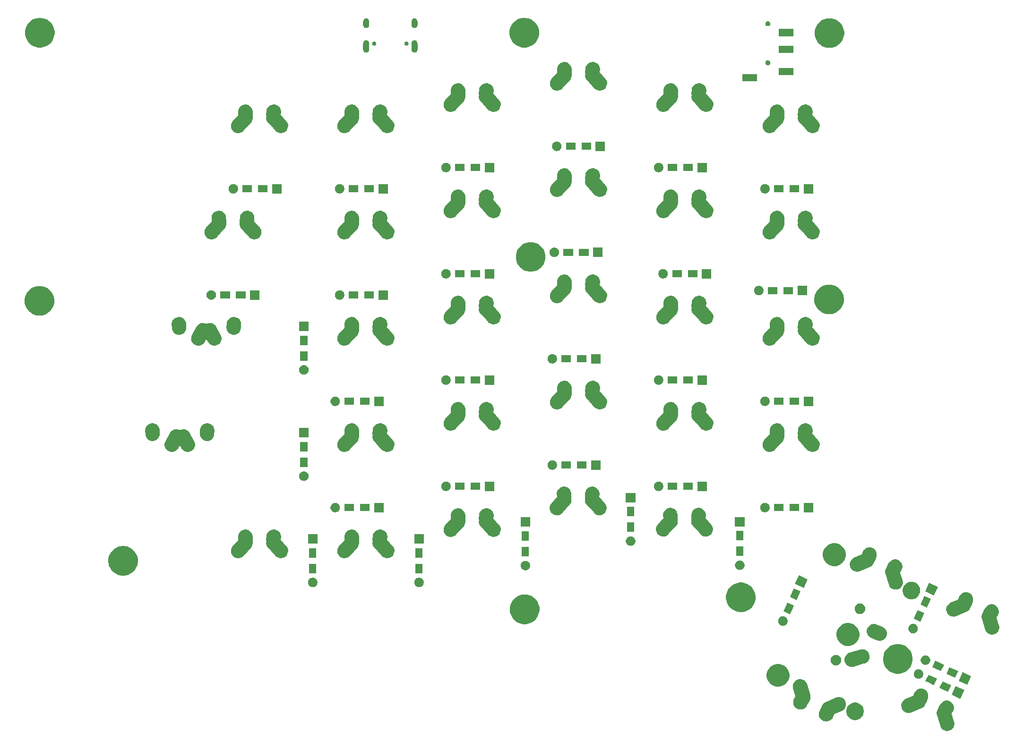
<source format=gbr>
G04 #@! TF.GenerationSoftware,KiCad,Pcbnew,(5.0.2)-1*
G04 #@! TF.CreationDate,2020-01-03T19:42:31+05:30*
G04 #@! TF.ProjectId,ergocape,6572676f-6361-4706-952e-6b696361645f,rev?*
G04 #@! TF.SameCoordinates,Original*
G04 #@! TF.FileFunction,Soldermask,Top*
G04 #@! TF.FilePolarity,Negative*
%FSLAX46Y46*%
G04 Gerber Fmt 4.6, Leading zero omitted, Abs format (unit mm)*
G04 Created by KiCad (PCBNEW (5.0.2)-1) date 1/3/2020 7:42:31 PM*
%MOMM*%
%LPD*%
G01*
G04 APERTURE LIST*
%ADD10C,0.100000*%
G04 APERTURE END LIST*
D10*
G36*
X188190454Y-140176053D02*
X188344203Y-140178254D01*
X188594813Y-140231843D01*
X188594817Y-140231845D01*
X188594818Y-140231845D01*
X188830148Y-140333292D01*
X188830151Y-140333294D01*
X189041176Y-140478707D01*
X189144701Y-140585240D01*
X189219778Y-140662497D01*
X189359091Y-140877596D01*
X189453765Y-141115743D01*
X189500159Y-141367786D01*
X189497557Y-141549502D01*
X189496490Y-141624031D01*
X189442901Y-141874640D01*
X189442899Y-141874644D01*
X189442899Y-141874645D01*
X189414386Y-141940787D01*
X189366871Y-142051009D01*
X189227668Y-142302706D01*
X189121177Y-142495256D01*
X189111477Y-142517758D01*
X189106353Y-142541721D01*
X189106002Y-142566222D01*
X189110960Y-142592087D01*
X189538405Y-143998975D01*
X189575957Y-144187328D01*
X189576013Y-144315550D01*
X189576069Y-144443602D01*
X189526181Y-144694976D01*
X189428212Y-144931785D01*
X189285927Y-145144931D01*
X189104793Y-145326224D01*
X189043776Y-145367032D01*
X188891770Y-145468695D01*
X188812862Y-145501420D01*
X188655048Y-145566870D01*
X188529382Y-145591923D01*
X188403718Y-145616976D01*
X188232868Y-145617051D01*
X188147444Y-145617088D01*
X188147443Y-145617088D01*
X187896071Y-145567201D01*
X187728562Y-145497901D01*
X187659262Y-145469232D01*
X187446117Y-145326947D01*
X187264821Y-145145809D01*
X187122354Y-144932793D01*
X187122352Y-144932790D01*
X187048777Y-144755381D01*
X186441395Y-142756247D01*
X186403843Y-142567894D01*
X186403774Y-142408669D01*
X186403731Y-142311621D01*
X186453619Y-142060248D01*
X186551588Y-141823438D01*
X186639630Y-141691549D01*
X186651172Y-141669933D01*
X186657901Y-141648294D01*
X186670647Y-141588685D01*
X186670647Y-141588684D01*
X186670648Y-141588681D01*
X186719949Y-141474316D01*
X186746677Y-141412315D01*
X187089903Y-140791717D01*
X187198881Y-140633569D01*
X187198883Y-140633566D01*
X187382668Y-140454968D01*
X187597770Y-140315653D01*
X187835917Y-140220979D01*
X188045472Y-140182406D01*
X188087955Y-140174586D01*
X188087957Y-140174586D01*
X188190454Y-140176053D01*
X188190454Y-140176053D01*
G37*
G36*
X169092345Y-139572563D02*
X169179438Y-139597990D01*
X169338350Y-139644383D01*
X169565617Y-139762817D01*
X169765407Y-139923309D01*
X169765410Y-139923312D01*
X169930055Y-140119702D01*
X170053222Y-140344438D01*
X170115012Y-140540710D01*
X170130178Y-140588885D01*
X170154701Y-140813701D01*
X170157967Y-140843649D01*
X170135520Y-141098938D01*
X170126717Y-141129089D01*
X170063700Y-141344944D01*
X169945266Y-141572209D01*
X169784774Y-141772000D01*
X169784771Y-141772003D01*
X169588381Y-141936648D01*
X169419957Y-142028953D01*
X168067457Y-142605843D01*
X168045975Y-142617616D01*
X168027197Y-142633359D01*
X168011851Y-142652463D01*
X167999855Y-142675901D01*
X167817466Y-143149681D01*
X167817464Y-143149685D01*
X167731228Y-143321294D01*
X167573698Y-143523432D01*
X167379758Y-143690954D01*
X167156860Y-143817424D01*
X166913581Y-143897975D01*
X166809865Y-143910838D01*
X166659251Y-143929518D01*
X166659246Y-143929518D01*
X166403664Y-143910839D01*
X166403661Y-143910838D01*
X166403658Y-143910838D01*
X166156622Y-143842653D01*
X166156621Y-143842653D01*
X166156619Y-143842652D01*
X165927631Y-143727583D01*
X165725493Y-143570053D01*
X165557971Y-143376113D01*
X165431501Y-143153215D01*
X165350950Y-142909936D01*
X165336931Y-142796898D01*
X165319407Y-142655606D01*
X165319407Y-142655601D01*
X165338086Y-142400019D01*
X165338087Y-142400016D01*
X165338087Y-142400013D01*
X165389187Y-142214876D01*
X165389188Y-142214874D01*
X165389190Y-142214866D01*
X165643970Y-141553041D01*
X165730208Y-141381427D01*
X165767672Y-141333354D01*
X165780767Y-141312642D01*
X165789067Y-141291548D01*
X165833508Y-141139325D01*
X165951942Y-140912059D01*
X166112434Y-140712268D01*
X166112437Y-140712265D01*
X166308827Y-140547620D01*
X166477251Y-140455315D01*
X168158595Y-139738160D01*
X168399097Y-139635577D01*
X168582291Y-139577905D01*
X168837053Y-139550116D01*
X168837055Y-139550116D01*
X169092345Y-139572563D01*
X169092345Y-139572563D01*
G37*
G36*
X172048782Y-140540703D02*
X172253567Y-140581437D01*
X172337767Y-140616314D01*
X172540197Y-140700163D01*
X172798163Y-140872530D01*
X173017537Y-141091904D01*
X173189904Y-141349870D01*
X173251141Y-141497709D01*
X173302967Y-141622828D01*
X173308630Y-141636501D01*
X173369156Y-141940786D01*
X173369156Y-142251036D01*
X173360034Y-142296897D01*
X173308630Y-142555322D01*
X173268393Y-142652463D01*
X173189904Y-142841952D01*
X173017537Y-143099918D01*
X172798163Y-143319292D01*
X172540197Y-143491659D01*
X172372293Y-143561207D01*
X172253567Y-143610385D01*
X172138611Y-143633251D01*
X171949281Y-143670911D01*
X171639031Y-143670911D01*
X171449701Y-143633251D01*
X171334745Y-143610385D01*
X171216019Y-143561207D01*
X171048115Y-143491659D01*
X170790149Y-143319292D01*
X170570775Y-143099918D01*
X170398408Y-142841952D01*
X170319919Y-142652463D01*
X170279682Y-142555322D01*
X170228278Y-142296897D01*
X170219156Y-142251036D01*
X170219156Y-141940786D01*
X170279682Y-141636501D01*
X170285346Y-141622828D01*
X170337171Y-141497709D01*
X170398408Y-141349870D01*
X170570775Y-141091904D01*
X170790149Y-140872530D01*
X171048115Y-140700163D01*
X171250545Y-140616314D01*
X171334745Y-140581437D01*
X171539530Y-140540703D01*
X171639031Y-140520911D01*
X171949281Y-140520911D01*
X172048782Y-140540703D01*
X172048782Y-140540703D01*
G37*
G36*
X183816038Y-138042186D02*
X183816041Y-138042187D01*
X183816044Y-138042187D01*
X184063080Y-138110372D01*
X184063081Y-138110372D01*
X184063083Y-138110373D01*
X184292071Y-138225442D01*
X184494209Y-138382972D01*
X184661731Y-138576912D01*
X184788201Y-138799810D01*
X184868752Y-139043089D01*
X184882088Y-139150621D01*
X184900295Y-139297419D01*
X184900295Y-139297424D01*
X184881616Y-139553007D01*
X184881615Y-139553010D01*
X184881615Y-139553013D01*
X184851969Y-139660421D01*
X184830512Y-139738160D01*
X184575732Y-140399984D01*
X184489492Y-140571601D01*
X184452031Y-140619670D01*
X184438935Y-140640381D01*
X184430635Y-140661476D01*
X184386194Y-140813701D01*
X184267760Y-141040966D01*
X184107268Y-141240757D01*
X184107265Y-141240760D01*
X183910875Y-141405405D01*
X183742451Y-141497710D01*
X181820606Y-142317446D01*
X181820603Y-142317447D01*
X181637410Y-142375120D01*
X181382649Y-142402909D01*
X181382646Y-142402909D01*
X181127358Y-142380462D01*
X181067427Y-142362965D01*
X180881352Y-142308642D01*
X180654086Y-142190208D01*
X180454295Y-142029716D01*
X180453654Y-142028952D01*
X180289647Y-141833323D01*
X180166480Y-141608587D01*
X180089524Y-141364140D01*
X180071532Y-141199195D01*
X180061735Y-141109379D01*
X180062653Y-141098938D01*
X180084182Y-140854088D01*
X180102391Y-140791716D01*
X180156002Y-140608082D01*
X180274436Y-140380816D01*
X180434928Y-140181025D01*
X180434931Y-140181022D01*
X180631321Y-140016377D01*
X180799745Y-139924072D01*
X182063268Y-139385133D01*
X182152238Y-139347184D01*
X182173727Y-139335407D01*
X182192505Y-139319664D01*
X182207851Y-139300560D01*
X182219850Y-139277114D01*
X182402234Y-138803348D01*
X182404012Y-138799809D01*
X182488472Y-138631734D01*
X182500442Y-138616374D01*
X182646004Y-138429593D01*
X182839944Y-138262071D01*
X183062838Y-138135604D01*
X183183871Y-138095529D01*
X183306125Y-138055050D01*
X183560450Y-138023507D01*
X183560456Y-138023507D01*
X183816038Y-138042186D01*
X183816038Y-138042186D01*
G37*
G36*
X162323630Y-136385824D02*
X162560440Y-136483793D01*
X162773585Y-136626077D01*
X162853186Y-136705609D01*
X162954878Y-136807212D01*
X163097350Y-137020235D01*
X163170925Y-137197643D01*
X163778307Y-139196776D01*
X163815859Y-139385129D01*
X163815895Y-139469151D01*
X163815971Y-139641403D01*
X163766083Y-139892777D01*
X163668114Y-140129586D01*
X163580073Y-140261473D01*
X163568531Y-140283089D01*
X163561802Y-140304729D01*
X163550088Y-140359509D01*
X163549054Y-140364345D01*
X163499754Y-140478707D01*
X163473025Y-140540710D01*
X163209063Y-141017986D01*
X163129797Y-141161310D01*
X163020819Y-141319460D01*
X162837035Y-141498057D01*
X162621932Y-141637372D01*
X162383786Y-141732046D01*
X162131743Y-141778440D01*
X161885635Y-141774916D01*
X161875499Y-141774771D01*
X161624889Y-141721182D01*
X161389551Y-141619731D01*
X161389550Y-141619731D01*
X161389549Y-141619730D01*
X161178523Y-141474316D01*
X160999926Y-141290532D01*
X160860611Y-141075429D01*
X160765937Y-140837283D01*
X160719543Y-140585240D01*
X160723067Y-140339132D01*
X160723212Y-140328996D01*
X160776801Y-140078386D01*
X160780201Y-140070500D01*
X160852831Y-139902016D01*
X161098525Y-139457769D01*
X161108226Y-139435267D01*
X161113350Y-139411304D01*
X161113701Y-139386803D01*
X161108744Y-139360944D01*
X160681297Y-137954048D01*
X160643745Y-137765695D01*
X160643689Y-137637473D01*
X160643633Y-137509422D01*
X160693521Y-137258049D01*
X160791490Y-137021239D01*
X160933774Y-136808094D01*
X161106287Y-136635431D01*
X161114909Y-136626801D01*
X161115992Y-136626077D01*
X161327929Y-136484331D01*
X161327932Y-136484329D01*
X161440797Y-136437522D01*
X161564654Y-136386155D01*
X161614841Y-136376150D01*
X161815984Y-136336048D01*
X161944177Y-136335992D01*
X162072257Y-136335936D01*
X162323630Y-136385824D01*
X162323630Y-136385824D01*
G37*
G36*
X191350596Y-138311644D02*
X190631299Y-139854181D01*
X189088762Y-139134884D01*
X189808059Y-137592347D01*
X191350596Y-138311644D01*
X191350596Y-138311644D01*
G37*
G36*
X188229035Y-137076713D02*
X189000303Y-137436361D01*
X188450054Y-138616374D01*
X188450053Y-138616374D01*
X187364932Y-138110373D01*
X186907517Y-137897077D01*
X187457766Y-136717064D01*
X187457767Y-136717064D01*
X188229035Y-137076713D01*
X188229035Y-137076713D01*
G37*
G36*
X158578497Y-133688894D02*
X158578499Y-133688895D01*
X158578500Y-133688895D01*
X158950648Y-133843043D01*
X159285573Y-134066833D01*
X159570402Y-134351662D01*
X159794192Y-134686587D01*
X159933845Y-135023742D01*
X159948341Y-135058738D01*
X160026925Y-135453804D01*
X160026925Y-135856616D01*
X159949643Y-136245138D01*
X159948340Y-136251685D01*
X159794192Y-136623833D01*
X159570402Y-136958758D01*
X159285573Y-137243587D01*
X158950648Y-137467377D01*
X158578500Y-137621525D01*
X158578499Y-137621525D01*
X158578497Y-137621526D01*
X158183431Y-137700110D01*
X157780619Y-137700110D01*
X157385553Y-137621526D01*
X157385551Y-137621525D01*
X157385550Y-137621525D01*
X157013402Y-137467377D01*
X156678477Y-137243587D01*
X156393648Y-136958758D01*
X156169858Y-136623833D01*
X156015710Y-136251685D01*
X156014408Y-136245138D01*
X155937125Y-135856616D01*
X155937125Y-135453804D01*
X156015709Y-135058738D01*
X156030205Y-135023742D01*
X156169858Y-134686587D01*
X156393648Y-134351662D01*
X156678477Y-134066833D01*
X157013402Y-133843043D01*
X157385550Y-133688895D01*
X157385551Y-133688895D01*
X157385553Y-133688894D01*
X157780619Y-133610310D01*
X158183431Y-133610310D01*
X158578497Y-133688894D01*
X158578497Y-133688894D01*
G37*
G36*
X185517261Y-135812191D02*
X186462641Y-136253029D01*
X185912392Y-137433042D01*
X185912391Y-137433042D01*
X184913005Y-136967020D01*
X184369855Y-136713745D01*
X184920104Y-135533732D01*
X184920105Y-135533732D01*
X185517261Y-135812191D01*
X185517261Y-135812191D01*
G37*
G36*
X192600365Y-135812191D02*
X191881068Y-137354728D01*
X190338531Y-136635431D01*
X191057828Y-135092894D01*
X192600365Y-135812191D01*
X192600365Y-135812191D01*
G37*
G36*
X183398707Y-134608545D02*
X183553579Y-134672695D01*
X183692960Y-134765827D01*
X183811494Y-134884361D01*
X183904626Y-135023742D01*
X183968776Y-135178614D01*
X184001479Y-135343026D01*
X184001479Y-135510658D01*
X183968776Y-135675070D01*
X183904626Y-135829942D01*
X183811494Y-135969323D01*
X183692960Y-136087857D01*
X183553579Y-136180989D01*
X183398707Y-136245139D01*
X183234295Y-136277842D01*
X183066663Y-136277842D01*
X182902251Y-136245139D01*
X182747379Y-136180989D01*
X182607998Y-136087857D01*
X182489464Y-135969323D01*
X182396332Y-135829942D01*
X182332182Y-135675070D01*
X182299479Y-135510658D01*
X182299479Y-135343026D01*
X182332182Y-135178614D01*
X182396332Y-135023742D01*
X182489464Y-134884361D01*
X182607998Y-134765827D01*
X182747379Y-134672695D01*
X182902251Y-134608545D01*
X183066663Y-134575842D01*
X183234295Y-134575842D01*
X183398707Y-134608545D01*
X183398707Y-134608545D01*
G37*
G36*
X189109214Y-134404917D02*
X190250072Y-134936908D01*
X189699823Y-136116921D01*
X189699822Y-136116921D01*
X188752271Y-135675070D01*
X188157286Y-135397624D01*
X188707535Y-134217611D01*
X188707536Y-134217611D01*
X189109214Y-134404917D01*
X189109214Y-134404917D01*
G37*
G36*
X180224268Y-130165876D02*
X180706719Y-130365714D01*
X181137989Y-130653879D01*
X181140917Y-130655836D01*
X181510164Y-131025083D01*
X181510166Y-131025086D01*
X181800286Y-131459281D01*
X182000124Y-131941732D01*
X182028761Y-132085699D01*
X182102000Y-132453898D01*
X182102000Y-132976102D01*
X182092844Y-133022131D01*
X182000124Y-133488268D01*
X181800286Y-133970719D01*
X181635318Y-134217611D01*
X181510164Y-134404917D01*
X181140917Y-134774164D01*
X181140914Y-134774166D01*
X180706719Y-135064286D01*
X180224268Y-135264124D01*
X179712102Y-135366000D01*
X179189898Y-135366000D01*
X178677732Y-135264124D01*
X178195281Y-135064286D01*
X177761086Y-134774166D01*
X177761083Y-134774164D01*
X177391836Y-134404917D01*
X177266682Y-134217611D01*
X177101714Y-133970719D01*
X176901876Y-133488268D01*
X176809156Y-133022131D01*
X176800000Y-132976102D01*
X176800000Y-132453898D01*
X176873239Y-132085699D01*
X176901876Y-131941732D01*
X177101714Y-131459281D01*
X177391834Y-131025086D01*
X177391836Y-131025083D01*
X177761083Y-130655836D01*
X177764011Y-130653879D01*
X178195281Y-130365714D01*
X178677732Y-130165876D01*
X179189898Y-130064000D01*
X179712102Y-130064000D01*
X180224268Y-130165876D01*
X180224268Y-130165876D01*
G37*
G36*
X186720507Y-133291044D02*
X187712410Y-133753576D01*
X187162161Y-134933589D01*
X187162160Y-134933589D01*
X186028421Y-134404917D01*
X185619624Y-134214292D01*
X186169873Y-133034279D01*
X186169874Y-133034279D01*
X186720507Y-133291044D01*
X186720507Y-133291044D01*
G37*
G36*
X173347260Y-131007833D02*
X173347312Y-131007844D01*
X173456443Y-131029502D01*
X173456448Y-131029504D01*
X173456760Y-131029566D01*
X173588679Y-131084208D01*
X173588729Y-131084229D01*
X173693540Y-131127590D01*
X173810327Y-131205624D01*
X173810372Y-131205654D01*
X173857491Y-131237108D01*
X173906398Y-131269756D01*
X173906399Y-131269757D01*
X173906658Y-131269930D01*
X174003859Y-131367131D01*
X174003897Y-131367170D01*
X174087903Y-131451103D01*
X174088050Y-131451323D01*
X174088051Y-131451324D01*
X174093368Y-131459282D01*
X174162873Y-131563303D01*
X174230162Y-131663913D01*
X174230163Y-131663915D01*
X174230326Y-131664159D01*
X174280787Y-131785983D01*
X174280808Y-131786033D01*
X174328448Y-131900902D01*
X174353449Y-132026593D01*
X174353459Y-132026646D01*
X174378498Y-132152241D01*
X174378498Y-132277800D01*
X174378555Y-132408516D01*
X174354545Y-132529221D01*
X174328668Y-132659612D01*
X174328666Y-132659617D01*
X174328614Y-132659879D01*
X174282536Y-132771123D01*
X174282515Y-132771173D01*
X174230599Y-132896663D01*
X174164645Y-132995371D01*
X174164615Y-132995416D01*
X174088265Y-133109789D01*
X174004732Y-133193322D01*
X174004693Y-133193360D01*
X173907095Y-133291044D01*
X173857601Y-133324114D01*
X173810281Y-133355732D01*
X173694257Y-133433331D01*
X173694254Y-133433332D01*
X173694042Y-133433474D01*
X173693754Y-133433593D01*
X173693753Y-133433594D01*
X173615210Y-133466128D01*
X173586975Y-133477823D01*
X173516848Y-133506906D01*
X173516845Y-133506907D01*
X173511552Y-133509102D01*
X173510885Y-133509341D01*
X173456985Y-133531667D01*
X173400378Y-133542927D01*
X173388435Y-133545921D01*
X171517714Y-134114288D01*
X171329361Y-134151840D01*
X171201139Y-134151896D01*
X171073088Y-134151952D01*
X170821715Y-134102064D01*
X170584905Y-134004095D01*
X170371760Y-133861811D01*
X170255533Y-133745685D01*
X170190467Y-133680676D01*
X170181500Y-133667268D01*
X170047997Y-133467656D01*
X170047995Y-133467653D01*
X169974823Y-133291216D01*
X169949821Y-133230931D01*
X169925712Y-133110002D01*
X169899714Y-132979601D01*
X169899651Y-132834797D01*
X169899602Y-132723328D01*
X169949490Y-132471955D01*
X170047459Y-132235145D01*
X170189743Y-132022000D01*
X170311001Y-131900637D01*
X170370878Y-131840707D01*
X170431888Y-131799903D01*
X170583898Y-131698237D01*
X170583901Y-131698235D01*
X170761309Y-131624660D01*
X172632496Y-131056151D01*
X172643990Y-131052035D01*
X172698010Y-131029659D01*
X172841190Y-131001179D01*
X172948795Y-130979726D01*
X172948797Y-130979726D01*
X172949113Y-130979663D01*
X173094061Y-130979663D01*
X173205392Y-130979614D01*
X173347260Y-131007833D01*
X173347260Y-131007833D01*
G37*
G36*
X168639308Y-132014010D02*
X168812378Y-132085698D01*
X168968142Y-132189776D01*
X169100600Y-132322234D01*
X169204678Y-132477998D01*
X169276366Y-132651068D01*
X169312912Y-132834797D01*
X169312912Y-133022131D01*
X169276366Y-133205860D01*
X169204678Y-133378930D01*
X169100600Y-133534694D01*
X168968142Y-133667152D01*
X168812378Y-133771230D01*
X168639308Y-133842918D01*
X168455579Y-133879464D01*
X168268245Y-133879464D01*
X168084516Y-133842918D01*
X167911446Y-133771230D01*
X167755682Y-133667152D01*
X167623224Y-133534694D01*
X167519146Y-133378930D01*
X167447458Y-133205860D01*
X167410912Y-133022131D01*
X167410912Y-132834797D01*
X167447458Y-132651068D01*
X167519146Y-132477998D01*
X167623224Y-132322234D01*
X167755682Y-132189776D01*
X167911446Y-132085698D01*
X168084516Y-132014010D01*
X168268245Y-131977464D01*
X168455579Y-131977464D01*
X168639308Y-132014010D01*
X168639308Y-132014010D01*
G37*
G36*
X184648476Y-132109092D02*
X184803348Y-132173242D01*
X184942729Y-132266374D01*
X185061263Y-132384908D01*
X185154395Y-132524289D01*
X185218545Y-132679161D01*
X185251248Y-132843573D01*
X185251248Y-133011205D01*
X185218545Y-133175617D01*
X185154395Y-133330489D01*
X185061263Y-133469870D01*
X184942729Y-133588404D01*
X184803348Y-133681536D01*
X184648476Y-133745686D01*
X184484064Y-133778389D01*
X184316432Y-133778389D01*
X184152020Y-133745686D01*
X183997148Y-133681536D01*
X183857767Y-133588404D01*
X183739233Y-133469870D01*
X183646101Y-133330489D01*
X183581951Y-133175617D01*
X183549248Y-133011205D01*
X183549248Y-132843573D01*
X183581951Y-132679161D01*
X183646101Y-132524289D01*
X183739233Y-132384908D01*
X183857767Y-132266374D01*
X183997148Y-132173242D01*
X184152020Y-132109092D01*
X184316432Y-132076389D01*
X184484064Y-132076389D01*
X184648476Y-132109092D01*
X184648476Y-132109092D01*
G37*
G36*
X171105285Y-126358104D02*
X171105287Y-126358105D01*
X171105288Y-126358105D01*
X171477436Y-126512253D01*
X171812361Y-126736043D01*
X172097190Y-127020872D01*
X172320980Y-127355797D01*
X172450145Y-127667630D01*
X172475129Y-127727948D01*
X172553713Y-128123014D01*
X172553713Y-128525826D01*
X172485445Y-128869032D01*
X172475128Y-128920895D01*
X172320980Y-129293043D01*
X172097190Y-129627968D01*
X171812361Y-129912797D01*
X171477436Y-130136587D01*
X171105288Y-130290735D01*
X171105287Y-130290735D01*
X171105285Y-130290736D01*
X170710219Y-130369320D01*
X170307407Y-130369320D01*
X169912341Y-130290736D01*
X169912339Y-130290735D01*
X169912338Y-130290735D01*
X169540190Y-130136587D01*
X169205265Y-129912797D01*
X168920436Y-129627968D01*
X168696646Y-129293043D01*
X168542498Y-128920895D01*
X168532182Y-128869032D01*
X168463913Y-128525826D01*
X168463913Y-128123014D01*
X168542497Y-127727948D01*
X168567481Y-127667630D01*
X168696646Y-127355797D01*
X168920436Y-127020872D01*
X169205265Y-126736043D01*
X169540190Y-126512253D01*
X169912338Y-126358105D01*
X169912339Y-126358105D01*
X169912341Y-126358104D01*
X170307407Y-126279520D01*
X170710219Y-126279520D01*
X171105285Y-126358104D01*
X171105285Y-126358104D01*
G37*
G36*
X175570075Y-126498120D02*
X175570077Y-126498121D01*
X175570078Y-126498121D01*
X175806845Y-126596193D01*
X175920818Y-126672347D01*
X175935755Y-126682328D01*
X175957366Y-126693879D01*
X175980815Y-126700992D01*
X176023232Y-126709429D01*
X176116879Y-126748219D01*
X176119714Y-126749353D01*
X176248546Y-126799065D01*
X176538705Y-126911028D01*
X176559314Y-126917006D01*
X176565793Y-126918295D01*
X176676798Y-126964275D01*
X176679598Y-126965394D01*
X176714200Y-126978746D01*
X176721530Y-126982437D01*
X176729885Y-126986264D01*
X176802563Y-127016368D01*
X176837892Y-127039975D01*
X176851107Y-127047678D01*
X176885743Y-127065117D01*
X176942869Y-127109709D01*
X176950337Y-127115108D01*
X177015649Y-127158748D01*
X177045640Y-127188739D01*
X177057114Y-127198886D01*
X177087759Y-127222807D01*
X177135218Y-127277837D01*
X177141490Y-127284589D01*
X177196858Y-127339957D01*
X177220347Y-127375111D01*
X177229621Y-127387302D01*
X177255132Y-127416882D01*
X177291089Y-127480371D01*
X177295922Y-127488215D01*
X177339237Y-127553042D01*
X177355338Y-127591913D01*
X177362056Y-127605679D01*
X177381423Y-127639875D01*
X177404427Y-127709534D01*
X177407637Y-127718172D01*
X177437311Y-127789811D01*
X177445469Y-127830825D01*
X177449370Y-127845631D01*
X177461784Y-127883222D01*
X177468682Y-127939198D01*
X177470815Y-127956511D01*
X177472279Y-127965609D01*
X177487307Y-128041160D01*
X177487307Y-128082665D01*
X177488245Y-128097953D01*
X177493128Y-128137576D01*
X177487647Y-128211764D01*
X177487307Y-128220973D01*
X177487307Y-128297438D01*
X177479276Y-128337813D01*
X177477214Y-128352989D01*
X177474247Y-128393149D01*
X177454243Y-128465402D01*
X177452113Y-128474369D01*
X177441878Y-128525826D01*
X177437310Y-128548787D01*
X177421692Y-128586492D01*
X177416713Y-128600961D01*
X177405868Y-128640134D01*
X177371873Y-128707652D01*
X177368041Y-128716018D01*
X177339239Y-128785553D01*
X177316769Y-128819181D01*
X177309058Y-128832409D01*
X177290619Y-128869032D01*
X177250138Y-128920892D01*
X177243742Y-128929085D01*
X177238343Y-128936554D01*
X177196858Y-128998641D01*
X177168517Y-129026982D01*
X177158370Y-129038455D01*
X177132927Y-129071050D01*
X177074796Y-129121183D01*
X177068044Y-129127455D01*
X177015649Y-129179850D01*
X176982601Y-129201932D01*
X176970413Y-129211205D01*
X176938857Y-129238419D01*
X176911666Y-129253818D01*
X176871592Y-129276515D01*
X176863747Y-129281348D01*
X176802561Y-129322231D01*
X176766134Y-129337319D01*
X176752368Y-129344037D01*
X176715866Y-129364710D01*
X176642015Y-129389098D01*
X176633376Y-129392309D01*
X176565793Y-129420303D01*
X176527374Y-129427945D01*
X176512563Y-129431848D01*
X176472518Y-129445072D01*
X176472516Y-129445072D01*
X176472514Y-129445073D01*
X176394958Y-129454630D01*
X176385860Y-129456094D01*
X176314446Y-129470299D01*
X176275480Y-129470299D01*
X176260192Y-129471237D01*
X176218159Y-129476417D01*
X176139951Y-129470639D01*
X176130742Y-129470299D01*
X176058170Y-129470299D01*
X176020093Y-129462725D01*
X176004915Y-129460663D01*
X175962584Y-129457536D01*
X175886852Y-129436569D01*
X175877886Y-129434439D01*
X175806822Y-129420303D01*
X175806820Y-129420302D01*
X175806819Y-129420302D01*
X175713181Y-129381516D01*
X175710385Y-129380398D01*
X175291347Y-129218704D01*
X175270732Y-129212725D01*
X175264259Y-129211437D01*
X175264257Y-129211436D01*
X175264256Y-129211436D01*
X175153279Y-129165468D01*
X175150443Y-129164334D01*
X175115849Y-129150985D01*
X175108534Y-129147302D01*
X175100154Y-129143463D01*
X175027491Y-129113365D01*
X175027490Y-129113365D01*
X175027489Y-129113364D01*
X174992159Y-129089757D01*
X174978946Y-129082056D01*
X174944307Y-129064615D01*
X174902394Y-129031898D01*
X174881699Y-129018791D01*
X174849873Y-129007840D01*
X174811104Y-129000128D01*
X174574335Y-128902055D01*
X174361248Y-128759675D01*
X174180039Y-128578466D01*
X174037659Y-128365379D01*
X174009516Y-128297436D01*
X173939587Y-128128612D01*
X173938474Y-128123015D01*
X173889590Y-127877263D01*
X173889590Y-127620985D01*
X173939586Y-127369639D01*
X173942751Y-127361999D01*
X174037659Y-127132869D01*
X174180037Y-126919785D01*
X174180039Y-126919782D01*
X174361248Y-126738573D01*
X174574335Y-126596193D01*
X174678530Y-126553034D01*
X174811102Y-126498121D01*
X174811103Y-126498121D01*
X174811105Y-126498120D01*
X175062451Y-126448124D01*
X175318729Y-126448124D01*
X175570075Y-126498120D01*
X175570075Y-126498120D01*
G37*
G36*
X196241333Y-122910890D02*
X196395082Y-122913091D01*
X196645692Y-122966680D01*
X196645696Y-122966682D01*
X196645697Y-122966682D01*
X196881027Y-123068129D01*
X196881030Y-123068131D01*
X197092055Y-123213544D01*
X197182324Y-123306436D01*
X197270657Y-123397334D01*
X197409970Y-123612433D01*
X197504644Y-123850580D01*
X197551038Y-124102623D01*
X197549033Y-124242646D01*
X197547369Y-124358868D01*
X197493780Y-124609477D01*
X197417750Y-124785846D01*
X197284134Y-125027441D01*
X197172056Y-125230093D01*
X197162356Y-125252595D01*
X197157232Y-125276558D01*
X197156881Y-125301059D01*
X197161839Y-125326924D01*
X197589284Y-126733812D01*
X197626836Y-126922165D01*
X197626877Y-127016368D01*
X197626948Y-127178439D01*
X197577060Y-127429813D01*
X197479091Y-127666622D01*
X197336806Y-127879768D01*
X197155672Y-128061061D01*
X197054669Y-128128612D01*
X196942649Y-128203532D01*
X196900594Y-128220973D01*
X196705927Y-128301707D01*
X196580261Y-128326760D01*
X196454597Y-128351813D01*
X196283752Y-128351888D01*
X196198323Y-128351925D01*
X196198322Y-128351925D01*
X195946950Y-128302038D01*
X195779441Y-128232738D01*
X195710141Y-128204069D01*
X195496996Y-128061784D01*
X195315700Y-127880646D01*
X195173233Y-127667630D01*
X195173231Y-127667627D01*
X195099656Y-127490218D01*
X194492274Y-125491084D01*
X194454722Y-125302731D01*
X194454653Y-125143506D01*
X194454610Y-125046458D01*
X194504498Y-124795085D01*
X194602467Y-124558275D01*
X194690509Y-124426386D01*
X194702051Y-124404770D01*
X194708780Y-124383131D01*
X194721526Y-124323522D01*
X194721526Y-124323521D01*
X194721527Y-124323518D01*
X194768474Y-124214616D01*
X194797556Y-124147152D01*
X195140782Y-123526554D01*
X195249760Y-123368406D01*
X195249762Y-123368403D01*
X195433547Y-123189805D01*
X195648649Y-123050490D01*
X195886796Y-122955816D01*
X196096351Y-122917243D01*
X196138834Y-122909423D01*
X196138836Y-122909423D01*
X196241333Y-122910890D01*
X196241333Y-122910890D01*
G37*
G36*
X182437492Y-126459886D02*
X182592364Y-126524036D01*
X182731745Y-126617168D01*
X182850279Y-126735702D01*
X182943411Y-126875083D01*
X183007561Y-127029955D01*
X183040264Y-127194367D01*
X183040264Y-127361999D01*
X183007561Y-127526411D01*
X182943411Y-127681283D01*
X182850279Y-127820664D01*
X182731745Y-127939198D01*
X182592364Y-128032330D01*
X182437492Y-128096480D01*
X182273080Y-128129183D01*
X182105448Y-128129183D01*
X181941036Y-128096480D01*
X181786164Y-128032330D01*
X181646783Y-127939198D01*
X181528249Y-127820664D01*
X181435117Y-127681283D01*
X181370967Y-127526411D01*
X181338264Y-127361999D01*
X181338264Y-127194367D01*
X181370967Y-127029955D01*
X181435117Y-126875083D01*
X181528249Y-126735702D01*
X181646783Y-126617168D01*
X181786164Y-126524036D01*
X181941036Y-126459886D01*
X182105448Y-126427183D01*
X182273080Y-126427183D01*
X182437492Y-126459886D01*
X182437492Y-126459886D01*
G37*
G36*
X159102865Y-125099903D02*
X159257737Y-125164053D01*
X159397118Y-125257185D01*
X159515652Y-125375719D01*
X159608784Y-125515100D01*
X159672934Y-125669972D01*
X159705637Y-125834384D01*
X159705637Y-126002016D01*
X159672934Y-126166428D01*
X159608784Y-126321300D01*
X159515652Y-126460681D01*
X159397118Y-126579215D01*
X159257737Y-126672347D01*
X159102865Y-126736497D01*
X158938453Y-126769200D01*
X158770821Y-126769200D01*
X158606409Y-126736497D01*
X158451537Y-126672347D01*
X158312156Y-126579215D01*
X158193622Y-126460681D01*
X158100490Y-126321300D01*
X158036340Y-126166428D01*
X158003637Y-126002016D01*
X158003637Y-125834384D01*
X158036340Y-125669972D01*
X158100490Y-125515100D01*
X158193622Y-125375719D01*
X158312156Y-125257185D01*
X158451537Y-125164053D01*
X158606409Y-125099903D01*
X158770821Y-125067200D01*
X158938453Y-125067200D01*
X159102865Y-125099903D01*
X159102865Y-125099903D01*
G37*
G36*
X112992128Y-121202947D02*
X113358768Y-121275876D01*
X113841219Y-121475714D01*
X114147384Y-121680287D01*
X114275417Y-121765836D01*
X114644664Y-122135083D01*
X114644666Y-122135086D01*
X114934786Y-122569281D01*
X115134624Y-123051732D01*
X115155421Y-123156287D01*
X115236500Y-123563898D01*
X115236500Y-124086102D01*
X115189275Y-124323518D01*
X115134624Y-124598268D01*
X114934786Y-125080719D01*
X114717143Y-125406444D01*
X114644664Y-125514917D01*
X114275417Y-125884164D01*
X114275414Y-125884166D01*
X113841219Y-126174286D01*
X113358768Y-126374124D01*
X113102684Y-126425062D01*
X112846602Y-126476000D01*
X112324398Y-126476000D01*
X112068316Y-126425062D01*
X111812232Y-126374124D01*
X111329781Y-126174286D01*
X110895586Y-125884166D01*
X110895583Y-125884164D01*
X110526336Y-125514917D01*
X110453857Y-125406444D01*
X110236214Y-125080719D01*
X110036376Y-124598268D01*
X109981725Y-124323518D01*
X109934500Y-124086102D01*
X109934500Y-123563898D01*
X110015579Y-123156287D01*
X110036376Y-123051732D01*
X110236214Y-122569281D01*
X110526334Y-122135086D01*
X110526336Y-122135083D01*
X110895583Y-121765836D01*
X111023616Y-121680287D01*
X111329781Y-121475714D01*
X111812232Y-121275876D01*
X112178872Y-121202947D01*
X112324398Y-121174000D01*
X112846602Y-121174000D01*
X112992128Y-121202947D01*
X112992128Y-121202947D01*
G37*
G36*
X184195464Y-124516270D02*
X184195464Y-124516271D01*
X183923311Y-125099904D01*
X183514230Y-125977181D01*
X183476167Y-126058806D01*
X183476167Y-126058807D01*
X182296154Y-125508558D01*
X182343771Y-125406444D01*
X182684291Y-124676195D01*
X183015451Y-123966021D01*
X184195464Y-124516270D01*
X184195464Y-124516270D01*
G37*
G36*
X191866917Y-120777023D02*
X191866920Y-120777024D01*
X191866923Y-120777024D01*
X192113959Y-120845209D01*
X192113960Y-120845209D01*
X192113962Y-120845210D01*
X192342950Y-120960279D01*
X192545088Y-121117809D01*
X192712610Y-121311749D01*
X192839080Y-121534647D01*
X192919631Y-121777926D01*
X192919631Y-121777930D01*
X192951174Y-122032256D01*
X192951174Y-122032261D01*
X192932495Y-122287844D01*
X192932494Y-122287847D01*
X192932494Y-122287850D01*
X192905636Y-122385157D01*
X192881391Y-122472997D01*
X192626611Y-123134821D01*
X192540371Y-123306438D01*
X192502910Y-123354507D01*
X192489814Y-123375218D01*
X192481514Y-123396313D01*
X192437073Y-123548538D01*
X192318639Y-123775803D01*
X192158147Y-123975594D01*
X192158144Y-123975597D01*
X191961754Y-124140242D01*
X191793330Y-124232547D01*
X189871485Y-125052283D01*
X189871482Y-125052284D01*
X189688289Y-125109957D01*
X189433528Y-125137746D01*
X189433525Y-125137746D01*
X189178237Y-125115299D01*
X189118306Y-125097802D01*
X188932231Y-125043479D01*
X188704965Y-124925045D01*
X188505174Y-124764553D01*
X188505171Y-124764550D01*
X188340526Y-124568160D01*
X188217359Y-124343424D01*
X188140403Y-124098977D01*
X188126945Y-123975594D01*
X188112614Y-123844216D01*
X188112614Y-123844213D01*
X188135061Y-123588925D01*
X188153270Y-123526553D01*
X188206881Y-123342919D01*
X188325315Y-123115653D01*
X188485807Y-122915862D01*
X188485810Y-122915859D01*
X188682200Y-122751214D01*
X188850624Y-122658909D01*
X190203116Y-122082021D01*
X190224606Y-122070244D01*
X190243384Y-122054501D01*
X190258730Y-122035397D01*
X190270729Y-122011951D01*
X190453113Y-121538185D01*
X190454891Y-121534646D01*
X190539351Y-121366571D01*
X190582074Y-121311750D01*
X190696883Y-121164430D01*
X190890823Y-120996908D01*
X191113717Y-120870441D01*
X191234750Y-120830366D01*
X191357004Y-120789887D01*
X191611329Y-120758344D01*
X191611335Y-120758344D01*
X191866917Y-120777023D01*
X191866917Y-120777023D01*
G37*
G36*
X160860837Y-123156287D02*
X160860837Y-123156288D01*
X160618445Y-123676098D01*
X160171381Y-124634830D01*
X160141540Y-124698823D01*
X160141540Y-124698824D01*
X158961527Y-124148575D01*
X158962187Y-124147160D01*
X159434247Y-123134825D01*
X159680824Y-122606038D01*
X160860837Y-123156287D01*
X160860837Y-123156287D01*
G37*
G36*
X172933110Y-122805922D02*
X173106180Y-122877610D01*
X173261944Y-122981688D01*
X173394402Y-123114146D01*
X173498480Y-123269910D01*
X173570168Y-123442980D01*
X173606714Y-123626709D01*
X173606714Y-123814043D01*
X173570168Y-123997772D01*
X173498480Y-124170842D01*
X173394402Y-124326606D01*
X173261944Y-124459064D01*
X173106180Y-124563142D01*
X172933110Y-124634830D01*
X172749381Y-124671376D01*
X172562047Y-124671376D01*
X172378318Y-124634830D01*
X172205248Y-124563142D01*
X172049484Y-124459064D01*
X171917026Y-124326606D01*
X171812948Y-124170842D01*
X171741260Y-123997772D01*
X171704714Y-123814043D01*
X171704714Y-123626709D01*
X171741260Y-123442980D01*
X171812948Y-123269910D01*
X171917026Y-123114146D01*
X172049484Y-122981688D01*
X172205248Y-122877610D01*
X172378318Y-122805922D01*
X172562047Y-122769376D01*
X172749381Y-122769376D01*
X172933110Y-122805922D01*
X172933110Y-122805922D01*
G37*
G36*
X151813654Y-119061158D02*
X152093768Y-119116876D01*
X152576219Y-119316714D01*
X152904749Y-119536231D01*
X153010417Y-119606836D01*
X153379664Y-119976083D01*
X153379666Y-119976086D01*
X153669786Y-120410281D01*
X153869624Y-120892732D01*
X153901824Y-121054611D01*
X153971500Y-121404898D01*
X153971500Y-121927102D01*
X153949959Y-122035397D01*
X153869624Y-122439268D01*
X153669786Y-122921719D01*
X153474794Y-123213545D01*
X153379664Y-123355917D01*
X153010417Y-123725164D01*
X153010414Y-123725166D01*
X152576219Y-124015286D01*
X152093768Y-124215124D01*
X152053966Y-124223041D01*
X151581602Y-124317000D01*
X151059398Y-124317000D01*
X150587034Y-124223041D01*
X150547232Y-124215124D01*
X150064781Y-124015286D01*
X149630586Y-123725166D01*
X149630583Y-123725164D01*
X149261336Y-123355917D01*
X149166206Y-123213545D01*
X148971214Y-122921719D01*
X148771376Y-122439268D01*
X148691041Y-122035397D01*
X148669500Y-121927102D01*
X148669500Y-121404898D01*
X148739176Y-121054611D01*
X148771376Y-120892732D01*
X148971214Y-120410281D01*
X149261334Y-119976086D01*
X149261336Y-119976083D01*
X149630583Y-119606836D01*
X149736251Y-119536231D01*
X150064781Y-119316714D01*
X150547232Y-119116876D01*
X150827346Y-119061158D01*
X151059398Y-119015000D01*
X151581602Y-119015000D01*
X151813654Y-119061158D01*
X151813654Y-119061158D01*
G37*
G36*
X185378796Y-121978608D02*
X185378796Y-121978609D01*
X185103361Y-122569281D01*
X184730724Y-123368403D01*
X184659499Y-123521144D01*
X184659499Y-123521145D01*
X183479486Y-122970896D01*
X183481452Y-122966680D01*
X183908754Y-122050328D01*
X184198783Y-121428359D01*
X185378796Y-121978608D01*
X185378796Y-121978608D01*
G37*
G36*
X162044169Y-120618625D02*
X162044169Y-120618626D01*
X161785193Y-121174000D01*
X161337033Y-122135083D01*
X161324872Y-122161161D01*
X161324872Y-122161162D01*
X160144859Y-121610913D01*
X160151266Y-121597174D01*
X160607571Y-120618625D01*
X160864156Y-120068376D01*
X162044169Y-120618625D01*
X162044169Y-120618625D01*
G37*
G36*
X182180621Y-118909934D02*
X182344001Y-118942432D01*
X182462727Y-118991610D01*
X182630631Y-119061158D01*
X182888597Y-119233525D01*
X183107971Y-119452899D01*
X183280338Y-119710865D01*
X183335795Y-119844750D01*
X183399064Y-119997495D01*
X183459590Y-120301782D01*
X183459590Y-120612030D01*
X183399064Y-120916317D01*
X183380854Y-120960279D01*
X183280338Y-121202947D01*
X183107971Y-121460913D01*
X182888597Y-121680287D01*
X182630631Y-121852654D01*
X182462727Y-121922202D01*
X182344001Y-121971380D01*
X182191857Y-122001643D01*
X182039715Y-122031906D01*
X181729465Y-122031906D01*
X181577323Y-122001643D01*
X181425179Y-121971380D01*
X181306453Y-121922202D01*
X181138549Y-121852654D01*
X180880583Y-121680287D01*
X180661209Y-121460913D01*
X180488842Y-121202947D01*
X180388326Y-120960279D01*
X180370116Y-120916317D01*
X180309590Y-120612030D01*
X180309590Y-120301782D01*
X180370116Y-119997495D01*
X180433385Y-119844750D01*
X180488842Y-119710865D01*
X180661209Y-119452899D01*
X180880583Y-119233525D01*
X181138549Y-119061158D01*
X181306453Y-118991610D01*
X181425179Y-118942432D01*
X181588559Y-118909934D01*
X181729465Y-118881906D01*
X182039715Y-118881906D01*
X182180621Y-118909934D01*
X182180621Y-118909934D01*
G37*
G36*
X186616603Y-119797363D02*
X185897306Y-121339900D01*
X184354769Y-120620603D01*
X185074066Y-119078066D01*
X186616603Y-119797363D01*
X186616603Y-119797363D01*
G37*
G36*
X178963960Y-114848159D02*
X179117709Y-114850360D01*
X179368319Y-114903949D01*
X179368323Y-114903951D01*
X179368324Y-114903951D01*
X179603654Y-115005398D01*
X179603657Y-115005400D01*
X179814682Y-115150813D01*
X179904951Y-115243705D01*
X179993284Y-115334603D01*
X180132597Y-115549702D01*
X180227271Y-115787849D01*
X180273665Y-116039892D01*
X180271660Y-116179915D01*
X180269996Y-116296137D01*
X180216407Y-116546746D01*
X180140377Y-116723115D01*
X180006761Y-116964710D01*
X179894683Y-117167362D01*
X179884983Y-117189864D01*
X179879859Y-117213827D01*
X179879508Y-117238328D01*
X179884466Y-117264193D01*
X180311911Y-118671081D01*
X180349463Y-118859434D01*
X180349499Y-118942432D01*
X180349575Y-119115708D01*
X180299687Y-119367082D01*
X180201718Y-119603891D01*
X180059433Y-119817037D01*
X179878299Y-119998330D01*
X179773564Y-120068377D01*
X179665276Y-120140801D01*
X179586368Y-120173526D01*
X179428554Y-120238976D01*
X179302888Y-120264029D01*
X179177224Y-120289082D01*
X179006377Y-120289157D01*
X178920950Y-120289194D01*
X178920949Y-120289194D01*
X178669577Y-120239307D01*
X178502068Y-120170007D01*
X178432768Y-120141338D01*
X178219623Y-119999053D01*
X178038327Y-119817915D01*
X177895860Y-119604899D01*
X177895858Y-119604896D01*
X177822283Y-119427487D01*
X177214901Y-117428353D01*
X177177349Y-117240000D01*
X177177280Y-117080775D01*
X177177237Y-116983727D01*
X177227125Y-116732354D01*
X177325094Y-116495544D01*
X177413136Y-116363655D01*
X177424678Y-116342039D01*
X177431407Y-116320400D01*
X177444153Y-116260791D01*
X177444153Y-116260790D01*
X177444154Y-116260787D01*
X177491101Y-116151885D01*
X177520183Y-116084421D01*
X177863409Y-115463823D01*
X177972387Y-115305675D01*
X177972389Y-115305672D01*
X178156174Y-115127074D01*
X178371276Y-114987759D01*
X178609423Y-114893085D01*
X178818978Y-114854512D01*
X178861461Y-114846692D01*
X178861463Y-114846692D01*
X178963960Y-114848159D01*
X178963960Y-114848159D01*
G37*
G36*
X163281976Y-118437380D02*
X162562679Y-119979917D01*
X161020142Y-119260620D01*
X161739439Y-117718083D01*
X163281976Y-118437380D01*
X163281976Y-118437380D01*
G37*
G36*
X74860728Y-118175453D02*
X75015600Y-118239603D01*
X75154981Y-118332735D01*
X75273515Y-118451269D01*
X75366647Y-118590650D01*
X75430797Y-118745522D01*
X75463500Y-118909934D01*
X75463500Y-119077566D01*
X75430797Y-119241978D01*
X75366647Y-119396850D01*
X75273515Y-119536231D01*
X75154981Y-119654765D01*
X75015600Y-119747897D01*
X74860728Y-119812047D01*
X74696316Y-119844750D01*
X74528684Y-119844750D01*
X74364272Y-119812047D01*
X74209400Y-119747897D01*
X74070019Y-119654765D01*
X73951485Y-119536231D01*
X73858353Y-119396850D01*
X73794203Y-119241978D01*
X73761500Y-119077566D01*
X73761500Y-118909934D01*
X73794203Y-118745522D01*
X73858353Y-118590650D01*
X73951485Y-118451269D01*
X74070019Y-118332735D01*
X74209400Y-118239603D01*
X74364272Y-118175453D01*
X74528684Y-118142750D01*
X74696316Y-118142750D01*
X74860728Y-118175453D01*
X74860728Y-118175453D01*
G37*
G36*
X93910728Y-118175453D02*
X94065600Y-118239603D01*
X94204981Y-118332735D01*
X94323515Y-118451269D01*
X94416647Y-118590650D01*
X94480797Y-118745522D01*
X94513500Y-118909934D01*
X94513500Y-119077566D01*
X94480797Y-119241978D01*
X94416647Y-119396850D01*
X94323515Y-119536231D01*
X94204981Y-119654765D01*
X94065600Y-119747897D01*
X93910728Y-119812047D01*
X93746316Y-119844750D01*
X93578684Y-119844750D01*
X93414272Y-119812047D01*
X93259400Y-119747897D01*
X93120019Y-119654765D01*
X93001485Y-119536231D01*
X92908353Y-119396850D01*
X92844203Y-119241978D01*
X92811500Y-119077566D01*
X92811500Y-118909934D01*
X92844203Y-118745522D01*
X92908353Y-118590650D01*
X93001485Y-118451269D01*
X93120019Y-118332735D01*
X93259400Y-118239603D01*
X93414272Y-118175453D01*
X93578684Y-118142750D01*
X93746316Y-118142750D01*
X93910728Y-118175453D01*
X93910728Y-118175453D01*
G37*
G36*
X41139232Y-112521867D02*
X41413268Y-112576376D01*
X41895719Y-112776214D01*
X42100842Y-112913273D01*
X42329917Y-113066336D01*
X42699164Y-113435583D01*
X42699166Y-113435586D01*
X42989286Y-113869781D01*
X43189124Y-114352232D01*
X43206888Y-114441539D01*
X43291000Y-114864398D01*
X43291000Y-115386602D01*
X43263234Y-115526192D01*
X43189124Y-115898768D01*
X42989286Y-116381219D01*
X42795027Y-116671948D01*
X42699164Y-116815417D01*
X42329917Y-117184664D01*
X42329914Y-117184666D01*
X41895719Y-117474786D01*
X41413268Y-117674624D01*
X41194784Y-117718083D01*
X40901102Y-117776500D01*
X40378898Y-117776500D01*
X40085216Y-117718083D01*
X39866732Y-117674624D01*
X39384281Y-117474786D01*
X38950086Y-117184666D01*
X38950083Y-117184664D01*
X38580836Y-116815417D01*
X38484973Y-116671948D01*
X38290714Y-116381219D01*
X38090876Y-115898768D01*
X38016766Y-115526192D01*
X37989000Y-115386602D01*
X37989000Y-114864398D01*
X38073112Y-114441539D01*
X38090876Y-114352232D01*
X38290714Y-113869781D01*
X38580834Y-113435586D01*
X38580836Y-113435583D01*
X38950083Y-113066336D01*
X39179158Y-112913273D01*
X39384281Y-112776214D01*
X39866732Y-112576376D01*
X40140768Y-112521867D01*
X40378898Y-112474500D01*
X40901102Y-112474500D01*
X41139232Y-112521867D01*
X41139232Y-112521867D01*
G37*
G36*
X94313500Y-117344750D02*
X93011500Y-117344750D01*
X93011500Y-115642750D01*
X94313500Y-115642750D01*
X94313500Y-117344750D01*
X94313500Y-117344750D01*
G37*
G36*
X75263500Y-117344750D02*
X73961500Y-117344750D01*
X73961500Y-115642750D01*
X75263500Y-115642750D01*
X75263500Y-117344750D01*
X75263500Y-117344750D01*
G37*
G36*
X174589544Y-112714292D02*
X174589547Y-112714293D01*
X174589550Y-112714293D01*
X174836586Y-112782478D01*
X174836587Y-112782478D01*
X174836589Y-112782479D01*
X175065577Y-112897548D01*
X175267715Y-113055078D01*
X175435237Y-113249018D01*
X175561707Y-113471916D01*
X175642258Y-113715195D01*
X175642258Y-113715199D01*
X175673801Y-113969525D01*
X175673801Y-113969530D01*
X175655122Y-114225113D01*
X175655121Y-114225116D01*
X175655121Y-114225119D01*
X175620036Y-114352232D01*
X175604018Y-114410266D01*
X175349238Y-115072090D01*
X175262998Y-115243707D01*
X175225537Y-115291776D01*
X175212441Y-115312487D01*
X175204141Y-115333582D01*
X175159700Y-115485807D01*
X175041266Y-115713072D01*
X174880774Y-115912863D01*
X174880771Y-115912866D01*
X174684381Y-116077511D01*
X174515957Y-116169816D01*
X172594112Y-116989552D01*
X172594109Y-116989553D01*
X172410916Y-117047226D01*
X172156155Y-117075015D01*
X172156152Y-117075015D01*
X171900864Y-117052568D01*
X171840933Y-117035071D01*
X171654858Y-116980748D01*
X171427592Y-116862314D01*
X171227801Y-116701822D01*
X171227798Y-116701819D01*
X171063153Y-116505429D01*
X170939986Y-116280693D01*
X170863030Y-116036246D01*
X170845038Y-115871301D01*
X170835241Y-115781485D01*
X170835241Y-115781482D01*
X170857688Y-115526194D01*
X170875897Y-115463822D01*
X170929508Y-115280188D01*
X171047942Y-115052922D01*
X171208434Y-114853131D01*
X171208437Y-114853128D01*
X171404827Y-114688483D01*
X171573251Y-114596178D01*
X172925743Y-114019290D01*
X172947233Y-114007513D01*
X172966011Y-113991770D01*
X172981357Y-113972666D01*
X172993356Y-113949220D01*
X173175740Y-113475454D01*
X173203741Y-113419732D01*
X173261978Y-113303840D01*
X173304701Y-113249019D01*
X173419510Y-113101699D01*
X173613450Y-112934177D01*
X173836344Y-112807710D01*
X173957377Y-112767635D01*
X174079631Y-112727156D01*
X174333956Y-112695613D01*
X174333962Y-112695613D01*
X174589544Y-112714292D01*
X174589544Y-112714292D01*
G37*
G36*
X112960728Y-115159203D02*
X113115600Y-115223353D01*
X113254981Y-115316485D01*
X113373515Y-115435019D01*
X113466647Y-115574400D01*
X113530797Y-115729272D01*
X113563500Y-115893684D01*
X113563500Y-116061316D01*
X113530797Y-116225728D01*
X113466647Y-116380600D01*
X113373515Y-116519981D01*
X113254981Y-116638515D01*
X113115600Y-116731647D01*
X112960728Y-116795797D01*
X112796316Y-116828500D01*
X112628684Y-116828500D01*
X112464272Y-116795797D01*
X112309400Y-116731647D01*
X112170019Y-116638515D01*
X112051485Y-116519981D01*
X111958353Y-116380600D01*
X111894203Y-116225728D01*
X111861500Y-116061316D01*
X111861500Y-115893684D01*
X111894203Y-115729272D01*
X111958353Y-115574400D01*
X112051485Y-115435019D01*
X112170019Y-115316485D01*
X112309400Y-115223353D01*
X112464272Y-115159203D01*
X112628684Y-115126500D01*
X112796316Y-115126500D01*
X112960728Y-115159203D01*
X112960728Y-115159203D01*
G37*
G36*
X151378228Y-115095703D02*
X151533100Y-115159853D01*
X151672481Y-115252985D01*
X151791015Y-115371519D01*
X151884147Y-115510900D01*
X151948297Y-115665772D01*
X151981000Y-115830184D01*
X151981000Y-115997816D01*
X151948297Y-116162228D01*
X151884147Y-116317100D01*
X151791015Y-116456481D01*
X151672481Y-116575015D01*
X151533100Y-116668147D01*
X151378228Y-116732297D01*
X151213816Y-116765000D01*
X151046184Y-116765000D01*
X150881772Y-116732297D01*
X150726900Y-116668147D01*
X150587519Y-116575015D01*
X150468985Y-116456481D01*
X150375853Y-116317100D01*
X150311703Y-116162228D01*
X150279000Y-115997816D01*
X150279000Y-115830184D01*
X150311703Y-115665772D01*
X150375853Y-115510900D01*
X150468985Y-115371519D01*
X150587519Y-115252985D01*
X150726900Y-115159853D01*
X150881772Y-115095703D01*
X151046184Y-115063000D01*
X151213816Y-115063000D01*
X151378228Y-115095703D01*
X151378228Y-115095703D01*
G37*
G36*
X168668931Y-112049888D02*
X168668933Y-112049889D01*
X168668934Y-112049889D01*
X169041082Y-112204037D01*
X169376007Y-112427827D01*
X169660836Y-112712656D01*
X169884626Y-113047581D01*
X170038141Y-113418201D01*
X170038775Y-113419732D01*
X170117359Y-113814798D01*
X170117359Y-114217610D01*
X170042057Y-114596178D01*
X170038774Y-114612679D01*
X169884626Y-114984827D01*
X169660836Y-115319752D01*
X169376007Y-115604581D01*
X169041082Y-115828371D01*
X168668934Y-115982519D01*
X168668933Y-115982519D01*
X168668931Y-115982520D01*
X168273865Y-116061104D01*
X167871053Y-116061104D01*
X167475987Y-115982520D01*
X167475985Y-115982519D01*
X167475984Y-115982519D01*
X167103836Y-115828371D01*
X166768911Y-115604581D01*
X166484082Y-115319752D01*
X166260292Y-114984827D01*
X166106144Y-114612679D01*
X166102862Y-114596178D01*
X166027559Y-114217610D01*
X166027559Y-113814798D01*
X166106143Y-113419732D01*
X166106777Y-113418201D01*
X166260292Y-113047581D01*
X166484082Y-112712656D01*
X166768911Y-112427827D01*
X167103836Y-112204037D01*
X167475984Y-112049889D01*
X167475985Y-112049889D01*
X167475987Y-112049888D01*
X167871053Y-111971304D01*
X168273865Y-111971304D01*
X168668931Y-112049888D01*
X168668931Y-112049888D01*
G37*
G36*
X81763727Y-109510817D02*
X82013498Y-109568160D01*
X82102682Y-109608204D01*
X82247291Y-109673133D01*
X82247292Y-109673134D01*
X82247294Y-109673135D01*
X82456108Y-109821695D01*
X82631934Y-110008147D01*
X82690968Y-110102366D01*
X82768002Y-110225312D01*
X82859091Y-110464853D01*
X82862422Y-110484610D01*
X82891021Y-110654235D01*
X82939813Y-111361751D01*
X82936021Y-111491014D01*
X82934182Y-111553724D01*
X82927935Y-111580935D01*
X82920544Y-111613127D01*
X82917429Y-111637432D01*
X82918821Y-111660057D01*
X82942876Y-111816800D01*
X82931585Y-112072825D01*
X82870564Y-112321730D01*
X82762157Y-112553944D01*
X82759179Y-112558002D01*
X82648522Y-112708781D01*
X81294728Y-114217609D01*
X81253176Y-114263919D01*
X81111517Y-114393612D01*
X80892368Y-114526465D01*
X80651510Y-114614011D01*
X80398205Y-114652885D01*
X80142176Y-114641594D01*
X79893272Y-114580573D01*
X79661058Y-114472166D01*
X79465301Y-114328500D01*
X79454452Y-114320538D01*
X79281398Y-114131517D01*
X79281397Y-114131515D01*
X79281395Y-114131513D01*
X79148544Y-113912367D01*
X79060998Y-113671509D01*
X79022124Y-113418204D01*
X79033415Y-113162175D01*
X79094436Y-112913271D01*
X79202844Y-112681054D01*
X79316474Y-112526224D01*
X80298449Y-111431794D01*
X80312947Y-111412039D01*
X80323313Y-111389835D01*
X80329148Y-111366036D01*
X80330114Y-111339715D01*
X80295187Y-110833248D01*
X80300818Y-110641275D01*
X80358161Y-110391503D01*
X80410649Y-110274605D01*
X80463134Y-110157710D01*
X80477493Y-110137527D01*
X80611696Y-109948893D01*
X80798148Y-109773067D01*
X81015311Y-109637000D01*
X81015312Y-109637000D01*
X81015313Y-109636999D01*
X81254854Y-109545910D01*
X81507561Y-109503304D01*
X81763727Y-109510817D01*
X81763727Y-109510817D01*
G37*
G36*
X62713727Y-109510817D02*
X62963498Y-109568160D01*
X63052682Y-109608204D01*
X63197291Y-109673133D01*
X63197292Y-109673134D01*
X63197294Y-109673135D01*
X63406108Y-109821695D01*
X63581934Y-110008147D01*
X63640968Y-110102366D01*
X63718002Y-110225312D01*
X63809091Y-110464853D01*
X63812422Y-110484610D01*
X63841021Y-110654235D01*
X63889813Y-111361751D01*
X63886021Y-111491014D01*
X63884182Y-111553724D01*
X63877935Y-111580935D01*
X63870544Y-111613127D01*
X63867429Y-111637432D01*
X63868821Y-111660057D01*
X63892876Y-111816800D01*
X63881585Y-112072825D01*
X63820564Y-112321730D01*
X63712157Y-112553944D01*
X63709179Y-112558002D01*
X63598522Y-112708781D01*
X62244728Y-114217609D01*
X62203176Y-114263919D01*
X62061517Y-114393612D01*
X61842368Y-114526465D01*
X61601510Y-114614011D01*
X61348205Y-114652885D01*
X61092176Y-114641594D01*
X60843272Y-114580573D01*
X60611058Y-114472166D01*
X60415301Y-114328500D01*
X60404452Y-114320538D01*
X60231398Y-114131517D01*
X60231397Y-114131515D01*
X60231395Y-114131513D01*
X60098544Y-113912367D01*
X60010998Y-113671509D01*
X59972124Y-113418204D01*
X59983415Y-113162175D01*
X60044436Y-112913271D01*
X60152844Y-112681054D01*
X60266474Y-112526224D01*
X61248449Y-111431794D01*
X61262947Y-111412039D01*
X61273313Y-111389835D01*
X61279148Y-111366036D01*
X61280114Y-111339715D01*
X61245187Y-110833248D01*
X61250818Y-110641275D01*
X61308161Y-110391503D01*
X61360649Y-110274605D01*
X61413134Y-110157710D01*
X61427493Y-110137527D01*
X61561696Y-109948893D01*
X61748148Y-109773067D01*
X61965311Y-109637000D01*
X61965312Y-109637000D01*
X61965313Y-109636999D01*
X62204854Y-109545910D01*
X62457561Y-109503304D01*
X62713727Y-109510817D01*
X62713727Y-109510817D01*
G37*
G36*
X86956421Y-109535165D02*
X87020146Y-109545909D01*
X87259687Y-109636998D01*
X87476854Y-109773069D01*
X87663304Y-109948892D01*
X87811867Y-110157709D01*
X87916838Y-110391501D01*
X87974182Y-110641275D01*
X87979813Y-110833249D01*
X87944886Y-111339716D01*
X87945605Y-111364210D01*
X87951088Y-111388093D01*
X87961125Y-111410447D01*
X87976550Y-111431794D01*
X88958522Y-112526219D01*
X88995332Y-112576376D01*
X89072157Y-112681056D01*
X89180564Y-112913270D01*
X89241585Y-113162175D01*
X89252876Y-113418204D01*
X89214002Y-113671509D01*
X89126456Y-113912367D01*
X88993605Y-114131513D01*
X88993603Y-114131515D01*
X88993602Y-114131517D01*
X88820548Y-114320538D01*
X88613944Y-114472165D01*
X88613942Y-114472166D01*
X88381729Y-114580573D01*
X88258892Y-114610687D01*
X88132823Y-114641595D01*
X87995293Y-114647659D01*
X87876794Y-114652885D01*
X87623489Y-114614011D01*
X87382632Y-114526465D01*
X87163483Y-114393612D01*
X87163481Y-114393611D01*
X87021823Y-114263919D01*
X86932050Y-114163865D01*
X85626474Y-112708776D01*
X85512844Y-112553946D01*
X85404436Y-112321729D01*
X85343415Y-112072825D01*
X85332124Y-111816800D01*
X85356179Y-111660057D01*
X85357504Y-111635589D01*
X85354456Y-111613127D01*
X85340818Y-111553722D01*
X85335187Y-111361752D01*
X85383979Y-110654234D01*
X85408206Y-110510540D01*
X85415909Y-110464852D01*
X85506998Y-110225312D01*
X85584032Y-110102366D01*
X85643066Y-110008147D01*
X85818892Y-109821694D01*
X86027706Y-109673134D01*
X86027708Y-109673133D01*
X86027709Y-109673132D01*
X86126138Y-109628938D01*
X86261497Y-109568161D01*
X86386387Y-109539489D01*
X86511276Y-109510817D01*
X86525471Y-109510401D01*
X86767439Y-109503303D01*
X86956421Y-109535165D01*
X86956421Y-109535165D01*
G37*
G36*
X67906421Y-109535165D02*
X67970146Y-109545909D01*
X68209687Y-109636998D01*
X68426854Y-109773069D01*
X68613304Y-109948892D01*
X68761867Y-110157709D01*
X68866838Y-110391501D01*
X68924182Y-110641275D01*
X68929813Y-110833249D01*
X68894886Y-111339716D01*
X68895605Y-111364210D01*
X68901088Y-111388093D01*
X68911125Y-111410447D01*
X68926550Y-111431794D01*
X69908522Y-112526219D01*
X69945332Y-112576376D01*
X70022157Y-112681056D01*
X70130564Y-112913270D01*
X70191585Y-113162175D01*
X70202876Y-113418204D01*
X70164002Y-113671509D01*
X70076456Y-113912367D01*
X69943605Y-114131513D01*
X69943603Y-114131515D01*
X69943602Y-114131517D01*
X69770548Y-114320538D01*
X69563944Y-114472165D01*
X69563942Y-114472166D01*
X69331729Y-114580573D01*
X69208892Y-114610687D01*
X69082823Y-114641595D01*
X68945293Y-114647659D01*
X68826794Y-114652885D01*
X68573489Y-114614011D01*
X68332632Y-114526465D01*
X68113483Y-114393612D01*
X68113481Y-114393611D01*
X67971823Y-114263919D01*
X67882050Y-114163865D01*
X66576474Y-112708776D01*
X66462844Y-112553946D01*
X66354436Y-112321729D01*
X66293415Y-112072825D01*
X66282124Y-111816800D01*
X66306179Y-111660057D01*
X66307504Y-111635589D01*
X66304456Y-111613127D01*
X66290818Y-111553722D01*
X66285187Y-111361752D01*
X66333979Y-110654234D01*
X66358206Y-110510540D01*
X66365909Y-110464852D01*
X66456998Y-110225312D01*
X66534032Y-110102366D01*
X66593066Y-110008147D01*
X66768892Y-109821694D01*
X66977706Y-109673134D01*
X66977708Y-109673133D01*
X66977709Y-109673132D01*
X67076138Y-109628938D01*
X67211497Y-109568161D01*
X67336387Y-109539489D01*
X67461276Y-109510817D01*
X67475471Y-109510401D01*
X67717439Y-109503303D01*
X67906421Y-109535165D01*
X67906421Y-109535165D01*
G37*
G36*
X75263500Y-114544750D02*
X73961500Y-114544750D01*
X73961500Y-112842750D01*
X75263500Y-112842750D01*
X75263500Y-114544750D01*
X75263500Y-114544750D01*
G37*
G36*
X94313500Y-114544750D02*
X93011500Y-114544750D01*
X93011500Y-112842750D01*
X94313500Y-112842750D01*
X94313500Y-114544750D01*
X94313500Y-114544750D01*
G37*
G36*
X113363500Y-114328500D02*
X112061500Y-114328500D01*
X112061500Y-112626500D01*
X113363500Y-112626500D01*
X113363500Y-114328500D01*
X113363500Y-114328500D01*
G37*
G36*
X151781000Y-114265000D02*
X150479000Y-114265000D01*
X150479000Y-112563000D01*
X151781000Y-112563000D01*
X151781000Y-114265000D01*
X151781000Y-114265000D01*
G37*
G36*
X131820228Y-110777703D02*
X131975100Y-110841853D01*
X132114481Y-110934985D01*
X132233015Y-111053519D01*
X132326147Y-111192900D01*
X132390297Y-111347772D01*
X132423000Y-111512184D01*
X132423000Y-111679816D01*
X132390297Y-111844228D01*
X132326147Y-111999100D01*
X132233015Y-112138481D01*
X132114481Y-112257015D01*
X131975100Y-112350147D01*
X131820228Y-112414297D01*
X131655816Y-112447000D01*
X131488184Y-112447000D01*
X131323772Y-112414297D01*
X131168900Y-112350147D01*
X131029519Y-112257015D01*
X130910985Y-112138481D01*
X130817853Y-111999100D01*
X130753703Y-111844228D01*
X130721000Y-111679816D01*
X130721000Y-111512184D01*
X130753703Y-111347772D01*
X130817853Y-111192900D01*
X130910985Y-111053519D01*
X131029519Y-110934985D01*
X131168900Y-110841853D01*
X131323772Y-110777703D01*
X131488184Y-110745000D01*
X131655816Y-110745000D01*
X131820228Y-110777703D01*
X131820228Y-110777703D01*
G37*
G36*
X75463500Y-112044750D02*
X73761500Y-112044750D01*
X73761500Y-110342750D01*
X75463500Y-110342750D01*
X75463500Y-112044750D01*
X75463500Y-112044750D01*
G37*
G36*
X94513500Y-112044750D02*
X92811500Y-112044750D01*
X92811500Y-110342750D01*
X94513500Y-110342750D01*
X94513500Y-112044750D01*
X94513500Y-112044750D01*
G37*
G36*
X113363500Y-111528500D02*
X112061500Y-111528500D01*
X112061500Y-109826500D01*
X113363500Y-109826500D01*
X113363500Y-111528500D01*
X113363500Y-111528500D01*
G37*
G36*
X151781000Y-111465000D02*
X150479000Y-111465000D01*
X150479000Y-109763000D01*
X151781000Y-109763000D01*
X151781000Y-111465000D01*
X151781000Y-111465000D01*
G37*
G36*
X100813727Y-105700817D02*
X101063498Y-105758160D01*
X101155865Y-105799633D01*
X101297291Y-105863133D01*
X101297292Y-105863134D01*
X101297294Y-105863135D01*
X101506108Y-106011695D01*
X101681934Y-106198147D01*
X101800292Y-106387047D01*
X101818002Y-106415312D01*
X101909091Y-106654853D01*
X101909091Y-106654855D01*
X101941021Y-106844235D01*
X101989813Y-107551751D01*
X101986021Y-107681014D01*
X101984182Y-107743724D01*
X101977935Y-107770935D01*
X101970544Y-107803127D01*
X101967429Y-107827432D01*
X101968821Y-107850057D01*
X101992876Y-108006800D01*
X101981585Y-108262825D01*
X101920564Y-108511730D01*
X101812157Y-108743944D01*
X101805262Y-108753339D01*
X101698522Y-108898781D01*
X100408530Y-110336500D01*
X100303176Y-110453919D01*
X100161517Y-110583612D01*
X99942368Y-110716465D01*
X99701510Y-110804011D01*
X99448205Y-110842885D01*
X99192176Y-110831594D01*
X98943272Y-110770573D01*
X98711058Y-110662166D01*
X98524158Y-110525000D01*
X98504452Y-110510538D01*
X98331398Y-110321517D01*
X98331397Y-110321515D01*
X98331395Y-110321513D01*
X98198544Y-110102367D01*
X98110998Y-109861509D01*
X98072124Y-109608204D01*
X98083415Y-109352175D01*
X98144436Y-109103271D01*
X98252844Y-108871054D01*
X98366474Y-108716224D01*
X99348449Y-107621794D01*
X99362947Y-107602039D01*
X99373313Y-107579835D01*
X99379148Y-107556036D01*
X99380114Y-107529715D01*
X99345187Y-107023248D01*
X99350818Y-106831275D01*
X99408161Y-106581503D01*
X99461369Y-106463000D01*
X99513134Y-106347710D01*
X99530788Y-106322896D01*
X99661696Y-106138893D01*
X99848148Y-105963067D01*
X100065311Y-105827000D01*
X100065312Y-105827000D01*
X100065313Y-105826999D01*
X100304854Y-105735910D01*
X100557561Y-105693304D01*
X100813727Y-105700817D01*
X100813727Y-105700817D01*
G37*
G36*
X106006421Y-105725165D02*
X106070146Y-105735909D01*
X106237729Y-105799635D01*
X106309687Y-105826998D01*
X106526854Y-105963069D01*
X106713304Y-106138892D01*
X106861867Y-106347709D01*
X106966838Y-106581501D01*
X107024182Y-106831275D01*
X107029813Y-107023249D01*
X106994886Y-107529716D01*
X106995605Y-107554210D01*
X107001088Y-107578093D01*
X107011125Y-107600447D01*
X107026550Y-107621794D01*
X108008522Y-108716219D01*
X108035764Y-108753339D01*
X108122157Y-108871056D01*
X108230564Y-109103270D01*
X108291585Y-109352175D01*
X108302876Y-109608204D01*
X108264002Y-109861509D01*
X108176456Y-110102367D01*
X108043605Y-110321513D01*
X108043603Y-110321515D01*
X108043602Y-110321517D01*
X107870548Y-110510538D01*
X107663944Y-110662165D01*
X107663942Y-110662166D01*
X107431729Y-110770573D01*
X107308892Y-110800687D01*
X107182823Y-110831595D01*
X107045293Y-110837659D01*
X106926794Y-110842885D01*
X106673489Y-110804011D01*
X106432632Y-110716465D01*
X106213483Y-110583612D01*
X106213481Y-110583611D01*
X106071823Y-110453919D01*
X105942391Y-110309665D01*
X104676474Y-108898776D01*
X104562844Y-108743946D01*
X104454436Y-108511729D01*
X104393415Y-108262825D01*
X104382124Y-108006800D01*
X104406179Y-107850057D01*
X104407504Y-107825589D01*
X104404456Y-107803127D01*
X104390818Y-107743722D01*
X104385187Y-107551752D01*
X104433979Y-106844234D01*
X104462578Y-106674610D01*
X104465909Y-106654852D01*
X104556998Y-106415312D01*
X104574708Y-106387047D01*
X104693066Y-106198147D01*
X104868892Y-106011694D01*
X105077706Y-105863134D01*
X105077708Y-105863133D01*
X105077709Y-105863132D01*
X105180503Y-105816978D01*
X105311497Y-105758161D01*
X105436387Y-105729489D01*
X105561276Y-105700817D01*
X105575471Y-105700401D01*
X105817439Y-105693303D01*
X106006421Y-105725165D01*
X106006421Y-105725165D01*
G37*
G36*
X144042921Y-105661665D02*
X144106646Y-105672409D01*
X144332149Y-105758160D01*
X144346187Y-105763498D01*
X144563354Y-105899569D01*
X144749804Y-106075392D01*
X144898367Y-106284209D01*
X145003338Y-106518001D01*
X145060682Y-106767775D01*
X145066313Y-106959749D01*
X145031386Y-107466216D01*
X145032105Y-107490710D01*
X145037588Y-107514593D01*
X145047625Y-107536947D01*
X145063050Y-107558294D01*
X146045022Y-108652719D01*
X146091625Y-108716220D01*
X146158657Y-108807556D01*
X146267064Y-109039770D01*
X146328085Y-109288675D01*
X146339376Y-109544704D01*
X146300502Y-109798009D01*
X146212956Y-110038867D01*
X146080105Y-110258013D01*
X146080103Y-110258015D01*
X146080102Y-110258017D01*
X145907048Y-110447038D01*
X145700444Y-110598665D01*
X145700442Y-110598666D01*
X145468229Y-110707073D01*
X145345392Y-110737187D01*
X145219323Y-110768095D01*
X145081793Y-110774159D01*
X144963294Y-110779385D01*
X144709989Y-110740511D01*
X144469132Y-110652965D01*
X144249983Y-110520112D01*
X144249981Y-110520111D01*
X144108323Y-110390419D01*
X143765330Y-110008147D01*
X142712974Y-108835276D01*
X142599344Y-108680446D01*
X142490936Y-108448229D01*
X142429915Y-108199325D01*
X142418624Y-107943300D01*
X142442679Y-107786557D01*
X142444004Y-107762089D01*
X142440956Y-107739627D01*
X142427318Y-107680222D01*
X142421687Y-107488252D01*
X142470479Y-106780734D01*
X142494706Y-106637040D01*
X142502409Y-106591352D01*
X142593498Y-106351812D01*
X142648501Y-106264027D01*
X142729566Y-106134647D01*
X142905392Y-105948194D01*
X143114206Y-105799634D01*
X143114208Y-105799633D01*
X143114209Y-105799632D01*
X143212638Y-105755438D01*
X143347997Y-105694661D01*
X143472888Y-105665989D01*
X143597776Y-105637317D01*
X143611971Y-105636901D01*
X143853939Y-105629803D01*
X144042921Y-105661665D01*
X144042921Y-105661665D01*
G37*
G36*
X138850227Y-105637317D02*
X139099998Y-105694660D01*
X139189182Y-105734704D01*
X139333791Y-105799633D01*
X139333792Y-105799634D01*
X139333794Y-105799635D01*
X139542608Y-105948195D01*
X139718434Y-106134647D01*
X139799499Y-106264027D01*
X139854502Y-106351812D01*
X139945591Y-106591353D01*
X139951674Y-106627435D01*
X139977521Y-106780735D01*
X140026313Y-107488251D01*
X140022521Y-107617514D01*
X140020682Y-107680224D01*
X140014435Y-107707435D01*
X140007044Y-107739627D01*
X140003929Y-107763932D01*
X140005321Y-107786557D01*
X140029376Y-107943300D01*
X140018085Y-108199325D01*
X139957064Y-108448230D01*
X139848657Y-108680444D01*
X139822401Y-108716220D01*
X139735022Y-108835281D01*
X138429449Y-110290365D01*
X138339676Y-110390419D01*
X138198017Y-110520112D01*
X137978868Y-110652965D01*
X137738010Y-110740511D01*
X137484705Y-110779385D01*
X137228676Y-110768094D01*
X136979772Y-110707073D01*
X136747558Y-110598666D01*
X136565228Y-110464854D01*
X136540952Y-110447038D01*
X136367898Y-110258017D01*
X136367897Y-110258015D01*
X136367895Y-110258013D01*
X136235044Y-110038867D01*
X136147498Y-109798009D01*
X136108624Y-109544704D01*
X136119915Y-109288675D01*
X136180936Y-109039771D01*
X136289344Y-108807554D01*
X136402974Y-108652724D01*
X137384949Y-107558294D01*
X137399447Y-107538539D01*
X137409813Y-107516335D01*
X137415648Y-107492536D01*
X137416614Y-107466215D01*
X137381687Y-106959748D01*
X137387318Y-106767775D01*
X137444661Y-106518003D01*
X137497149Y-106401105D01*
X137549634Y-106284210D01*
X137588369Y-106229765D01*
X137698196Y-106075393D01*
X137884648Y-105899567D01*
X138101811Y-105763500D01*
X138101812Y-105763500D01*
X138101813Y-105763499D01*
X138341354Y-105672410D01*
X138594061Y-105629804D01*
X138850227Y-105637317D01*
X138850227Y-105637317D01*
G37*
G36*
X132223000Y-109947000D02*
X130921000Y-109947000D01*
X130921000Y-108245000D01*
X132223000Y-108245000D01*
X132223000Y-109947000D01*
X132223000Y-109947000D01*
G37*
G36*
X113563500Y-109028500D02*
X111861500Y-109028500D01*
X111861500Y-107326500D01*
X113563500Y-107326500D01*
X113563500Y-109028500D01*
X113563500Y-109028500D01*
G37*
G36*
X151981000Y-108965000D02*
X150279000Y-108965000D01*
X150279000Y-107263000D01*
X151981000Y-107263000D01*
X151981000Y-108965000D01*
X151981000Y-108965000D01*
G37*
G36*
X132223000Y-107147000D02*
X130921000Y-107147000D01*
X130921000Y-105445000D01*
X132223000Y-105445000D01*
X132223000Y-107147000D01*
X132223000Y-107147000D01*
G37*
G36*
X124992921Y-101851665D02*
X125056646Y-101862409D01*
X125296187Y-101953498D01*
X125513354Y-102089569D01*
X125699804Y-102265392D01*
X125848367Y-102474209D01*
X125953338Y-102708001D01*
X126010682Y-102957775D01*
X126016313Y-103149749D01*
X125981386Y-103656216D01*
X125982105Y-103680710D01*
X125987588Y-103704593D01*
X125997625Y-103726947D01*
X126013050Y-103748294D01*
X126995022Y-104842719D01*
X127042737Y-104907735D01*
X127108657Y-104997556D01*
X127217064Y-105229770D01*
X127278085Y-105478675D01*
X127289376Y-105734704D01*
X127250502Y-105988009D01*
X127162956Y-106228867D01*
X127030105Y-106448013D01*
X127030103Y-106448015D01*
X127030102Y-106448017D01*
X126857048Y-106637038D01*
X126650444Y-106788665D01*
X126650442Y-106788666D01*
X126418229Y-106897073D01*
X126295392Y-106927187D01*
X126169323Y-106958095D01*
X126031793Y-106964159D01*
X125913294Y-106969385D01*
X125659989Y-106930511D01*
X125419132Y-106842965D01*
X125199983Y-106710112D01*
X125199981Y-106710111D01*
X125058323Y-106580419D01*
X124884820Y-106387047D01*
X123662974Y-105025276D01*
X123549344Y-104870446D01*
X123440936Y-104638229D01*
X123379915Y-104389325D01*
X123368624Y-104133300D01*
X123392679Y-103976557D01*
X123394004Y-103952089D01*
X123390956Y-103929627D01*
X123377318Y-103870222D01*
X123371687Y-103678252D01*
X123420479Y-102970734D01*
X123446326Y-102817435D01*
X123452409Y-102781352D01*
X123543498Y-102541812D01*
X123598501Y-102454027D01*
X123679566Y-102324647D01*
X123855392Y-102138194D01*
X124064206Y-101989634D01*
X124064208Y-101989633D01*
X124064209Y-101989632D01*
X124162638Y-101945438D01*
X124297997Y-101884661D01*
X124422888Y-101855989D01*
X124547776Y-101827317D01*
X124561971Y-101826901D01*
X124803939Y-101819803D01*
X124992921Y-101851665D01*
X124992921Y-101851665D01*
G37*
G36*
X119800227Y-101827317D02*
X120049998Y-101884660D01*
X120166896Y-101937147D01*
X120283791Y-101989633D01*
X120283792Y-101989634D01*
X120283794Y-101989635D01*
X120492608Y-102138195D01*
X120668434Y-102324647D01*
X120749499Y-102454027D01*
X120804502Y-102541812D01*
X120895591Y-102781353D01*
X120895591Y-102781355D01*
X120927521Y-102970735D01*
X120976313Y-103678251D01*
X120972521Y-103807514D01*
X120970682Y-103870224D01*
X120964435Y-103897435D01*
X120957044Y-103929627D01*
X120953929Y-103953932D01*
X120955321Y-103976557D01*
X120979376Y-104133300D01*
X120968085Y-104389325D01*
X120907064Y-104638230D01*
X120798657Y-104870444D01*
X120795679Y-104874502D01*
X120685022Y-105025281D01*
X119395030Y-106463000D01*
X119289676Y-106580419D01*
X119148017Y-106710112D01*
X118928868Y-106842965D01*
X118688010Y-106930511D01*
X118434705Y-106969385D01*
X118178676Y-106958094D01*
X117929772Y-106897073D01*
X117697558Y-106788666D01*
X117515228Y-106654854D01*
X117490952Y-106637038D01*
X117317898Y-106448017D01*
X117317897Y-106448015D01*
X117317895Y-106448013D01*
X117185044Y-106228867D01*
X117097498Y-105988009D01*
X117058624Y-105734704D01*
X117069915Y-105478675D01*
X117130936Y-105229771D01*
X117239344Y-104997554D01*
X117352974Y-104842724D01*
X118334949Y-103748294D01*
X118349447Y-103728539D01*
X118359813Y-103706335D01*
X118365648Y-103682536D01*
X118366614Y-103656215D01*
X118331687Y-103149748D01*
X118337318Y-102957775D01*
X118394661Y-102708003D01*
X118447149Y-102591105D01*
X118499634Y-102474210D01*
X118538369Y-102419765D01*
X118648196Y-102265393D01*
X118834648Y-102089567D01*
X119051811Y-101953500D01*
X119051812Y-101953500D01*
X119051813Y-101953499D01*
X119291354Y-101862410D01*
X119544061Y-101819804D01*
X119800227Y-101827317D01*
X119800227Y-101827317D01*
G37*
G36*
X155891978Y-104750453D02*
X156046850Y-104814603D01*
X156186231Y-104907735D01*
X156304765Y-105026269D01*
X156397897Y-105165650D01*
X156462047Y-105320522D01*
X156494750Y-105484934D01*
X156494750Y-105652566D01*
X156462047Y-105816978D01*
X156397897Y-105971850D01*
X156304765Y-106111231D01*
X156186231Y-106229765D01*
X156046850Y-106322897D01*
X155891978Y-106387047D01*
X155727566Y-106419750D01*
X155559934Y-106419750D01*
X155395522Y-106387047D01*
X155240650Y-106322897D01*
X155101269Y-106229765D01*
X154982735Y-106111231D01*
X154889603Y-105971850D01*
X154825453Y-105816978D01*
X154792750Y-105652566D01*
X154792750Y-105484934D01*
X154825453Y-105320522D01*
X154889603Y-105165650D01*
X154982735Y-105026269D01*
X155101269Y-104907735D01*
X155240650Y-104814603D01*
X155395522Y-104750453D01*
X155559934Y-104717750D01*
X155727566Y-104717750D01*
X155891978Y-104750453D01*
X155891978Y-104750453D01*
G37*
G36*
X87301000Y-106419750D02*
X85599000Y-106419750D01*
X85599000Y-104717750D01*
X87301000Y-104717750D01*
X87301000Y-106419750D01*
X87301000Y-106419750D01*
G37*
G36*
X78898228Y-104750453D02*
X79053100Y-104814603D01*
X79192481Y-104907735D01*
X79311015Y-105026269D01*
X79404147Y-105165650D01*
X79468297Y-105320522D01*
X79501000Y-105484934D01*
X79501000Y-105652566D01*
X79468297Y-105816978D01*
X79404147Y-105971850D01*
X79311015Y-106111231D01*
X79192481Y-106229765D01*
X79053100Y-106322897D01*
X78898228Y-106387047D01*
X78733816Y-106419750D01*
X78566184Y-106419750D01*
X78401772Y-106387047D01*
X78246900Y-106322897D01*
X78107519Y-106229765D01*
X77988985Y-106111231D01*
X77895853Y-105971850D01*
X77831703Y-105816978D01*
X77799000Y-105652566D01*
X77799000Y-105484934D01*
X77831703Y-105320522D01*
X77895853Y-105165650D01*
X77988985Y-105026269D01*
X78107519Y-104907735D01*
X78246900Y-104814603D01*
X78401772Y-104750453D01*
X78566184Y-104717750D01*
X78733816Y-104717750D01*
X78898228Y-104750453D01*
X78898228Y-104750453D01*
G37*
G36*
X164294750Y-106419750D02*
X162592750Y-106419750D01*
X162592750Y-104717750D01*
X164294750Y-104717750D01*
X164294750Y-106419750D01*
X164294750Y-106419750D01*
G37*
G36*
X84801000Y-106219750D02*
X83099000Y-106219750D01*
X83099000Y-104917750D01*
X84801000Y-104917750D01*
X84801000Y-106219750D01*
X84801000Y-106219750D01*
G37*
G36*
X82001000Y-106219750D02*
X80299000Y-106219750D01*
X80299000Y-104917750D01*
X82001000Y-104917750D01*
X82001000Y-106219750D01*
X82001000Y-106219750D01*
G37*
G36*
X161794750Y-106219750D02*
X160092750Y-106219750D01*
X160092750Y-104917750D01*
X161794750Y-104917750D01*
X161794750Y-106219750D01*
X161794750Y-106219750D01*
G37*
G36*
X158994750Y-106219750D02*
X157292750Y-106219750D01*
X157292750Y-104917750D01*
X158994750Y-104917750D01*
X158994750Y-106219750D01*
X158994750Y-106219750D01*
G37*
G36*
X132423000Y-104647000D02*
X130721000Y-104647000D01*
X130721000Y-102945000D01*
X132423000Y-102945000D01*
X132423000Y-104647000D01*
X132423000Y-104647000D01*
G37*
G36*
X145244750Y-102609750D02*
X143542750Y-102609750D01*
X143542750Y-100907750D01*
X145244750Y-100907750D01*
X145244750Y-102609750D01*
X145244750Y-102609750D01*
G37*
G36*
X98741978Y-100940453D02*
X98896850Y-101004603D01*
X99036231Y-101097735D01*
X99154765Y-101216269D01*
X99247897Y-101355650D01*
X99312047Y-101510522D01*
X99344750Y-101674934D01*
X99344750Y-101842566D01*
X99312047Y-102006978D01*
X99247897Y-102161850D01*
X99154765Y-102301231D01*
X99036231Y-102419765D01*
X98896850Y-102512897D01*
X98741978Y-102577047D01*
X98577566Y-102609750D01*
X98409934Y-102609750D01*
X98245522Y-102577047D01*
X98090650Y-102512897D01*
X97951269Y-102419765D01*
X97832735Y-102301231D01*
X97739603Y-102161850D01*
X97675453Y-102006978D01*
X97642750Y-101842566D01*
X97642750Y-101674934D01*
X97675453Y-101510522D01*
X97739603Y-101355650D01*
X97832735Y-101216269D01*
X97951269Y-101097735D01*
X98090650Y-101004603D01*
X98245522Y-100940453D01*
X98409934Y-100907750D01*
X98577566Y-100907750D01*
X98741978Y-100940453D01*
X98741978Y-100940453D01*
G37*
G36*
X107144750Y-102609750D02*
X105442750Y-102609750D01*
X105442750Y-100907750D01*
X107144750Y-100907750D01*
X107144750Y-102609750D01*
X107144750Y-102609750D01*
G37*
G36*
X136841978Y-100940453D02*
X136996850Y-101004603D01*
X137136231Y-101097735D01*
X137254765Y-101216269D01*
X137347897Y-101355650D01*
X137412047Y-101510522D01*
X137444750Y-101674934D01*
X137444750Y-101842566D01*
X137412047Y-102006978D01*
X137347897Y-102161850D01*
X137254765Y-102301231D01*
X137136231Y-102419765D01*
X136996850Y-102512897D01*
X136841978Y-102577047D01*
X136677566Y-102609750D01*
X136509934Y-102609750D01*
X136345522Y-102577047D01*
X136190650Y-102512897D01*
X136051269Y-102419765D01*
X135932735Y-102301231D01*
X135839603Y-102161850D01*
X135775453Y-102006978D01*
X135742750Y-101842566D01*
X135742750Y-101674934D01*
X135775453Y-101510522D01*
X135839603Y-101355650D01*
X135932735Y-101216269D01*
X136051269Y-101097735D01*
X136190650Y-101004603D01*
X136345522Y-100940453D01*
X136509934Y-100907750D01*
X136677566Y-100907750D01*
X136841978Y-100940453D01*
X136841978Y-100940453D01*
G37*
G36*
X104644750Y-102409750D02*
X102942750Y-102409750D01*
X102942750Y-101107750D01*
X104644750Y-101107750D01*
X104644750Y-102409750D01*
X104644750Y-102409750D01*
G37*
G36*
X142744750Y-102409750D02*
X141042750Y-102409750D01*
X141042750Y-101107750D01*
X142744750Y-101107750D01*
X142744750Y-102409750D01*
X142744750Y-102409750D01*
G37*
G36*
X139944750Y-102409750D02*
X138242750Y-102409750D01*
X138242750Y-101107750D01*
X139944750Y-101107750D01*
X139944750Y-102409750D01*
X139944750Y-102409750D01*
G37*
G36*
X101844750Y-102409750D02*
X100142750Y-102409750D01*
X100142750Y-101107750D01*
X101844750Y-101107750D01*
X101844750Y-102409750D01*
X101844750Y-102409750D01*
G37*
G36*
X73273228Y-99125453D02*
X73428100Y-99189603D01*
X73567481Y-99282735D01*
X73686015Y-99401269D01*
X73779147Y-99540650D01*
X73843297Y-99695522D01*
X73876000Y-99859934D01*
X73876000Y-100027566D01*
X73843297Y-100191978D01*
X73779147Y-100346850D01*
X73686015Y-100486231D01*
X73567481Y-100604765D01*
X73428100Y-100697897D01*
X73273228Y-100762047D01*
X73108816Y-100794750D01*
X72941184Y-100794750D01*
X72776772Y-100762047D01*
X72621900Y-100697897D01*
X72482519Y-100604765D01*
X72363985Y-100486231D01*
X72270853Y-100346850D01*
X72206703Y-100191978D01*
X72174000Y-100027566D01*
X72174000Y-99859934D01*
X72206703Y-99695522D01*
X72270853Y-99540650D01*
X72363985Y-99401269D01*
X72482519Y-99282735D01*
X72621900Y-99189603D01*
X72776772Y-99125453D01*
X72941184Y-99092750D01*
X73108816Y-99092750D01*
X73273228Y-99125453D01*
X73273228Y-99125453D01*
G37*
G36*
X126194750Y-98799750D02*
X124492750Y-98799750D01*
X124492750Y-97097750D01*
X126194750Y-97097750D01*
X126194750Y-98799750D01*
X126194750Y-98799750D01*
G37*
G36*
X117791978Y-97130453D02*
X117946850Y-97194603D01*
X118086231Y-97287735D01*
X118204765Y-97406269D01*
X118297897Y-97545650D01*
X118362047Y-97700522D01*
X118394750Y-97864934D01*
X118394750Y-98032566D01*
X118362047Y-98196978D01*
X118297897Y-98351850D01*
X118204765Y-98491231D01*
X118086231Y-98609765D01*
X117946850Y-98702897D01*
X117791978Y-98767047D01*
X117627566Y-98799750D01*
X117459934Y-98799750D01*
X117295522Y-98767047D01*
X117140650Y-98702897D01*
X117001269Y-98609765D01*
X116882735Y-98491231D01*
X116789603Y-98351850D01*
X116725453Y-98196978D01*
X116692750Y-98032566D01*
X116692750Y-97864934D01*
X116725453Y-97700522D01*
X116789603Y-97545650D01*
X116882735Y-97406269D01*
X117001269Y-97287735D01*
X117140650Y-97194603D01*
X117295522Y-97130453D01*
X117459934Y-97097750D01*
X117627566Y-97097750D01*
X117791978Y-97130453D01*
X117791978Y-97130453D01*
G37*
G36*
X123694750Y-98599750D02*
X121992750Y-98599750D01*
X121992750Y-97297750D01*
X123694750Y-97297750D01*
X123694750Y-98599750D01*
X123694750Y-98599750D01*
G37*
G36*
X120894750Y-98599750D02*
X119192750Y-98599750D01*
X119192750Y-97297750D01*
X120894750Y-97297750D01*
X120894750Y-98599750D01*
X120894750Y-98599750D01*
G37*
G36*
X73676000Y-98294750D02*
X72374000Y-98294750D01*
X72374000Y-96592750D01*
X73676000Y-96592750D01*
X73676000Y-98294750D01*
X73676000Y-98294750D01*
G37*
G36*
X81763727Y-90460817D02*
X82013498Y-90518160D01*
X82102682Y-90558204D01*
X82247291Y-90623133D01*
X82247292Y-90623134D01*
X82247294Y-90623135D01*
X82456108Y-90771695D01*
X82631934Y-90958147D01*
X82690968Y-91052366D01*
X82768002Y-91175312D01*
X82859091Y-91414853D01*
X82865174Y-91450935D01*
X82891021Y-91604235D01*
X82939813Y-92311751D01*
X82934612Y-92489071D01*
X82934182Y-92503724D01*
X82927935Y-92530935D01*
X82920544Y-92563127D01*
X82917429Y-92587432D01*
X82918821Y-92610057D01*
X82942876Y-92766800D01*
X82931585Y-93022825D01*
X82870564Y-93271730D01*
X82762157Y-93503944D01*
X82759179Y-93508002D01*
X82648522Y-93658781D01*
X81346088Y-95110367D01*
X81253176Y-95213919D01*
X81111517Y-95343612D01*
X80892368Y-95476465D01*
X80651510Y-95564011D01*
X80398205Y-95602885D01*
X80142176Y-95591594D01*
X79893272Y-95530573D01*
X79661058Y-95422166D01*
X79454455Y-95270540D01*
X79454452Y-95270538D01*
X79281398Y-95081517D01*
X79281397Y-95081515D01*
X79281395Y-95081513D01*
X79148544Y-94862367D01*
X79060998Y-94621509D01*
X79022124Y-94368204D01*
X79033415Y-94112175D01*
X79094436Y-93863271D01*
X79202844Y-93631054D01*
X79316474Y-93476224D01*
X80298449Y-92381794D01*
X80312947Y-92362039D01*
X80323313Y-92339835D01*
X80329148Y-92316036D01*
X80330114Y-92289715D01*
X80295187Y-91783248D01*
X80300818Y-91591275D01*
X80358161Y-91341503D01*
X80440791Y-91157473D01*
X80463134Y-91107710D01*
X80463136Y-91107707D01*
X80611696Y-90898893D01*
X80798148Y-90723067D01*
X81015311Y-90587000D01*
X81015312Y-90587000D01*
X81015313Y-90586999D01*
X81254854Y-90495910D01*
X81507561Y-90453304D01*
X81763727Y-90460817D01*
X81763727Y-90460817D01*
G37*
G36*
X86956421Y-90485165D02*
X87020146Y-90495909D01*
X87259687Y-90586998D01*
X87476854Y-90723069D01*
X87663304Y-90898892D01*
X87811867Y-91107709D01*
X87916838Y-91341501D01*
X87974182Y-91591275D01*
X87979813Y-91783249D01*
X87944886Y-92289716D01*
X87945605Y-92314210D01*
X87951088Y-92338093D01*
X87961125Y-92360447D01*
X87976550Y-92381794D01*
X88958522Y-93476219D01*
X89031633Y-93575839D01*
X89072157Y-93631056D01*
X89180564Y-93863270D01*
X89241585Y-94112175D01*
X89252876Y-94368204D01*
X89214002Y-94621509D01*
X89126456Y-94862367D01*
X88993605Y-95081513D01*
X88993603Y-95081515D01*
X88993602Y-95081517D01*
X88820548Y-95270538D01*
X88613944Y-95422165D01*
X88613942Y-95422166D01*
X88381729Y-95530573D01*
X88258892Y-95560687D01*
X88132823Y-95591595D01*
X87995293Y-95597659D01*
X87876794Y-95602885D01*
X87623489Y-95564011D01*
X87382632Y-95476465D01*
X87163483Y-95343612D01*
X87163481Y-95343611D01*
X87021823Y-95213919D01*
X86438007Y-94563245D01*
X85626474Y-93658776D01*
X85512844Y-93503946D01*
X85404436Y-93271729D01*
X85343415Y-93022825D01*
X85332124Y-92766800D01*
X85356179Y-92610057D01*
X85357504Y-92585589D01*
X85354456Y-92563127D01*
X85343061Y-92513491D01*
X85340818Y-92503723D01*
X85340388Y-92489071D01*
X85335187Y-92311752D01*
X85383979Y-91604234D01*
X85408206Y-91460540D01*
X85415909Y-91414852D01*
X85506998Y-91175312D01*
X85584032Y-91052366D01*
X85643066Y-90958147D01*
X85818892Y-90771694D01*
X86027706Y-90623134D01*
X86027708Y-90623133D01*
X86027709Y-90623132D01*
X86126138Y-90578938D01*
X86261497Y-90518161D01*
X86386387Y-90489489D01*
X86511276Y-90460817D01*
X86525471Y-90460401D01*
X86767439Y-90453303D01*
X86956421Y-90485165D01*
X86956421Y-90485165D01*
G37*
G36*
X157963727Y-90460817D02*
X158213498Y-90518160D01*
X158302682Y-90558204D01*
X158447291Y-90623133D01*
X158447292Y-90623134D01*
X158447294Y-90623135D01*
X158656108Y-90771695D01*
X158831934Y-90958147D01*
X158890968Y-91052366D01*
X158968002Y-91175312D01*
X159059091Y-91414853D01*
X159065174Y-91450935D01*
X159091021Y-91604235D01*
X159139813Y-92311751D01*
X159134612Y-92489071D01*
X159134182Y-92503724D01*
X159127935Y-92530935D01*
X159120544Y-92563127D01*
X159117429Y-92587432D01*
X159118821Y-92610057D01*
X159142876Y-92766800D01*
X159131585Y-93022825D01*
X159070564Y-93271730D01*
X158962157Y-93503944D01*
X158959179Y-93508002D01*
X158848522Y-93658781D01*
X157546088Y-95110367D01*
X157453176Y-95213919D01*
X157311517Y-95343612D01*
X157092368Y-95476465D01*
X156851510Y-95564011D01*
X156598205Y-95602885D01*
X156342176Y-95591594D01*
X156093272Y-95530573D01*
X155861058Y-95422166D01*
X155654455Y-95270540D01*
X155654452Y-95270538D01*
X155481398Y-95081517D01*
X155481397Y-95081515D01*
X155481395Y-95081513D01*
X155348544Y-94862367D01*
X155260998Y-94621509D01*
X155222124Y-94368204D01*
X155233415Y-94112175D01*
X155294436Y-93863271D01*
X155402844Y-93631054D01*
X155516474Y-93476224D01*
X156498449Y-92381794D01*
X156512947Y-92362039D01*
X156523313Y-92339835D01*
X156529148Y-92316036D01*
X156530114Y-92289715D01*
X156495187Y-91783248D01*
X156500818Y-91591275D01*
X156558161Y-91341503D01*
X156640791Y-91157473D01*
X156663134Y-91107710D01*
X156663136Y-91107707D01*
X156811696Y-90898893D01*
X156998148Y-90723067D01*
X157215311Y-90587000D01*
X157215312Y-90587000D01*
X157215313Y-90586999D01*
X157454854Y-90495910D01*
X157707561Y-90453304D01*
X157963727Y-90460817D01*
X157963727Y-90460817D01*
G37*
G36*
X163156421Y-90485165D02*
X163220146Y-90495909D01*
X163459687Y-90586998D01*
X163676854Y-90723069D01*
X163863304Y-90898892D01*
X164011867Y-91107709D01*
X164116838Y-91341501D01*
X164174182Y-91591275D01*
X164179813Y-91783249D01*
X164144886Y-92289716D01*
X164145605Y-92314210D01*
X164151088Y-92338093D01*
X164161125Y-92360447D01*
X164176550Y-92381794D01*
X165158522Y-93476219D01*
X165231633Y-93575839D01*
X165272157Y-93631056D01*
X165380564Y-93863270D01*
X165441585Y-94112175D01*
X165452876Y-94368204D01*
X165414002Y-94621509D01*
X165326456Y-94862367D01*
X165193605Y-95081513D01*
X165193603Y-95081515D01*
X165193602Y-95081517D01*
X165020548Y-95270538D01*
X164813944Y-95422165D01*
X164813942Y-95422166D01*
X164581729Y-95530573D01*
X164458892Y-95560687D01*
X164332823Y-95591595D01*
X164195293Y-95597659D01*
X164076794Y-95602885D01*
X163823489Y-95564011D01*
X163582632Y-95476465D01*
X163363483Y-95343612D01*
X163363481Y-95343611D01*
X163221823Y-95213919D01*
X162638007Y-94563245D01*
X161826474Y-93658776D01*
X161712844Y-93503946D01*
X161604436Y-93271729D01*
X161543415Y-93022825D01*
X161532124Y-92766800D01*
X161556179Y-92610057D01*
X161557504Y-92585589D01*
X161554456Y-92563127D01*
X161543061Y-92513491D01*
X161540818Y-92503723D01*
X161540388Y-92489071D01*
X161535187Y-92311752D01*
X161583979Y-91604234D01*
X161608206Y-91460540D01*
X161615909Y-91414852D01*
X161706998Y-91175312D01*
X161784032Y-91052366D01*
X161843066Y-90958147D01*
X162018892Y-90771694D01*
X162227706Y-90623134D01*
X162227708Y-90623133D01*
X162227709Y-90623132D01*
X162326138Y-90578938D01*
X162461497Y-90518161D01*
X162586387Y-90489489D01*
X162711276Y-90460817D01*
X162725471Y-90460401D01*
X162967439Y-90453303D01*
X163156421Y-90485165D01*
X163156421Y-90485165D01*
G37*
G36*
X51640953Y-91555698D02*
X51777540Y-91580581D01*
X51984794Y-91662535D01*
X52015858Y-91674818D01*
X52015859Y-91674819D01*
X52015860Y-91674819D01*
X52231210Y-91813735D01*
X52231213Y-91813738D01*
X52415329Y-91992003D01*
X52524596Y-92149951D01*
X53397563Y-93721589D01*
X53473916Y-93897820D01*
X53473916Y-93897821D01*
X53473917Y-93897824D01*
X53527964Y-94148326D01*
X53530112Y-94281421D01*
X53532101Y-94404572D01*
X53511051Y-94520110D01*
X53486168Y-94656697D01*
X53391930Y-94895017D01*
X53253014Y-95110367D01*
X53074746Y-95294486D01*
X52863990Y-95440285D01*
X52780482Y-95476465D01*
X52628836Y-95542167D01*
X52628833Y-95542168D01*
X52628832Y-95542168D01*
X52378330Y-95596215D01*
X52245235Y-95598363D01*
X52122084Y-95600352D01*
X52006546Y-95579302D01*
X51869959Y-95554419D01*
X51631642Y-95460183D01*
X51416288Y-95321263D01*
X51232171Y-95142997D01*
X51189637Y-95081513D01*
X51122904Y-94985049D01*
X50909270Y-94600435D01*
X50895334Y-94580290D01*
X50877729Y-94563245D01*
X50857137Y-94549962D01*
X50834350Y-94540951D01*
X50810242Y-94536559D01*
X50785741Y-94536955D01*
X50761788Y-94542123D01*
X50739303Y-94551864D01*
X50719151Y-94565805D01*
X50702106Y-94583410D01*
X50690732Y-94600432D01*
X50477096Y-94985049D01*
X50410363Y-95081513D01*
X50367829Y-95142997D01*
X50183710Y-95321265D01*
X49999203Y-95440285D01*
X49968358Y-95460182D01*
X49968355Y-95460183D01*
X49730040Y-95554419D01*
X49593453Y-95579302D01*
X49477915Y-95600352D01*
X49354764Y-95598363D01*
X49221670Y-95596215D01*
X48971168Y-95542168D01*
X48971167Y-95542168D01*
X48971164Y-95542167D01*
X48819518Y-95476465D01*
X48736010Y-95440285D01*
X48525254Y-95294486D01*
X48346986Y-95110367D01*
X48208070Y-94895017D01*
X48113832Y-94656697D01*
X48088949Y-94520110D01*
X48067899Y-94404572D01*
X48069888Y-94281421D01*
X48072036Y-94148327D01*
X48126083Y-93897825D01*
X48126083Y-93897824D01*
X48126084Y-93897821D01*
X48202437Y-93721590D01*
X49075404Y-92149951D01*
X49184671Y-91992003D01*
X49368787Y-91813738D01*
X49368788Y-91813737D01*
X49584142Y-91674817D01*
X49822459Y-91580581D01*
X49959046Y-91555698D01*
X50074584Y-91534648D01*
X50197735Y-91536637D01*
X50330830Y-91538785D01*
X50581332Y-91592832D01*
X50581333Y-91592832D01*
X50581336Y-91592833D01*
X50689942Y-91639888D01*
X50750307Y-91666041D01*
X50773638Y-91673532D01*
X50797982Y-91676327D01*
X50822404Y-91674319D01*
X50849693Y-91666041D01*
X50910058Y-91639888D01*
X51018664Y-91592833D01*
X51018667Y-91592832D01*
X51018668Y-91592832D01*
X51269170Y-91538785D01*
X51402264Y-91536637D01*
X51525415Y-91534648D01*
X51640953Y-91555698D01*
X51640953Y-91555698D01*
G37*
G36*
X73676000Y-95494750D02*
X72374000Y-95494750D01*
X72374000Y-93792750D01*
X73676000Y-93792750D01*
X73676000Y-95494750D01*
X73676000Y-95494750D01*
G37*
G36*
X46046271Y-90461620D02*
X46295998Y-90519160D01*
X46295999Y-90519161D01*
X46296001Y-90519161D01*
X46529708Y-90624316D01*
X46529710Y-90624318D01*
X46529711Y-90624318D01*
X46738411Y-90773044D01*
X46914085Y-90959630D01*
X47048989Y-91175312D01*
X47049985Y-91176905D01*
X47140885Y-91416517D01*
X47160281Y-91532116D01*
X47172666Y-91605928D01*
X47220808Y-92312106D01*
X47215026Y-92504073D01*
X47174456Y-92680148D01*
X47157485Y-92753803D01*
X47052330Y-92987510D01*
X47027164Y-93022824D01*
X46903602Y-93196213D01*
X46717016Y-93371887D01*
X46505884Y-93503945D01*
X46499741Y-93507787D01*
X46260129Y-93598687D01*
X46007388Y-93641094D01*
X46007385Y-93641094D01*
X45751229Y-93633380D01*
X45501502Y-93575840D01*
X45501501Y-93575839D01*
X45501499Y-93575839D01*
X45267792Y-93470684D01*
X45267789Y-93470682D01*
X45059089Y-93321956D01*
X44883415Y-93135370D01*
X44747516Y-92918097D01*
X44705939Y-92808500D01*
X44656615Y-92678483D01*
X44627292Y-92503722D01*
X44624834Y-92489072D01*
X44576692Y-91782893D01*
X44582474Y-91590928D01*
X44640014Y-91341200D01*
X44640015Y-91341197D01*
X44745170Y-91107490D01*
X44759396Y-91087527D01*
X44893898Y-90898787D01*
X45080484Y-90723113D01*
X45297757Y-90587214D01*
X45297758Y-90587214D01*
X45297759Y-90587213D01*
X45537371Y-90496313D01*
X45790112Y-90453906D01*
X45790115Y-90453906D01*
X46046271Y-90461620D01*
X46046271Y-90461620D01*
G37*
G36*
X56062629Y-90496313D02*
X56302241Y-90587213D01*
X56302242Y-90587214D01*
X56302243Y-90587214D01*
X56519516Y-90723113D01*
X56706102Y-90898787D01*
X56815547Y-91052367D01*
X56854830Y-91107490D01*
X56959985Y-91341197D01*
X56959986Y-91341200D01*
X57017526Y-91590927D01*
X57023308Y-91782894D01*
X56975166Y-92489072D01*
X56972708Y-92503722D01*
X56943385Y-92678483D01*
X56894061Y-92808500D01*
X56852484Y-92918097D01*
X56716585Y-93135370D01*
X56540911Y-93321956D01*
X56332211Y-93470682D01*
X56332208Y-93470684D01*
X56098501Y-93575839D01*
X56098499Y-93575839D01*
X56098498Y-93575840D01*
X55848771Y-93633380D01*
X55592615Y-93641094D01*
X55592612Y-93641094D01*
X55339871Y-93598687D01*
X55100259Y-93507787D01*
X55094116Y-93503945D01*
X54882984Y-93371887D01*
X54696398Y-93196213D01*
X54547672Y-92987513D01*
X54547672Y-92987512D01*
X54547670Y-92987510D01*
X54442515Y-92753803D01*
X54425161Y-92678484D01*
X54384974Y-92504072D01*
X54379192Y-92312107D01*
X54427334Y-91605928D01*
X54439719Y-91532116D01*
X54459115Y-91416517D01*
X54550015Y-91176905D01*
X54551011Y-91175312D01*
X54685915Y-90959630D01*
X54861589Y-90773044D01*
X55070289Y-90624318D01*
X55070290Y-90624318D01*
X55070292Y-90624316D01*
X55303999Y-90519161D01*
X55304001Y-90519161D01*
X55304002Y-90519160D01*
X55553729Y-90461620D01*
X55809885Y-90453906D01*
X55809888Y-90453906D01*
X56062629Y-90496313D01*
X56062629Y-90496313D01*
G37*
G36*
X73876000Y-92994750D02*
X72174000Y-92994750D01*
X72174000Y-91292750D01*
X73876000Y-91292750D01*
X73876000Y-92994750D01*
X73876000Y-92994750D01*
G37*
G36*
X100813727Y-86650817D02*
X101063498Y-86708160D01*
X101152682Y-86748204D01*
X101297291Y-86813133D01*
X101297292Y-86813134D01*
X101297294Y-86813135D01*
X101506108Y-86961695D01*
X101681934Y-87148147D01*
X101800292Y-87337047D01*
X101818002Y-87365312D01*
X101909091Y-87604853D01*
X101915174Y-87640935D01*
X101941021Y-87794235D01*
X101989813Y-88501751D01*
X101986021Y-88631014D01*
X101984182Y-88693724D01*
X101977935Y-88720935D01*
X101970544Y-88753127D01*
X101967429Y-88777432D01*
X101968821Y-88800057D01*
X101992876Y-88956800D01*
X101981585Y-89212825D01*
X101920564Y-89461730D01*
X101812157Y-89693944D01*
X101809179Y-89698002D01*
X101698522Y-89848781D01*
X100408530Y-91286500D01*
X100303176Y-91403919D01*
X100161517Y-91533612D01*
X99942368Y-91666465D01*
X99701510Y-91754011D01*
X99448205Y-91792885D01*
X99192176Y-91781594D01*
X98943272Y-91720573D01*
X98711058Y-91612166D01*
X98504455Y-91460540D01*
X98504452Y-91460538D01*
X98331398Y-91271517D01*
X98331397Y-91271515D01*
X98331395Y-91271513D01*
X98198544Y-91052367D01*
X98110998Y-90811509D01*
X98072124Y-90558204D01*
X98083415Y-90302175D01*
X98144436Y-90053271D01*
X98252844Y-89821054D01*
X98366474Y-89666224D01*
X99348449Y-88571794D01*
X99362947Y-88552039D01*
X99373313Y-88529835D01*
X99379148Y-88506036D01*
X99380114Y-88479715D01*
X99345187Y-87973248D01*
X99350818Y-87781275D01*
X99408161Y-87531503D01*
X99460649Y-87414605D01*
X99513134Y-87297710D01*
X99530788Y-87272896D01*
X99661696Y-87088893D01*
X99848148Y-86913067D01*
X100065311Y-86777000D01*
X100065312Y-86777000D01*
X100065313Y-86776999D01*
X100304854Y-86685910D01*
X100557561Y-86643304D01*
X100813727Y-86650817D01*
X100813727Y-86650817D01*
G37*
G36*
X144106421Y-86675165D02*
X144170146Y-86685909D01*
X144383337Y-86766978D01*
X144409687Y-86776998D01*
X144626854Y-86913069D01*
X144813304Y-87088892D01*
X144961867Y-87297709D01*
X145066838Y-87531501D01*
X145124182Y-87781275D01*
X145129813Y-87973249D01*
X145094886Y-88479716D01*
X145095605Y-88504210D01*
X145101088Y-88528093D01*
X145111125Y-88550447D01*
X145126550Y-88571794D01*
X146108522Y-89666219D01*
X146182366Y-89766838D01*
X146222157Y-89821056D01*
X146330564Y-90053270D01*
X146391585Y-90302175D01*
X146402876Y-90558204D01*
X146364002Y-90811509D01*
X146276456Y-91052367D01*
X146143605Y-91271513D01*
X146143603Y-91271515D01*
X146143602Y-91271517D01*
X145970548Y-91460538D01*
X145763944Y-91612165D01*
X145763942Y-91612166D01*
X145531729Y-91720573D01*
X145408892Y-91750687D01*
X145282823Y-91781595D01*
X145145293Y-91787659D01*
X145026794Y-91792885D01*
X144773489Y-91754011D01*
X144532632Y-91666465D01*
X144321546Y-91538500D01*
X144313481Y-91533611D01*
X144171823Y-91403919D01*
X143796249Y-90985335D01*
X142776474Y-89848776D01*
X142662844Y-89693946D01*
X142554436Y-89461729D01*
X142493415Y-89212825D01*
X142482124Y-88956800D01*
X142506179Y-88800057D01*
X142507504Y-88775589D01*
X142504456Y-88753127D01*
X142490818Y-88693722D01*
X142485187Y-88501752D01*
X142533979Y-87794234D01*
X142558206Y-87650540D01*
X142565909Y-87604852D01*
X142656998Y-87365312D01*
X142674708Y-87337047D01*
X142793066Y-87148147D01*
X142968892Y-86961694D01*
X143177706Y-86813134D01*
X143177708Y-86813133D01*
X143177709Y-86813132D01*
X143280503Y-86766978D01*
X143411497Y-86708161D01*
X143536388Y-86679489D01*
X143661276Y-86650817D01*
X143675471Y-86650401D01*
X143917439Y-86643303D01*
X144106421Y-86675165D01*
X144106421Y-86675165D01*
G37*
G36*
X106006421Y-86675165D02*
X106070146Y-86685909D01*
X106283337Y-86766978D01*
X106309687Y-86776998D01*
X106526854Y-86913069D01*
X106713304Y-87088892D01*
X106861867Y-87297709D01*
X106966838Y-87531501D01*
X107024182Y-87781275D01*
X107029813Y-87973249D01*
X106994886Y-88479716D01*
X106995605Y-88504210D01*
X107001088Y-88528093D01*
X107011125Y-88550447D01*
X107026550Y-88571794D01*
X108008522Y-89666219D01*
X108082366Y-89766838D01*
X108122157Y-89821056D01*
X108230564Y-90053270D01*
X108291585Y-90302175D01*
X108302876Y-90558204D01*
X108264002Y-90811509D01*
X108176456Y-91052367D01*
X108043605Y-91271513D01*
X108043603Y-91271515D01*
X108043602Y-91271517D01*
X107870548Y-91460538D01*
X107663944Y-91612165D01*
X107663942Y-91612166D01*
X107431729Y-91720573D01*
X107308892Y-91750687D01*
X107182823Y-91781595D01*
X107045293Y-91787659D01*
X106926794Y-91792885D01*
X106673489Y-91754011D01*
X106432632Y-91666465D01*
X106221546Y-91538500D01*
X106213481Y-91533611D01*
X106071823Y-91403919D01*
X105696249Y-90985335D01*
X104676474Y-89848776D01*
X104562844Y-89693946D01*
X104454436Y-89461729D01*
X104393415Y-89212825D01*
X104382124Y-88956800D01*
X104406179Y-88800057D01*
X104407504Y-88775589D01*
X104404456Y-88753127D01*
X104390818Y-88693722D01*
X104385187Y-88501752D01*
X104433979Y-87794234D01*
X104458206Y-87650540D01*
X104465909Y-87604852D01*
X104556998Y-87365312D01*
X104574708Y-87337047D01*
X104693066Y-87148147D01*
X104868892Y-86961694D01*
X105077706Y-86813134D01*
X105077708Y-86813133D01*
X105077709Y-86813132D01*
X105180503Y-86766978D01*
X105311497Y-86708161D01*
X105436388Y-86679489D01*
X105561276Y-86650817D01*
X105575471Y-86650401D01*
X105817439Y-86643303D01*
X106006421Y-86675165D01*
X106006421Y-86675165D01*
G37*
G36*
X138913727Y-86650817D02*
X139163498Y-86708160D01*
X139252682Y-86748204D01*
X139397291Y-86813133D01*
X139397292Y-86813134D01*
X139397294Y-86813135D01*
X139606108Y-86961695D01*
X139781934Y-87148147D01*
X139900292Y-87337047D01*
X139918002Y-87365312D01*
X140009091Y-87604853D01*
X140015174Y-87640935D01*
X140041021Y-87794235D01*
X140089813Y-88501751D01*
X140086021Y-88631014D01*
X140084182Y-88693724D01*
X140077935Y-88720935D01*
X140070544Y-88753127D01*
X140067429Y-88777432D01*
X140068821Y-88800057D01*
X140092876Y-88956800D01*
X140081585Y-89212825D01*
X140020564Y-89461730D01*
X139912157Y-89693944D01*
X139909179Y-89698002D01*
X139798522Y-89848781D01*
X138508530Y-91286500D01*
X138403176Y-91403919D01*
X138261517Y-91533612D01*
X138042368Y-91666465D01*
X137801510Y-91754011D01*
X137548205Y-91792885D01*
X137292176Y-91781594D01*
X137043272Y-91720573D01*
X136811058Y-91612166D01*
X136604455Y-91460540D01*
X136604452Y-91460538D01*
X136431398Y-91271517D01*
X136431397Y-91271515D01*
X136431395Y-91271513D01*
X136298544Y-91052367D01*
X136210998Y-90811509D01*
X136172124Y-90558204D01*
X136183415Y-90302175D01*
X136244436Y-90053271D01*
X136352844Y-89821054D01*
X136466474Y-89666224D01*
X137448449Y-88571794D01*
X137462947Y-88552039D01*
X137473313Y-88529835D01*
X137479148Y-88506036D01*
X137480114Y-88479715D01*
X137445187Y-87973248D01*
X137450818Y-87781275D01*
X137508161Y-87531503D01*
X137560649Y-87414605D01*
X137613134Y-87297710D01*
X137630788Y-87272896D01*
X137761696Y-87088893D01*
X137948148Y-86913067D01*
X138165311Y-86777000D01*
X138165312Y-86777000D01*
X138165313Y-86776999D01*
X138404854Y-86685910D01*
X138657561Y-86643304D01*
X138913727Y-86650817D01*
X138913727Y-86650817D01*
G37*
G36*
X125056421Y-82865165D02*
X125120146Y-82875909D01*
X125333337Y-82956978D01*
X125359687Y-82966998D01*
X125576854Y-83103069D01*
X125763304Y-83278892D01*
X125911867Y-83487709D01*
X126016838Y-83721501D01*
X126074182Y-83971275D01*
X126079813Y-84163249D01*
X126044886Y-84669716D01*
X126045605Y-84694210D01*
X126051088Y-84718093D01*
X126061125Y-84740447D01*
X126076550Y-84761794D01*
X127058522Y-85856219D01*
X127132366Y-85956838D01*
X127172157Y-86011056D01*
X127280564Y-86243270D01*
X127341585Y-86492175D01*
X127352876Y-86748204D01*
X127314002Y-87001509D01*
X127226456Y-87242367D01*
X127093605Y-87461513D01*
X127093603Y-87461515D01*
X127093602Y-87461517D01*
X126920548Y-87650538D01*
X126713944Y-87802165D01*
X126713942Y-87802166D01*
X126481729Y-87910573D01*
X126358892Y-87940687D01*
X126232823Y-87971595D01*
X126095293Y-87977659D01*
X125976794Y-87982885D01*
X125723489Y-87944011D01*
X125482632Y-87856465D01*
X125263483Y-87723612D01*
X125263481Y-87723611D01*
X125121823Y-87593919D01*
X124706591Y-87131135D01*
X123726474Y-86038776D01*
X123612844Y-85883946D01*
X123504436Y-85651729D01*
X123443415Y-85402825D01*
X123432124Y-85146800D01*
X123456179Y-84990057D01*
X123457504Y-84965589D01*
X123454456Y-84943127D01*
X123440818Y-84883722D01*
X123435187Y-84691752D01*
X123483979Y-83984234D01*
X123509826Y-83830935D01*
X123515909Y-83794852D01*
X123606998Y-83555312D01*
X123624708Y-83527047D01*
X123743066Y-83338147D01*
X123918892Y-83151694D01*
X124127706Y-83003134D01*
X124127708Y-83003133D01*
X124127709Y-83003132D01*
X124230503Y-82956978D01*
X124361497Y-82898161D01*
X124486387Y-82869489D01*
X124611276Y-82840817D01*
X124625471Y-82840401D01*
X124867439Y-82833303D01*
X125056421Y-82865165D01*
X125056421Y-82865165D01*
G37*
G36*
X119863727Y-82840817D02*
X120113498Y-82898160D01*
X120230396Y-82950647D01*
X120347291Y-83003133D01*
X120347292Y-83003134D01*
X120347294Y-83003135D01*
X120556108Y-83151695D01*
X120731934Y-83338147D01*
X120850292Y-83527047D01*
X120868002Y-83555312D01*
X120959091Y-83794853D01*
X120959091Y-83794855D01*
X120991021Y-83984235D01*
X121039813Y-84691751D01*
X121036021Y-84821014D01*
X121034182Y-84883724D01*
X121027935Y-84910935D01*
X121020544Y-84943127D01*
X121017429Y-84967432D01*
X121018821Y-84990057D01*
X121042876Y-85146800D01*
X121031585Y-85402825D01*
X120970564Y-85651730D01*
X120862157Y-85883944D01*
X120859179Y-85888002D01*
X120748522Y-86038781D01*
X119458530Y-87476500D01*
X119353176Y-87593919D01*
X119211517Y-87723612D01*
X118992368Y-87856465D01*
X118751510Y-87944011D01*
X118498205Y-87982885D01*
X118242176Y-87971594D01*
X117993272Y-87910573D01*
X117761058Y-87802166D01*
X117554455Y-87650540D01*
X117554452Y-87650538D01*
X117381398Y-87461517D01*
X117381397Y-87461515D01*
X117381395Y-87461513D01*
X117248544Y-87242367D01*
X117160998Y-87001509D01*
X117122124Y-86748204D01*
X117133415Y-86492175D01*
X117194436Y-86243271D01*
X117302844Y-86011054D01*
X117416474Y-85856224D01*
X118398449Y-84761794D01*
X118412947Y-84742039D01*
X118423313Y-84719835D01*
X118429148Y-84696036D01*
X118430114Y-84669715D01*
X118395187Y-84163248D01*
X118400818Y-83971275D01*
X118458161Y-83721503D01*
X118510648Y-83604605D01*
X118563134Y-83487710D01*
X118580788Y-83462896D01*
X118711696Y-83278893D01*
X118898148Y-83103067D01*
X119115311Y-82967000D01*
X119115312Y-82967000D01*
X119115313Y-82966999D01*
X119354854Y-82875910D01*
X119607561Y-82833304D01*
X119863727Y-82840817D01*
X119863727Y-82840817D01*
G37*
G36*
X164294750Y-87369750D02*
X162592750Y-87369750D01*
X162592750Y-85667750D01*
X164294750Y-85667750D01*
X164294750Y-87369750D01*
X164294750Y-87369750D01*
G37*
G36*
X155891978Y-85700453D02*
X156046850Y-85764603D01*
X156186231Y-85857735D01*
X156304765Y-85976269D01*
X156397897Y-86115650D01*
X156462047Y-86270522D01*
X156494750Y-86434934D01*
X156494750Y-86602566D01*
X156462047Y-86766978D01*
X156397897Y-86921850D01*
X156304765Y-87061231D01*
X156186231Y-87179765D01*
X156046850Y-87272897D01*
X155891978Y-87337047D01*
X155727566Y-87369750D01*
X155559934Y-87369750D01*
X155395522Y-87337047D01*
X155240650Y-87272897D01*
X155101269Y-87179765D01*
X154982735Y-87061231D01*
X154889603Y-86921850D01*
X154825453Y-86766978D01*
X154792750Y-86602566D01*
X154792750Y-86434934D01*
X154825453Y-86270522D01*
X154889603Y-86115650D01*
X154982735Y-85976269D01*
X155101269Y-85857735D01*
X155240650Y-85764603D01*
X155395522Y-85700453D01*
X155559934Y-85667750D01*
X155727566Y-85667750D01*
X155891978Y-85700453D01*
X155891978Y-85700453D01*
G37*
G36*
X87301000Y-87369750D02*
X85599000Y-87369750D01*
X85599000Y-85667750D01*
X87301000Y-85667750D01*
X87301000Y-87369750D01*
X87301000Y-87369750D01*
G37*
G36*
X78898228Y-85700453D02*
X79053100Y-85764603D01*
X79192481Y-85857735D01*
X79311015Y-85976269D01*
X79404147Y-86115650D01*
X79468297Y-86270522D01*
X79501000Y-86434934D01*
X79501000Y-86602566D01*
X79468297Y-86766978D01*
X79404147Y-86921850D01*
X79311015Y-87061231D01*
X79192481Y-87179765D01*
X79053100Y-87272897D01*
X78898228Y-87337047D01*
X78733816Y-87369750D01*
X78566184Y-87369750D01*
X78401772Y-87337047D01*
X78246900Y-87272897D01*
X78107519Y-87179765D01*
X77988985Y-87061231D01*
X77895853Y-86921850D01*
X77831703Y-86766978D01*
X77799000Y-86602566D01*
X77799000Y-86434934D01*
X77831703Y-86270522D01*
X77895853Y-86115650D01*
X77988985Y-85976269D01*
X78107519Y-85857735D01*
X78246900Y-85764603D01*
X78401772Y-85700453D01*
X78566184Y-85667750D01*
X78733816Y-85667750D01*
X78898228Y-85700453D01*
X78898228Y-85700453D01*
G37*
G36*
X158994750Y-87169750D02*
X157292750Y-87169750D01*
X157292750Y-85867750D01*
X158994750Y-85867750D01*
X158994750Y-87169750D01*
X158994750Y-87169750D01*
G37*
G36*
X82001000Y-87169750D02*
X80299000Y-87169750D01*
X80299000Y-85867750D01*
X82001000Y-85867750D01*
X82001000Y-87169750D01*
X82001000Y-87169750D01*
G37*
G36*
X84801000Y-87169750D02*
X83099000Y-87169750D01*
X83099000Y-85867750D01*
X84801000Y-85867750D01*
X84801000Y-87169750D01*
X84801000Y-87169750D01*
G37*
G36*
X161794750Y-87169750D02*
X160092750Y-87169750D01*
X160092750Y-85867750D01*
X161794750Y-85867750D01*
X161794750Y-87169750D01*
X161794750Y-87169750D01*
G37*
G36*
X107144750Y-83559750D02*
X105442750Y-83559750D01*
X105442750Y-81857750D01*
X107144750Y-81857750D01*
X107144750Y-83559750D01*
X107144750Y-83559750D01*
G37*
G36*
X145244750Y-83559750D02*
X143542750Y-83559750D01*
X143542750Y-81857750D01*
X145244750Y-81857750D01*
X145244750Y-83559750D01*
X145244750Y-83559750D01*
G37*
G36*
X98741978Y-81890453D02*
X98896850Y-81954603D01*
X99036231Y-82047735D01*
X99154765Y-82166269D01*
X99247897Y-82305650D01*
X99312047Y-82460522D01*
X99344750Y-82624934D01*
X99344750Y-82792566D01*
X99312047Y-82956978D01*
X99247897Y-83111850D01*
X99154765Y-83251231D01*
X99036231Y-83369765D01*
X98896850Y-83462897D01*
X98741978Y-83527047D01*
X98577566Y-83559750D01*
X98409934Y-83559750D01*
X98245522Y-83527047D01*
X98090650Y-83462897D01*
X97951269Y-83369765D01*
X97832735Y-83251231D01*
X97739603Y-83111850D01*
X97675453Y-82956978D01*
X97642750Y-82792566D01*
X97642750Y-82624934D01*
X97675453Y-82460522D01*
X97739603Y-82305650D01*
X97832735Y-82166269D01*
X97951269Y-82047735D01*
X98090650Y-81954603D01*
X98245522Y-81890453D01*
X98409934Y-81857750D01*
X98577566Y-81857750D01*
X98741978Y-81890453D01*
X98741978Y-81890453D01*
G37*
G36*
X136841978Y-81890453D02*
X136996850Y-81954603D01*
X137136231Y-82047735D01*
X137254765Y-82166269D01*
X137347897Y-82305650D01*
X137412047Y-82460522D01*
X137444750Y-82624934D01*
X137444750Y-82792566D01*
X137412047Y-82956978D01*
X137347897Y-83111850D01*
X137254765Y-83251231D01*
X137136231Y-83369765D01*
X136996850Y-83462897D01*
X136841978Y-83527047D01*
X136677566Y-83559750D01*
X136509934Y-83559750D01*
X136345522Y-83527047D01*
X136190650Y-83462897D01*
X136051269Y-83369765D01*
X135932735Y-83251231D01*
X135839603Y-83111850D01*
X135775453Y-82956978D01*
X135742750Y-82792566D01*
X135742750Y-82624934D01*
X135775453Y-82460522D01*
X135839603Y-82305650D01*
X135932735Y-82166269D01*
X136051269Y-82047735D01*
X136190650Y-81954603D01*
X136345522Y-81890453D01*
X136509934Y-81857750D01*
X136677566Y-81857750D01*
X136841978Y-81890453D01*
X136841978Y-81890453D01*
G37*
G36*
X101844750Y-83359750D02*
X100142750Y-83359750D01*
X100142750Y-82057750D01*
X101844750Y-82057750D01*
X101844750Y-83359750D01*
X101844750Y-83359750D01*
G37*
G36*
X139944750Y-83359750D02*
X138242750Y-83359750D01*
X138242750Y-82057750D01*
X139944750Y-82057750D01*
X139944750Y-83359750D01*
X139944750Y-83359750D01*
G37*
G36*
X142744750Y-83359750D02*
X141042750Y-83359750D01*
X141042750Y-82057750D01*
X142744750Y-82057750D01*
X142744750Y-83359750D01*
X142744750Y-83359750D01*
G37*
G36*
X104644750Y-83359750D02*
X102942750Y-83359750D01*
X102942750Y-82057750D01*
X104644750Y-82057750D01*
X104644750Y-83359750D01*
X104644750Y-83359750D01*
G37*
G36*
X73273228Y-80075453D02*
X73428100Y-80139603D01*
X73567481Y-80232735D01*
X73686015Y-80351269D01*
X73779147Y-80490650D01*
X73843297Y-80645522D01*
X73876000Y-80809934D01*
X73876000Y-80977566D01*
X73843297Y-81141978D01*
X73779147Y-81296850D01*
X73686015Y-81436231D01*
X73567481Y-81554765D01*
X73428100Y-81647897D01*
X73273228Y-81712047D01*
X73108816Y-81744750D01*
X72941184Y-81744750D01*
X72776772Y-81712047D01*
X72621900Y-81647897D01*
X72482519Y-81554765D01*
X72363985Y-81436231D01*
X72270853Y-81296850D01*
X72206703Y-81141978D01*
X72174000Y-80977566D01*
X72174000Y-80809934D01*
X72206703Y-80645522D01*
X72270853Y-80490650D01*
X72363985Y-80351269D01*
X72482519Y-80232735D01*
X72621900Y-80139603D01*
X72776772Y-80075453D01*
X72941184Y-80042750D01*
X73108816Y-80042750D01*
X73273228Y-80075453D01*
X73273228Y-80075453D01*
G37*
G36*
X126194750Y-79749750D02*
X124492750Y-79749750D01*
X124492750Y-78047750D01*
X126194750Y-78047750D01*
X126194750Y-79749750D01*
X126194750Y-79749750D01*
G37*
G36*
X117791978Y-78080453D02*
X117946850Y-78144603D01*
X118086231Y-78237735D01*
X118204765Y-78356269D01*
X118297897Y-78495650D01*
X118362047Y-78650522D01*
X118394750Y-78814934D01*
X118394750Y-78982566D01*
X118362047Y-79146978D01*
X118297897Y-79301850D01*
X118204765Y-79441231D01*
X118086231Y-79559765D01*
X117946850Y-79652897D01*
X117791978Y-79717047D01*
X117627566Y-79749750D01*
X117459934Y-79749750D01*
X117295522Y-79717047D01*
X117140650Y-79652897D01*
X117001269Y-79559765D01*
X116882735Y-79441231D01*
X116789603Y-79301850D01*
X116725453Y-79146978D01*
X116692750Y-78982566D01*
X116692750Y-78814934D01*
X116725453Y-78650522D01*
X116789603Y-78495650D01*
X116882735Y-78356269D01*
X117001269Y-78237735D01*
X117140650Y-78144603D01*
X117295522Y-78080453D01*
X117459934Y-78047750D01*
X117627566Y-78047750D01*
X117791978Y-78080453D01*
X117791978Y-78080453D01*
G37*
G36*
X123694750Y-79549750D02*
X121992750Y-79549750D01*
X121992750Y-78247750D01*
X123694750Y-78247750D01*
X123694750Y-79549750D01*
X123694750Y-79549750D01*
G37*
G36*
X120894750Y-79549750D02*
X119192750Y-79549750D01*
X119192750Y-78247750D01*
X120894750Y-78247750D01*
X120894750Y-79549750D01*
X120894750Y-79549750D01*
G37*
G36*
X73676000Y-79244750D02*
X72374000Y-79244750D01*
X72374000Y-77542750D01*
X73676000Y-77542750D01*
X73676000Y-79244750D01*
X73676000Y-79244750D01*
G37*
G36*
X81763727Y-71410817D02*
X82013498Y-71468160D01*
X82102682Y-71508204D01*
X82247291Y-71573133D01*
X82247292Y-71573134D01*
X82247294Y-71573135D01*
X82456108Y-71721695D01*
X82631934Y-71908147D01*
X82690968Y-72002366D01*
X82768002Y-72125312D01*
X82859091Y-72364853D01*
X82865174Y-72400935D01*
X82891021Y-72554235D01*
X82939813Y-73261751D01*
X82934612Y-73439071D01*
X82934182Y-73453724D01*
X82927935Y-73480935D01*
X82920544Y-73513127D01*
X82917429Y-73537432D01*
X82918821Y-73560057D01*
X82942876Y-73716800D01*
X82931585Y-73972825D01*
X82870564Y-74221730D01*
X82762157Y-74453944D01*
X82759179Y-74458002D01*
X82648522Y-74608781D01*
X81346088Y-76060367D01*
X81253176Y-76163919D01*
X81111517Y-76293612D01*
X80892368Y-76426465D01*
X80651510Y-76514011D01*
X80398205Y-76552885D01*
X80142176Y-76541594D01*
X79893272Y-76480573D01*
X79661058Y-76372166D01*
X79454455Y-76220540D01*
X79454452Y-76220538D01*
X79281398Y-76031517D01*
X79281397Y-76031515D01*
X79281395Y-76031513D01*
X79148544Y-75812367D01*
X79060998Y-75571509D01*
X79022124Y-75318204D01*
X79033415Y-75062175D01*
X79094436Y-74813271D01*
X79202844Y-74581054D01*
X79316474Y-74426224D01*
X80298449Y-73331794D01*
X80312947Y-73312039D01*
X80323313Y-73289835D01*
X80329148Y-73266036D01*
X80330114Y-73239715D01*
X80295187Y-72733248D01*
X80300818Y-72541275D01*
X80358161Y-72291503D01*
X80440791Y-72107473D01*
X80463134Y-72057710D01*
X80463136Y-72057707D01*
X80611696Y-71848893D01*
X80798148Y-71673067D01*
X81015311Y-71537000D01*
X81015312Y-71537000D01*
X81015313Y-71536999D01*
X81254854Y-71445910D01*
X81507561Y-71403304D01*
X81763727Y-71410817D01*
X81763727Y-71410817D01*
G37*
G36*
X86956421Y-71435165D02*
X87020146Y-71445909D01*
X87259687Y-71536998D01*
X87476854Y-71673069D01*
X87663304Y-71848892D01*
X87811867Y-72057709D01*
X87916838Y-72291501D01*
X87974182Y-72541275D01*
X87979813Y-72733249D01*
X87944886Y-73239716D01*
X87945605Y-73264210D01*
X87951088Y-73288093D01*
X87961125Y-73310447D01*
X87976550Y-73331794D01*
X88958522Y-74426219D01*
X89031633Y-74525839D01*
X89072157Y-74581056D01*
X89180564Y-74813270D01*
X89241585Y-75062175D01*
X89252876Y-75318204D01*
X89214002Y-75571509D01*
X89126456Y-75812367D01*
X88993605Y-76031513D01*
X88993603Y-76031515D01*
X88993602Y-76031517D01*
X88820548Y-76220538D01*
X88613944Y-76372165D01*
X88613942Y-76372166D01*
X88381729Y-76480573D01*
X88258892Y-76510687D01*
X88132823Y-76541595D01*
X87995293Y-76547659D01*
X87876794Y-76552885D01*
X87623489Y-76514011D01*
X87382632Y-76426465D01*
X87163483Y-76293612D01*
X87163481Y-76293611D01*
X87021823Y-76163919D01*
X86438007Y-75513245D01*
X85626474Y-74608776D01*
X85512844Y-74453946D01*
X85404436Y-74221729D01*
X85343415Y-73972825D01*
X85332124Y-73716800D01*
X85356179Y-73560057D01*
X85357504Y-73535589D01*
X85354456Y-73513127D01*
X85343061Y-73463491D01*
X85340818Y-73453723D01*
X85340388Y-73439071D01*
X85335187Y-73261752D01*
X85383979Y-72554234D01*
X85408206Y-72410540D01*
X85415909Y-72364852D01*
X85506998Y-72125312D01*
X85584032Y-72002366D01*
X85643066Y-71908147D01*
X85818892Y-71721694D01*
X86027706Y-71573134D01*
X86027708Y-71573133D01*
X86027709Y-71573132D01*
X86126138Y-71528938D01*
X86261497Y-71468161D01*
X86386388Y-71439489D01*
X86511276Y-71410817D01*
X86525471Y-71410401D01*
X86767439Y-71403303D01*
X86956421Y-71435165D01*
X86956421Y-71435165D01*
G37*
G36*
X157963727Y-71410817D02*
X158213498Y-71468160D01*
X158302682Y-71508204D01*
X158447291Y-71573133D01*
X158447292Y-71573134D01*
X158447294Y-71573135D01*
X158656108Y-71721695D01*
X158831934Y-71908147D01*
X158890968Y-72002366D01*
X158968002Y-72125312D01*
X159059091Y-72364853D01*
X159065174Y-72400935D01*
X159091021Y-72554235D01*
X159139813Y-73261751D01*
X159134612Y-73439071D01*
X159134182Y-73453724D01*
X159127935Y-73480935D01*
X159120544Y-73513127D01*
X159117429Y-73537432D01*
X159118821Y-73560057D01*
X159142876Y-73716800D01*
X159131585Y-73972825D01*
X159070564Y-74221730D01*
X158962157Y-74453944D01*
X158959179Y-74458002D01*
X158848522Y-74608781D01*
X157546088Y-76060367D01*
X157453176Y-76163919D01*
X157311517Y-76293612D01*
X157092368Y-76426465D01*
X156851510Y-76514011D01*
X156598205Y-76552885D01*
X156342176Y-76541594D01*
X156093272Y-76480573D01*
X155861058Y-76372166D01*
X155654455Y-76220540D01*
X155654452Y-76220538D01*
X155481398Y-76031517D01*
X155481397Y-76031515D01*
X155481395Y-76031513D01*
X155348544Y-75812367D01*
X155260998Y-75571509D01*
X155222124Y-75318204D01*
X155233415Y-75062175D01*
X155294436Y-74813271D01*
X155402844Y-74581054D01*
X155516474Y-74426224D01*
X156498449Y-73331794D01*
X156512947Y-73312039D01*
X156523313Y-73289835D01*
X156529148Y-73266036D01*
X156530114Y-73239715D01*
X156495187Y-72733248D01*
X156500818Y-72541275D01*
X156558161Y-72291503D01*
X156640791Y-72107473D01*
X156663134Y-72057710D01*
X156663136Y-72057707D01*
X156811696Y-71848893D01*
X156998148Y-71673067D01*
X157215311Y-71537000D01*
X157215312Y-71537000D01*
X157215313Y-71536999D01*
X157454854Y-71445910D01*
X157707561Y-71403304D01*
X157963727Y-71410817D01*
X157963727Y-71410817D01*
G37*
G36*
X163156421Y-71435165D02*
X163220146Y-71445909D01*
X163459687Y-71536998D01*
X163676854Y-71673069D01*
X163863304Y-71848892D01*
X164011867Y-72057709D01*
X164116838Y-72291501D01*
X164174182Y-72541275D01*
X164179813Y-72733249D01*
X164144886Y-73239716D01*
X164145605Y-73264210D01*
X164151088Y-73288093D01*
X164161125Y-73310447D01*
X164176550Y-73331794D01*
X165158522Y-74426219D01*
X165231633Y-74525839D01*
X165272157Y-74581056D01*
X165380564Y-74813270D01*
X165441585Y-75062175D01*
X165452876Y-75318204D01*
X165414002Y-75571509D01*
X165326456Y-75812367D01*
X165193605Y-76031513D01*
X165193603Y-76031515D01*
X165193602Y-76031517D01*
X165020548Y-76220538D01*
X164813944Y-76372165D01*
X164813942Y-76372166D01*
X164581729Y-76480573D01*
X164458892Y-76510687D01*
X164332823Y-76541595D01*
X164195293Y-76547659D01*
X164076794Y-76552885D01*
X163823489Y-76514011D01*
X163582632Y-76426465D01*
X163363483Y-76293612D01*
X163363481Y-76293611D01*
X163221823Y-76163919D01*
X162638007Y-75513245D01*
X161826474Y-74608776D01*
X161712844Y-74453946D01*
X161604436Y-74221729D01*
X161543415Y-73972825D01*
X161532124Y-73716800D01*
X161556179Y-73560057D01*
X161557504Y-73535589D01*
X161554456Y-73513127D01*
X161543061Y-73463491D01*
X161540818Y-73453723D01*
X161540388Y-73439071D01*
X161535187Y-73261752D01*
X161583979Y-72554234D01*
X161608206Y-72410540D01*
X161615909Y-72364852D01*
X161706998Y-72125312D01*
X161784032Y-72002366D01*
X161843066Y-71908147D01*
X162018892Y-71721694D01*
X162227706Y-71573134D01*
X162227708Y-71573133D01*
X162227709Y-71573132D01*
X162326138Y-71528938D01*
X162461497Y-71468161D01*
X162586388Y-71439489D01*
X162711276Y-71410817D01*
X162725471Y-71410401D01*
X162967439Y-71403303D01*
X163156421Y-71435165D01*
X163156421Y-71435165D01*
G37*
G36*
X56403453Y-72505698D02*
X56540040Y-72530581D01*
X56747294Y-72612535D01*
X56778358Y-72624818D01*
X56778359Y-72624819D01*
X56778360Y-72624819D01*
X56993710Y-72763735D01*
X56993713Y-72763738D01*
X57177829Y-72942003D01*
X57287096Y-73099951D01*
X58160063Y-74671589D01*
X58236416Y-74847820D01*
X58236416Y-74847821D01*
X58236417Y-74847824D01*
X58290464Y-75098326D01*
X58292612Y-75231421D01*
X58294601Y-75354572D01*
X58273551Y-75470110D01*
X58248668Y-75606697D01*
X58154430Y-75845017D01*
X58015514Y-76060367D01*
X57837246Y-76244486D01*
X57626490Y-76390285D01*
X57542982Y-76426465D01*
X57391336Y-76492167D01*
X57391333Y-76492168D01*
X57391332Y-76492168D01*
X57140830Y-76546215D01*
X57007735Y-76548363D01*
X56884584Y-76550352D01*
X56769046Y-76529302D01*
X56632459Y-76504419D01*
X56394142Y-76410183D01*
X56178788Y-76271263D01*
X55994671Y-76092997D01*
X55952137Y-76031513D01*
X55885404Y-75935049D01*
X55671770Y-75550435D01*
X55657834Y-75530290D01*
X55640229Y-75513245D01*
X55619637Y-75499962D01*
X55596850Y-75490951D01*
X55572742Y-75486559D01*
X55548241Y-75486955D01*
X55524288Y-75492123D01*
X55501803Y-75501864D01*
X55481651Y-75515805D01*
X55464606Y-75533410D01*
X55453232Y-75550432D01*
X55239596Y-75935049D01*
X55172863Y-76031513D01*
X55130329Y-76092997D01*
X54946210Y-76271265D01*
X54761703Y-76390285D01*
X54730858Y-76410182D01*
X54730855Y-76410183D01*
X54492540Y-76504419D01*
X54355953Y-76529302D01*
X54240415Y-76550352D01*
X54117264Y-76548363D01*
X53984170Y-76546215D01*
X53733668Y-76492168D01*
X53733667Y-76492168D01*
X53733664Y-76492167D01*
X53582018Y-76426465D01*
X53498510Y-76390285D01*
X53287754Y-76244486D01*
X53109486Y-76060367D01*
X52970570Y-75845017D01*
X52876332Y-75606697D01*
X52851449Y-75470110D01*
X52830399Y-75354572D01*
X52832388Y-75231421D01*
X52834536Y-75098327D01*
X52888583Y-74847825D01*
X52888583Y-74847824D01*
X52888584Y-74847821D01*
X52964937Y-74671590D01*
X53837904Y-73099951D01*
X53947171Y-72942003D01*
X54131287Y-72763738D01*
X54131288Y-72763737D01*
X54346642Y-72624817D01*
X54584959Y-72530581D01*
X54721546Y-72505698D01*
X54837084Y-72484648D01*
X54960235Y-72486637D01*
X55093330Y-72488785D01*
X55343832Y-72542832D01*
X55343833Y-72542832D01*
X55343836Y-72542833D01*
X55452442Y-72589888D01*
X55512807Y-72616041D01*
X55536138Y-72623532D01*
X55560482Y-72626327D01*
X55584904Y-72624319D01*
X55612193Y-72616041D01*
X55672558Y-72589888D01*
X55781164Y-72542833D01*
X55781167Y-72542832D01*
X55781168Y-72542832D01*
X56031670Y-72488785D01*
X56164764Y-72486637D01*
X56287915Y-72484648D01*
X56403453Y-72505698D01*
X56403453Y-72505698D01*
G37*
G36*
X73676000Y-76444750D02*
X72374000Y-76444750D01*
X72374000Y-74742750D01*
X73676000Y-74742750D01*
X73676000Y-76444750D01*
X73676000Y-76444750D01*
G37*
G36*
X60825129Y-71446313D02*
X61064741Y-71537213D01*
X61064742Y-71537214D01*
X61064743Y-71537214D01*
X61282016Y-71673113D01*
X61468602Y-71848787D01*
X61578047Y-72002367D01*
X61617330Y-72057490D01*
X61722485Y-72291197D01*
X61722486Y-72291200D01*
X61780026Y-72540927D01*
X61785808Y-72732894D01*
X61737666Y-73439072D01*
X61735208Y-73453722D01*
X61705885Y-73628483D01*
X61656561Y-73758500D01*
X61614984Y-73868097D01*
X61479085Y-74085370D01*
X61303411Y-74271956D01*
X61094711Y-74420682D01*
X61094708Y-74420684D01*
X60861001Y-74525839D01*
X60860999Y-74525839D01*
X60860998Y-74525840D01*
X60611271Y-74583380D01*
X60355115Y-74591094D01*
X60355112Y-74591094D01*
X60102371Y-74548687D01*
X59862759Y-74457787D01*
X59856616Y-74453945D01*
X59645484Y-74321887D01*
X59458898Y-74146213D01*
X59310172Y-73937513D01*
X59310172Y-73937512D01*
X59310170Y-73937510D01*
X59205015Y-73703803D01*
X59187661Y-73628484D01*
X59147474Y-73454072D01*
X59141692Y-73262107D01*
X59189834Y-72555928D01*
X59202219Y-72482116D01*
X59221615Y-72366517D01*
X59312515Y-72126905D01*
X59313511Y-72125312D01*
X59448415Y-71909630D01*
X59624089Y-71723044D01*
X59832789Y-71574318D01*
X59832790Y-71574318D01*
X59832792Y-71574316D01*
X60066499Y-71469161D01*
X60066501Y-71469161D01*
X60066502Y-71469160D01*
X60316229Y-71411620D01*
X60572385Y-71403906D01*
X60572388Y-71403906D01*
X60825129Y-71446313D01*
X60825129Y-71446313D01*
G37*
G36*
X50808771Y-71411620D02*
X51058498Y-71469160D01*
X51058499Y-71469161D01*
X51058501Y-71469161D01*
X51292208Y-71574316D01*
X51292210Y-71574318D01*
X51292211Y-71574318D01*
X51500911Y-71723044D01*
X51676585Y-71909630D01*
X51811489Y-72125312D01*
X51812485Y-72126905D01*
X51903385Y-72366517D01*
X51922781Y-72482116D01*
X51935166Y-72555928D01*
X51983308Y-73262106D01*
X51977526Y-73454073D01*
X51936956Y-73630148D01*
X51919985Y-73703803D01*
X51814830Y-73937510D01*
X51789664Y-73972824D01*
X51666102Y-74146213D01*
X51479516Y-74321887D01*
X51268384Y-74453945D01*
X51262241Y-74457787D01*
X51022629Y-74548687D01*
X50769888Y-74591094D01*
X50769885Y-74591094D01*
X50513729Y-74583380D01*
X50264002Y-74525840D01*
X50264001Y-74525839D01*
X50263999Y-74525839D01*
X50030292Y-74420684D01*
X50030289Y-74420682D01*
X49821589Y-74271956D01*
X49645915Y-74085370D01*
X49510016Y-73868097D01*
X49468439Y-73758500D01*
X49419115Y-73628483D01*
X49389792Y-73453722D01*
X49387334Y-73439072D01*
X49339192Y-72732893D01*
X49344974Y-72540928D01*
X49402514Y-72291200D01*
X49402515Y-72291197D01*
X49507670Y-72057490D01*
X49521896Y-72037527D01*
X49656398Y-71848787D01*
X49842984Y-71673113D01*
X50060257Y-71537214D01*
X50060258Y-71537214D01*
X50060259Y-71537213D01*
X50299871Y-71446313D01*
X50552612Y-71403906D01*
X50552615Y-71403906D01*
X50808771Y-71411620D01*
X50808771Y-71411620D01*
G37*
G36*
X73876000Y-73944750D02*
X72174000Y-73944750D01*
X72174000Y-72242750D01*
X73876000Y-72242750D01*
X73876000Y-73944750D01*
X73876000Y-73944750D01*
G37*
G36*
X106006421Y-67625165D02*
X106070146Y-67635909D01*
X106283337Y-67716978D01*
X106309687Y-67726998D01*
X106526854Y-67863069D01*
X106713304Y-68038892D01*
X106861867Y-68247709D01*
X106966838Y-68481501D01*
X107024182Y-68731275D01*
X107029813Y-68923249D01*
X106994886Y-69429716D01*
X106995605Y-69454210D01*
X107001088Y-69478093D01*
X107011125Y-69500447D01*
X107026550Y-69521794D01*
X108008522Y-70616219D01*
X108082366Y-70716838D01*
X108122157Y-70771056D01*
X108230564Y-71003270D01*
X108291585Y-71252175D01*
X108302876Y-71508204D01*
X108264002Y-71761509D01*
X108176456Y-72002367D01*
X108043605Y-72221513D01*
X108043603Y-72221515D01*
X108043602Y-72221517D01*
X107870548Y-72410538D01*
X107663944Y-72562165D01*
X107663942Y-72562166D01*
X107431729Y-72670573D01*
X107308892Y-72700687D01*
X107182823Y-72731595D01*
X107045293Y-72737659D01*
X106926794Y-72742885D01*
X106673489Y-72704011D01*
X106432632Y-72616465D01*
X106221546Y-72488500D01*
X106213481Y-72483611D01*
X106071823Y-72353919D01*
X105696249Y-71935335D01*
X104676474Y-70798776D01*
X104562844Y-70643946D01*
X104454436Y-70411729D01*
X104393415Y-70162825D01*
X104382124Y-69906800D01*
X104406179Y-69750057D01*
X104407504Y-69725589D01*
X104404456Y-69703127D01*
X104390818Y-69643722D01*
X104385187Y-69451752D01*
X104433979Y-68744234D01*
X104458206Y-68600540D01*
X104465909Y-68554852D01*
X104556998Y-68315312D01*
X104574708Y-68287047D01*
X104693066Y-68098147D01*
X104868892Y-67911694D01*
X105077706Y-67763134D01*
X105077708Y-67763133D01*
X105077709Y-67763132D01*
X105180503Y-67716978D01*
X105311497Y-67658161D01*
X105436387Y-67629489D01*
X105561276Y-67600817D01*
X105575471Y-67600401D01*
X105817439Y-67593303D01*
X106006421Y-67625165D01*
X106006421Y-67625165D01*
G37*
G36*
X100813727Y-67600817D02*
X101063498Y-67658160D01*
X101152682Y-67698204D01*
X101297291Y-67763133D01*
X101297292Y-67763134D01*
X101297294Y-67763135D01*
X101506108Y-67911695D01*
X101681934Y-68098147D01*
X101800292Y-68287047D01*
X101818002Y-68315312D01*
X101909091Y-68554853D01*
X101915174Y-68590935D01*
X101941021Y-68744235D01*
X101989813Y-69451751D01*
X101986021Y-69581014D01*
X101984182Y-69643724D01*
X101977935Y-69670935D01*
X101970544Y-69703127D01*
X101967429Y-69727432D01*
X101968821Y-69750057D01*
X101992876Y-69906800D01*
X101981585Y-70162825D01*
X101920564Y-70411730D01*
X101812157Y-70643944D01*
X101809179Y-70648002D01*
X101698522Y-70798781D01*
X100408530Y-72236500D01*
X100303176Y-72353919D01*
X100161517Y-72483612D01*
X99942368Y-72616465D01*
X99701510Y-72704011D01*
X99448205Y-72742885D01*
X99192176Y-72731594D01*
X98943272Y-72670573D01*
X98711058Y-72562166D01*
X98504455Y-72410540D01*
X98504452Y-72410538D01*
X98331398Y-72221517D01*
X98331397Y-72221515D01*
X98331395Y-72221513D01*
X98198544Y-72002367D01*
X98110998Y-71761509D01*
X98072124Y-71508204D01*
X98083415Y-71252175D01*
X98144436Y-71003271D01*
X98252844Y-70771054D01*
X98366474Y-70616224D01*
X99348449Y-69521794D01*
X99362947Y-69502039D01*
X99373313Y-69479835D01*
X99379148Y-69456036D01*
X99380114Y-69429715D01*
X99345187Y-68923248D01*
X99350818Y-68731275D01*
X99408161Y-68481503D01*
X99460649Y-68364605D01*
X99513134Y-68247710D01*
X99530788Y-68222896D01*
X99661696Y-68038893D01*
X99848148Y-67863067D01*
X100065311Y-67727000D01*
X100065312Y-67727000D01*
X100065313Y-67726999D01*
X100304854Y-67635910D01*
X100557561Y-67593304D01*
X100813727Y-67600817D01*
X100813727Y-67600817D01*
G37*
G36*
X144106421Y-67625165D02*
X144170146Y-67635909D01*
X144383337Y-67716978D01*
X144409687Y-67726998D01*
X144626854Y-67863069D01*
X144813304Y-68038892D01*
X144961867Y-68247709D01*
X145066838Y-68481501D01*
X145124182Y-68731275D01*
X145129813Y-68923249D01*
X145094886Y-69429716D01*
X145095605Y-69454210D01*
X145101088Y-69478093D01*
X145111125Y-69500447D01*
X145126550Y-69521794D01*
X146108522Y-70616219D01*
X146182366Y-70716838D01*
X146222157Y-70771056D01*
X146330564Y-71003270D01*
X146391585Y-71252175D01*
X146402876Y-71508204D01*
X146364002Y-71761509D01*
X146276456Y-72002367D01*
X146143605Y-72221513D01*
X146143603Y-72221515D01*
X146143602Y-72221517D01*
X145970548Y-72410538D01*
X145763944Y-72562165D01*
X145763942Y-72562166D01*
X145531729Y-72670573D01*
X145408892Y-72700687D01*
X145282823Y-72731595D01*
X145145293Y-72737659D01*
X145026794Y-72742885D01*
X144773489Y-72704011D01*
X144532632Y-72616465D01*
X144321546Y-72488500D01*
X144313481Y-72483611D01*
X144171823Y-72353919D01*
X143796249Y-71935335D01*
X142776474Y-70798776D01*
X142662844Y-70643946D01*
X142554436Y-70411729D01*
X142493415Y-70162825D01*
X142482124Y-69906800D01*
X142506179Y-69750057D01*
X142507504Y-69725589D01*
X142504456Y-69703127D01*
X142490818Y-69643722D01*
X142485187Y-69451752D01*
X142533979Y-68744234D01*
X142558206Y-68600540D01*
X142565909Y-68554852D01*
X142656998Y-68315312D01*
X142674708Y-68287047D01*
X142793066Y-68098147D01*
X142968892Y-67911694D01*
X143177706Y-67763134D01*
X143177708Y-67763133D01*
X143177709Y-67763132D01*
X143280503Y-67716978D01*
X143411497Y-67658161D01*
X143536387Y-67629489D01*
X143661276Y-67600817D01*
X143675471Y-67600401D01*
X143917439Y-67593303D01*
X144106421Y-67625165D01*
X144106421Y-67625165D01*
G37*
G36*
X138913727Y-67600817D02*
X139163498Y-67658160D01*
X139252682Y-67698204D01*
X139397291Y-67763133D01*
X139397292Y-67763134D01*
X139397294Y-67763135D01*
X139606108Y-67911695D01*
X139781934Y-68098147D01*
X139900292Y-68287047D01*
X139918002Y-68315312D01*
X140009091Y-68554853D01*
X140015174Y-68590935D01*
X140041021Y-68744235D01*
X140089813Y-69451751D01*
X140086021Y-69581014D01*
X140084182Y-69643724D01*
X140077935Y-69670935D01*
X140070544Y-69703127D01*
X140067429Y-69727432D01*
X140068821Y-69750057D01*
X140092876Y-69906800D01*
X140081585Y-70162825D01*
X140020564Y-70411730D01*
X139912157Y-70643944D01*
X139909179Y-70648002D01*
X139798522Y-70798781D01*
X138508530Y-72236500D01*
X138403176Y-72353919D01*
X138261517Y-72483612D01*
X138042368Y-72616465D01*
X137801510Y-72704011D01*
X137548205Y-72742885D01*
X137292176Y-72731594D01*
X137043272Y-72670573D01*
X136811058Y-72562166D01*
X136604455Y-72410540D01*
X136604452Y-72410538D01*
X136431398Y-72221517D01*
X136431397Y-72221515D01*
X136431395Y-72221513D01*
X136298544Y-72002367D01*
X136210998Y-71761509D01*
X136172124Y-71508204D01*
X136183415Y-71252175D01*
X136244436Y-71003271D01*
X136352844Y-70771054D01*
X136466474Y-70616224D01*
X137448449Y-69521794D01*
X137462947Y-69502039D01*
X137473313Y-69479835D01*
X137479148Y-69456036D01*
X137480114Y-69429715D01*
X137445187Y-68923248D01*
X137450818Y-68731275D01*
X137508161Y-68481503D01*
X137560649Y-68364605D01*
X137613134Y-68247710D01*
X137630788Y-68222896D01*
X137761696Y-68038893D01*
X137948148Y-67863067D01*
X138165311Y-67727000D01*
X138165312Y-67727000D01*
X138165313Y-67726999D01*
X138404854Y-67635910D01*
X138657561Y-67593304D01*
X138913727Y-67600817D01*
X138913727Y-67600817D01*
G37*
G36*
X26053992Y-65893127D02*
X26427268Y-65967376D01*
X26909719Y-66167214D01*
X27187505Y-66352825D01*
X27343917Y-66457336D01*
X27713164Y-66826583D01*
X27713166Y-66826586D01*
X28003286Y-67260781D01*
X28203124Y-67743232D01*
X28226961Y-67863069D01*
X28305000Y-68255398D01*
X28305000Y-68777602D01*
X28290035Y-68852835D01*
X28203124Y-69289768D01*
X28003286Y-69772219D01*
X27766035Y-70127290D01*
X27713164Y-70206417D01*
X27343917Y-70575664D01*
X27343914Y-70575666D01*
X26909719Y-70865786D01*
X26427268Y-71065624D01*
X26171184Y-71116562D01*
X25915102Y-71167500D01*
X25392898Y-71167500D01*
X25136816Y-71116562D01*
X24880732Y-71065624D01*
X24398281Y-70865786D01*
X23964086Y-70575666D01*
X23964083Y-70575664D01*
X23594836Y-70206417D01*
X23541965Y-70127290D01*
X23304714Y-69772219D01*
X23104876Y-69289768D01*
X23017965Y-68852835D01*
X23003000Y-68777602D01*
X23003000Y-68255398D01*
X23081039Y-67863069D01*
X23104876Y-67743232D01*
X23304714Y-67260781D01*
X23594834Y-66826586D01*
X23594836Y-66826583D01*
X23964083Y-66457336D01*
X24120495Y-66352825D01*
X24398281Y-66167214D01*
X24880732Y-65967376D01*
X25254008Y-65893127D01*
X25392898Y-65865500D01*
X25915102Y-65865500D01*
X26053992Y-65893127D01*
X26053992Y-65893127D01*
G37*
G36*
X167545184Y-65641751D02*
X167905268Y-65713376D01*
X168387719Y-65913214D01*
X168767857Y-66167214D01*
X168821917Y-66203336D01*
X169191164Y-66572583D01*
X169191166Y-66572586D01*
X169481286Y-67006781D01*
X169681124Y-67489232D01*
X169710300Y-67635909D01*
X169783000Y-68001398D01*
X169783000Y-68523602D01*
X169767696Y-68600538D01*
X169681124Y-69035768D01*
X169481286Y-69518219D01*
X169303653Y-69784065D01*
X169191164Y-69952417D01*
X168821917Y-70321664D01*
X168821914Y-70321666D01*
X168387719Y-70611786D01*
X167905268Y-70811624D01*
X167649184Y-70862562D01*
X167393102Y-70913500D01*
X166870898Y-70913500D01*
X166614816Y-70862562D01*
X166358732Y-70811624D01*
X165876281Y-70611786D01*
X165442086Y-70321666D01*
X165442083Y-70321664D01*
X165072836Y-69952417D01*
X164960347Y-69784065D01*
X164782714Y-69518219D01*
X164582876Y-69035768D01*
X164496304Y-68600538D01*
X164481000Y-68523602D01*
X164481000Y-68001398D01*
X164553700Y-67635909D01*
X164582876Y-67489232D01*
X164782714Y-67006781D01*
X165072834Y-66572586D01*
X165072836Y-66572583D01*
X165442083Y-66203336D01*
X165496143Y-66167214D01*
X165876281Y-65913214D01*
X166358732Y-65713376D01*
X166718816Y-65641751D01*
X166870898Y-65611500D01*
X167393102Y-65611500D01*
X167545184Y-65641751D01*
X167545184Y-65641751D01*
G37*
G36*
X125056421Y-63815165D02*
X125120146Y-63825909D01*
X125333337Y-63906978D01*
X125359687Y-63916998D01*
X125576854Y-64053069D01*
X125763304Y-64228892D01*
X125911867Y-64437709D01*
X126016838Y-64671501D01*
X126074182Y-64921275D01*
X126079813Y-65113249D01*
X126044886Y-65619716D01*
X126045605Y-65644210D01*
X126051088Y-65668093D01*
X126061125Y-65690447D01*
X126076550Y-65711794D01*
X127058522Y-66806219D01*
X127132366Y-66906838D01*
X127172157Y-66961056D01*
X127280564Y-67193270D01*
X127341585Y-67442175D01*
X127352876Y-67698204D01*
X127314002Y-67951509D01*
X127226456Y-68192367D01*
X127093605Y-68411513D01*
X127093603Y-68411515D01*
X127093602Y-68411517D01*
X126920548Y-68600538D01*
X126713944Y-68752165D01*
X126713942Y-68752166D01*
X126481729Y-68860573D01*
X126358892Y-68890687D01*
X126232823Y-68921595D01*
X126095293Y-68927659D01*
X125976794Y-68932885D01*
X125723489Y-68894011D01*
X125482632Y-68806465D01*
X125263483Y-68673612D01*
X125263481Y-68673611D01*
X125121823Y-68543919D01*
X124706591Y-68081135D01*
X123726474Y-66988776D01*
X123612844Y-66833946D01*
X123504436Y-66601729D01*
X123443415Y-66352825D01*
X123432124Y-66096800D01*
X123456179Y-65940057D01*
X123457504Y-65915589D01*
X123454456Y-65893127D01*
X123440818Y-65833722D01*
X123435187Y-65641752D01*
X123483979Y-64934234D01*
X123509826Y-64780935D01*
X123515909Y-64744852D01*
X123606998Y-64505312D01*
X123624708Y-64477047D01*
X123743066Y-64288147D01*
X123918892Y-64101694D01*
X124127706Y-63953134D01*
X124127708Y-63953133D01*
X124127709Y-63953132D01*
X124230503Y-63906978D01*
X124361497Y-63848161D01*
X124486387Y-63819489D01*
X124611276Y-63790817D01*
X124625471Y-63790401D01*
X124867439Y-63783303D01*
X125056421Y-63815165D01*
X125056421Y-63815165D01*
G37*
G36*
X119863727Y-63790817D02*
X120113498Y-63848160D01*
X120230396Y-63900648D01*
X120347291Y-63953133D01*
X120347292Y-63953134D01*
X120347294Y-63953135D01*
X120556108Y-64101695D01*
X120731934Y-64288147D01*
X120850292Y-64477047D01*
X120868002Y-64505312D01*
X120959091Y-64744853D01*
X120959091Y-64744855D01*
X120991021Y-64934235D01*
X121039813Y-65641751D01*
X121036021Y-65771014D01*
X121034182Y-65833724D01*
X121028906Y-65856703D01*
X121020544Y-65893127D01*
X121017429Y-65917432D01*
X121018821Y-65940057D01*
X121042876Y-66096800D01*
X121031585Y-66352825D01*
X120970564Y-66601730D01*
X120862157Y-66833944D01*
X120859179Y-66838002D01*
X120748522Y-66988781D01*
X119458530Y-68426500D01*
X119353176Y-68543919D01*
X119211517Y-68673612D01*
X118992368Y-68806465D01*
X118751510Y-68894011D01*
X118498205Y-68932885D01*
X118242176Y-68921594D01*
X117993272Y-68860573D01*
X117761058Y-68752166D01*
X117554455Y-68600540D01*
X117554452Y-68600538D01*
X117381398Y-68411517D01*
X117381397Y-68411515D01*
X117381395Y-68411513D01*
X117248544Y-68192367D01*
X117160998Y-67951509D01*
X117122124Y-67698204D01*
X117133415Y-67442175D01*
X117194436Y-67193271D01*
X117302844Y-66961054D01*
X117416474Y-66806224D01*
X118398449Y-65711794D01*
X118412947Y-65692039D01*
X118423313Y-65669835D01*
X118429148Y-65646036D01*
X118430114Y-65619715D01*
X118395187Y-65113248D01*
X118400818Y-64921275D01*
X118458161Y-64671503D01*
X118510648Y-64554605D01*
X118563134Y-64437710D01*
X118580788Y-64412896D01*
X118711696Y-64228893D01*
X118898148Y-64053067D01*
X119115311Y-63917000D01*
X119115312Y-63917000D01*
X119115313Y-63916999D01*
X119354854Y-63825910D01*
X119607561Y-63783304D01*
X119863727Y-63790817D01*
X119863727Y-63790817D01*
G37*
G36*
X88094750Y-68319750D02*
X86392750Y-68319750D01*
X86392750Y-66617750D01*
X88094750Y-66617750D01*
X88094750Y-68319750D01*
X88094750Y-68319750D01*
G37*
G36*
X56673228Y-66650453D02*
X56828100Y-66714603D01*
X56967481Y-66807735D01*
X57086015Y-66926269D01*
X57179147Y-67065650D01*
X57243297Y-67220522D01*
X57276000Y-67384934D01*
X57276000Y-67552566D01*
X57243297Y-67716978D01*
X57179147Y-67871850D01*
X57086015Y-68011231D01*
X56967481Y-68129765D01*
X56828100Y-68222897D01*
X56673228Y-68287047D01*
X56508816Y-68319750D01*
X56341184Y-68319750D01*
X56176772Y-68287047D01*
X56021900Y-68222897D01*
X55882519Y-68129765D01*
X55763985Y-68011231D01*
X55670853Y-67871850D01*
X55606703Y-67716978D01*
X55574000Y-67552566D01*
X55574000Y-67384934D01*
X55606703Y-67220522D01*
X55670853Y-67065650D01*
X55763985Y-66926269D01*
X55882519Y-66807735D01*
X56021900Y-66714603D01*
X56176772Y-66650453D01*
X56341184Y-66617750D01*
X56508816Y-66617750D01*
X56673228Y-66650453D01*
X56673228Y-66650453D01*
G37*
G36*
X65076000Y-68319750D02*
X63374000Y-68319750D01*
X63374000Y-66617750D01*
X65076000Y-66617750D01*
X65076000Y-68319750D01*
X65076000Y-68319750D01*
G37*
G36*
X79691978Y-66650453D02*
X79846850Y-66714603D01*
X79986231Y-66807735D01*
X80104765Y-66926269D01*
X80197897Y-67065650D01*
X80262047Y-67220522D01*
X80294750Y-67384934D01*
X80294750Y-67552566D01*
X80262047Y-67716978D01*
X80197897Y-67871850D01*
X80104765Y-68011231D01*
X79986231Y-68129765D01*
X79846850Y-68222897D01*
X79691978Y-68287047D01*
X79527566Y-68319750D01*
X79359934Y-68319750D01*
X79195522Y-68287047D01*
X79040650Y-68222897D01*
X78901269Y-68129765D01*
X78782735Y-68011231D01*
X78689603Y-67871850D01*
X78625453Y-67716978D01*
X78592750Y-67552566D01*
X78592750Y-67384934D01*
X78625453Y-67220522D01*
X78689603Y-67065650D01*
X78782735Y-66926269D01*
X78901269Y-66807735D01*
X79040650Y-66714603D01*
X79195522Y-66650453D01*
X79359934Y-66617750D01*
X79527566Y-66617750D01*
X79691978Y-66650453D01*
X79691978Y-66650453D01*
G37*
G36*
X85594750Y-68119750D02*
X83892750Y-68119750D01*
X83892750Y-66817750D01*
X85594750Y-66817750D01*
X85594750Y-68119750D01*
X85594750Y-68119750D01*
G37*
G36*
X82794750Y-68119750D02*
X81092750Y-68119750D01*
X81092750Y-66817750D01*
X82794750Y-66817750D01*
X82794750Y-68119750D01*
X82794750Y-68119750D01*
G37*
G36*
X62576000Y-68119750D02*
X60874000Y-68119750D01*
X60874000Y-66817750D01*
X62576000Y-66817750D01*
X62576000Y-68119750D01*
X62576000Y-68119750D01*
G37*
G36*
X59776000Y-68119750D02*
X58074000Y-68119750D01*
X58074000Y-66817750D01*
X59776000Y-66817750D01*
X59776000Y-68119750D01*
X59776000Y-68119750D01*
G37*
G36*
X154780728Y-65856703D02*
X154935600Y-65920853D01*
X155074981Y-66013985D01*
X155193515Y-66132519D01*
X155286647Y-66271900D01*
X155350797Y-66426772D01*
X155383500Y-66591184D01*
X155383500Y-66758816D01*
X155350797Y-66923228D01*
X155286647Y-67078100D01*
X155193515Y-67217481D01*
X155074981Y-67336015D01*
X154935600Y-67429147D01*
X154780728Y-67493297D01*
X154616316Y-67526000D01*
X154448684Y-67526000D01*
X154284272Y-67493297D01*
X154129400Y-67429147D01*
X153990019Y-67336015D01*
X153871485Y-67217481D01*
X153778353Y-67078100D01*
X153714203Y-66923228D01*
X153681500Y-66758816D01*
X153681500Y-66591184D01*
X153714203Y-66426772D01*
X153778353Y-66271900D01*
X153871485Y-66132519D01*
X153990019Y-66013985D01*
X154129400Y-65920853D01*
X154284272Y-65856703D01*
X154448684Y-65824000D01*
X154616316Y-65824000D01*
X154780728Y-65856703D01*
X154780728Y-65856703D01*
G37*
G36*
X163183500Y-67526000D02*
X161481500Y-67526000D01*
X161481500Y-65824000D01*
X163183500Y-65824000D01*
X163183500Y-67526000D01*
X163183500Y-67526000D01*
G37*
G36*
X160683500Y-67326000D02*
X158981500Y-67326000D01*
X158981500Y-66024000D01*
X160683500Y-66024000D01*
X160683500Y-67326000D01*
X160683500Y-67326000D01*
G37*
G36*
X157883500Y-67326000D02*
X156181500Y-67326000D01*
X156181500Y-66024000D01*
X157883500Y-66024000D01*
X157883500Y-67326000D01*
X157883500Y-67326000D01*
G37*
G36*
X98741978Y-62840453D02*
X98896850Y-62904603D01*
X99036231Y-62997735D01*
X99154765Y-63116269D01*
X99247897Y-63255650D01*
X99312047Y-63410522D01*
X99344750Y-63574934D01*
X99344750Y-63742566D01*
X99312047Y-63906978D01*
X99247897Y-64061850D01*
X99154765Y-64201231D01*
X99036231Y-64319765D01*
X98896850Y-64412897D01*
X98741978Y-64477047D01*
X98577566Y-64509750D01*
X98409934Y-64509750D01*
X98245522Y-64477047D01*
X98090650Y-64412897D01*
X97951269Y-64319765D01*
X97832735Y-64201231D01*
X97739603Y-64061850D01*
X97675453Y-63906978D01*
X97642750Y-63742566D01*
X97642750Y-63574934D01*
X97675453Y-63410522D01*
X97739603Y-63255650D01*
X97832735Y-63116269D01*
X97951269Y-62997735D01*
X98090650Y-62904603D01*
X98245522Y-62840453D01*
X98409934Y-62807750D01*
X98577566Y-62807750D01*
X98741978Y-62840453D01*
X98741978Y-62840453D01*
G37*
G36*
X146038500Y-64509750D02*
X144336500Y-64509750D01*
X144336500Y-62807750D01*
X146038500Y-62807750D01*
X146038500Y-64509750D01*
X146038500Y-64509750D01*
G37*
G36*
X137635728Y-62840453D02*
X137790600Y-62904603D01*
X137929981Y-62997735D01*
X138048515Y-63116269D01*
X138141647Y-63255650D01*
X138205797Y-63410522D01*
X138238500Y-63574934D01*
X138238500Y-63742566D01*
X138205797Y-63906978D01*
X138141647Y-64061850D01*
X138048515Y-64201231D01*
X137929981Y-64319765D01*
X137790600Y-64412897D01*
X137635728Y-64477047D01*
X137471316Y-64509750D01*
X137303684Y-64509750D01*
X137139272Y-64477047D01*
X136984400Y-64412897D01*
X136845019Y-64319765D01*
X136726485Y-64201231D01*
X136633353Y-64061850D01*
X136569203Y-63906978D01*
X136536500Y-63742566D01*
X136536500Y-63574934D01*
X136569203Y-63410522D01*
X136633353Y-63255650D01*
X136726485Y-63116269D01*
X136845019Y-62997735D01*
X136984400Y-62904603D01*
X137139272Y-62840453D01*
X137303684Y-62807750D01*
X137471316Y-62807750D01*
X137635728Y-62840453D01*
X137635728Y-62840453D01*
G37*
G36*
X107144750Y-64509750D02*
X105442750Y-64509750D01*
X105442750Y-62807750D01*
X107144750Y-62807750D01*
X107144750Y-64509750D01*
X107144750Y-64509750D01*
G37*
G36*
X143538500Y-64309750D02*
X141836500Y-64309750D01*
X141836500Y-63007750D01*
X143538500Y-63007750D01*
X143538500Y-64309750D01*
X143538500Y-64309750D01*
G37*
G36*
X140738500Y-64309750D02*
X139036500Y-64309750D01*
X139036500Y-63007750D01*
X140738500Y-63007750D01*
X140738500Y-64309750D01*
X140738500Y-64309750D01*
G37*
G36*
X101844750Y-64309750D02*
X100142750Y-64309750D01*
X100142750Y-63007750D01*
X101844750Y-63007750D01*
X101844750Y-64309750D01*
X101844750Y-64309750D01*
G37*
G36*
X104644750Y-64309750D02*
X102942750Y-64309750D01*
X102942750Y-63007750D01*
X104644750Y-63007750D01*
X104644750Y-64309750D01*
X104644750Y-64309750D01*
G37*
G36*
X114438268Y-58093376D02*
X114920719Y-58293214D01*
X115351989Y-58581379D01*
X115354917Y-58583336D01*
X115724164Y-58952583D01*
X115724166Y-58952586D01*
X116014286Y-59386781D01*
X116214124Y-59869232D01*
X116316000Y-60381399D01*
X116316000Y-60903601D01*
X116214124Y-61415768D01*
X116014286Y-61898219D01*
X115726121Y-62329489D01*
X115724164Y-62332417D01*
X115354917Y-62701664D01*
X115354914Y-62701666D01*
X114920719Y-62991786D01*
X114438268Y-63191624D01*
X113926102Y-63293500D01*
X113403898Y-63293500D01*
X112891732Y-63191624D01*
X112409281Y-62991786D01*
X111975086Y-62701666D01*
X111975083Y-62701664D01*
X111605836Y-62332417D01*
X111603879Y-62329489D01*
X111315714Y-61898219D01*
X111115876Y-61415768D01*
X111014000Y-60903601D01*
X111014000Y-60381399D01*
X111115876Y-59869232D01*
X111315714Y-59386781D01*
X111605834Y-58952586D01*
X111605836Y-58952583D01*
X111975083Y-58583336D01*
X111978011Y-58581379D01*
X112409281Y-58293214D01*
X112891732Y-58093376D01*
X113403898Y-57991500D01*
X113926102Y-57991500D01*
X114438268Y-58093376D01*
X114438268Y-58093376D01*
G37*
G36*
X118141228Y-58998703D02*
X118296100Y-59062853D01*
X118435481Y-59155985D01*
X118554015Y-59274519D01*
X118647147Y-59413900D01*
X118711297Y-59568772D01*
X118744000Y-59733184D01*
X118744000Y-59900816D01*
X118711297Y-60065228D01*
X118647147Y-60220100D01*
X118554015Y-60359481D01*
X118435481Y-60478015D01*
X118296100Y-60571147D01*
X118141228Y-60635297D01*
X117976816Y-60668000D01*
X117809184Y-60668000D01*
X117644772Y-60635297D01*
X117489900Y-60571147D01*
X117350519Y-60478015D01*
X117231985Y-60359481D01*
X117138853Y-60220100D01*
X117074703Y-60065228D01*
X117042000Y-59900816D01*
X117042000Y-59733184D01*
X117074703Y-59568772D01*
X117138853Y-59413900D01*
X117231985Y-59274519D01*
X117350519Y-59155985D01*
X117489900Y-59062853D01*
X117644772Y-58998703D01*
X117809184Y-58966000D01*
X117976816Y-58966000D01*
X118141228Y-58998703D01*
X118141228Y-58998703D01*
G37*
G36*
X126544000Y-60668000D02*
X124842000Y-60668000D01*
X124842000Y-58966000D01*
X126544000Y-58966000D01*
X126544000Y-60668000D01*
X126544000Y-60668000D01*
G37*
G36*
X124044000Y-60468000D02*
X122342000Y-60468000D01*
X122342000Y-59166000D01*
X124044000Y-59166000D01*
X124044000Y-60468000D01*
X124044000Y-60468000D01*
G37*
G36*
X121244000Y-60468000D02*
X119542000Y-60468000D01*
X119542000Y-59166000D01*
X121244000Y-59166000D01*
X121244000Y-60468000D01*
X121244000Y-60468000D01*
G37*
G36*
X57951227Y-52360817D02*
X58200998Y-52418160D01*
X58290182Y-52458204D01*
X58434791Y-52523133D01*
X58434792Y-52523134D01*
X58434794Y-52523135D01*
X58643608Y-52671695D01*
X58819434Y-52858147D01*
X58878468Y-52952366D01*
X58955502Y-53075312D01*
X59046591Y-53314853D01*
X59052674Y-53350935D01*
X59078521Y-53504235D01*
X59127313Y-54211751D01*
X59123521Y-54341014D01*
X59121682Y-54403724D01*
X59115435Y-54430935D01*
X59108044Y-54463127D01*
X59104929Y-54487432D01*
X59106321Y-54510057D01*
X59130376Y-54666800D01*
X59119085Y-54922825D01*
X59058064Y-55171730D01*
X58949657Y-55403944D01*
X58946679Y-55408002D01*
X58836022Y-55558781D01*
X57530449Y-57013865D01*
X57440676Y-57113919D01*
X57299017Y-57243612D01*
X57079868Y-57376465D01*
X56839010Y-57464011D01*
X56585705Y-57502885D01*
X56329676Y-57491594D01*
X56080772Y-57430573D01*
X55848558Y-57322166D01*
X55641955Y-57170540D01*
X55641952Y-57170538D01*
X55468898Y-56981517D01*
X55468897Y-56981515D01*
X55468895Y-56981513D01*
X55336044Y-56762367D01*
X55248498Y-56521509D01*
X55209624Y-56268204D01*
X55220915Y-56012175D01*
X55281936Y-55763271D01*
X55390344Y-55531054D01*
X55503974Y-55376224D01*
X56485949Y-54281794D01*
X56500447Y-54262039D01*
X56510813Y-54239835D01*
X56516648Y-54216036D01*
X56517614Y-54189715D01*
X56482687Y-53683248D01*
X56488318Y-53491275D01*
X56545661Y-53241503D01*
X56628291Y-53057473D01*
X56650634Y-53007710D01*
X56664993Y-52987527D01*
X56799196Y-52798893D01*
X56985648Y-52623067D01*
X57202811Y-52487000D01*
X57202812Y-52487000D01*
X57202813Y-52486999D01*
X57442354Y-52395910D01*
X57695061Y-52353304D01*
X57951227Y-52360817D01*
X57951227Y-52360817D01*
G37*
G36*
X63143921Y-52385165D02*
X63207646Y-52395909D01*
X63447187Y-52486998D01*
X63664354Y-52623069D01*
X63850804Y-52798892D01*
X63999367Y-53007709D01*
X64104338Y-53241501D01*
X64161682Y-53491275D01*
X64167313Y-53683249D01*
X64132386Y-54189716D01*
X64133105Y-54214210D01*
X64138588Y-54238093D01*
X64148625Y-54260447D01*
X64164050Y-54281794D01*
X65146022Y-55376219D01*
X65219866Y-55476838D01*
X65259657Y-55531056D01*
X65368064Y-55763270D01*
X65429085Y-56012175D01*
X65440376Y-56268204D01*
X65401502Y-56521509D01*
X65313956Y-56762367D01*
X65181105Y-56981513D01*
X65181103Y-56981515D01*
X65181102Y-56981517D01*
X65008048Y-57170538D01*
X64801444Y-57322165D01*
X64801442Y-57322166D01*
X64569229Y-57430573D01*
X64446392Y-57460687D01*
X64320323Y-57491595D01*
X64182793Y-57497659D01*
X64064294Y-57502885D01*
X63810989Y-57464011D01*
X63570132Y-57376465D01*
X63350983Y-57243612D01*
X63350981Y-57243611D01*
X63209323Y-57113919D01*
X62294190Y-56093986D01*
X61813974Y-55558776D01*
X61700344Y-55403946D01*
X61591936Y-55171729D01*
X61530915Y-54922825D01*
X61519624Y-54666800D01*
X61543679Y-54510057D01*
X61545004Y-54485589D01*
X61541956Y-54463127D01*
X61528318Y-54403722D01*
X61522687Y-54211752D01*
X61571479Y-53504234D01*
X61595706Y-53360540D01*
X61603409Y-53314852D01*
X61694498Y-53075312D01*
X61771532Y-52952366D01*
X61830566Y-52858147D01*
X62006392Y-52671694D01*
X62215206Y-52523134D01*
X62215208Y-52523133D01*
X62215209Y-52523132D01*
X62313638Y-52478938D01*
X62448997Y-52418161D01*
X62573887Y-52389489D01*
X62698776Y-52360817D01*
X62712971Y-52360401D01*
X62954939Y-52353303D01*
X63143921Y-52385165D01*
X63143921Y-52385165D01*
G37*
G36*
X81763727Y-52360817D02*
X82013498Y-52418160D01*
X82102682Y-52458204D01*
X82247291Y-52523133D01*
X82247292Y-52523134D01*
X82247294Y-52523135D01*
X82456108Y-52671695D01*
X82631934Y-52858147D01*
X82690968Y-52952366D01*
X82768002Y-53075312D01*
X82859091Y-53314853D01*
X82865174Y-53350935D01*
X82891021Y-53504235D01*
X82939813Y-54211751D01*
X82936021Y-54341014D01*
X82934182Y-54403724D01*
X82927935Y-54430935D01*
X82920544Y-54463127D01*
X82917429Y-54487432D01*
X82918821Y-54510057D01*
X82942876Y-54666800D01*
X82931585Y-54922825D01*
X82870564Y-55171730D01*
X82762157Y-55403944D01*
X82759179Y-55408002D01*
X82648522Y-55558781D01*
X81342949Y-57013865D01*
X81253176Y-57113919D01*
X81111517Y-57243612D01*
X80892368Y-57376465D01*
X80651510Y-57464011D01*
X80398205Y-57502885D01*
X80142176Y-57491594D01*
X79893272Y-57430573D01*
X79661058Y-57322166D01*
X79454455Y-57170540D01*
X79454452Y-57170538D01*
X79281398Y-56981517D01*
X79281397Y-56981515D01*
X79281395Y-56981513D01*
X79148544Y-56762367D01*
X79060998Y-56521509D01*
X79022124Y-56268204D01*
X79033415Y-56012175D01*
X79094436Y-55763271D01*
X79202844Y-55531054D01*
X79316474Y-55376224D01*
X80298449Y-54281794D01*
X80312947Y-54262039D01*
X80323313Y-54239835D01*
X80329148Y-54216036D01*
X80330114Y-54189715D01*
X80295187Y-53683248D01*
X80300818Y-53491275D01*
X80358161Y-53241503D01*
X80440791Y-53057473D01*
X80463134Y-53007710D01*
X80477493Y-52987527D01*
X80611696Y-52798893D01*
X80798148Y-52623067D01*
X81015311Y-52487000D01*
X81015312Y-52487000D01*
X81015313Y-52486999D01*
X81254854Y-52395910D01*
X81507561Y-52353304D01*
X81763727Y-52360817D01*
X81763727Y-52360817D01*
G37*
G36*
X157963727Y-52360817D02*
X158213498Y-52418160D01*
X158302682Y-52458204D01*
X158447291Y-52523133D01*
X158447292Y-52523134D01*
X158447294Y-52523135D01*
X158656108Y-52671695D01*
X158831934Y-52858147D01*
X158890968Y-52952366D01*
X158968002Y-53075312D01*
X159059091Y-53314853D01*
X159065174Y-53350935D01*
X159091021Y-53504235D01*
X159139813Y-54211751D01*
X159136021Y-54341014D01*
X159134182Y-54403724D01*
X159127935Y-54430935D01*
X159120544Y-54463127D01*
X159117429Y-54487432D01*
X159118821Y-54510057D01*
X159142876Y-54666800D01*
X159131585Y-54922825D01*
X159070564Y-55171730D01*
X158962157Y-55403944D01*
X158959179Y-55408002D01*
X158848522Y-55558781D01*
X157542949Y-57013865D01*
X157453176Y-57113919D01*
X157311517Y-57243612D01*
X157092368Y-57376465D01*
X156851510Y-57464011D01*
X156598205Y-57502885D01*
X156342176Y-57491594D01*
X156093272Y-57430573D01*
X155861058Y-57322166D01*
X155654455Y-57170540D01*
X155654452Y-57170538D01*
X155481398Y-56981517D01*
X155481397Y-56981515D01*
X155481395Y-56981513D01*
X155348544Y-56762367D01*
X155260998Y-56521509D01*
X155222124Y-56268204D01*
X155233415Y-56012175D01*
X155294436Y-55763271D01*
X155402844Y-55531054D01*
X155516474Y-55376224D01*
X156498449Y-54281794D01*
X156512947Y-54262039D01*
X156523313Y-54239835D01*
X156529148Y-54216036D01*
X156530114Y-54189715D01*
X156495187Y-53683248D01*
X156500818Y-53491275D01*
X156558161Y-53241503D01*
X156640791Y-53057473D01*
X156663134Y-53007710D01*
X156677493Y-52987527D01*
X156811696Y-52798893D01*
X156998148Y-52623067D01*
X157215311Y-52487000D01*
X157215312Y-52487000D01*
X157215313Y-52486999D01*
X157454854Y-52395910D01*
X157707561Y-52353304D01*
X157963727Y-52360817D01*
X157963727Y-52360817D01*
G37*
G36*
X86956421Y-52385165D02*
X87020146Y-52395909D01*
X87259687Y-52486998D01*
X87476854Y-52623069D01*
X87663304Y-52798892D01*
X87811867Y-53007709D01*
X87916838Y-53241501D01*
X87974182Y-53491275D01*
X87979813Y-53683249D01*
X87944886Y-54189716D01*
X87945605Y-54214210D01*
X87951088Y-54238093D01*
X87961125Y-54260447D01*
X87976550Y-54281794D01*
X88958522Y-55376219D01*
X89032366Y-55476838D01*
X89072157Y-55531056D01*
X89180564Y-55763270D01*
X89241585Y-56012175D01*
X89252876Y-56268204D01*
X89214002Y-56521509D01*
X89126456Y-56762367D01*
X88993605Y-56981513D01*
X88993603Y-56981515D01*
X88993602Y-56981517D01*
X88820548Y-57170538D01*
X88613944Y-57322165D01*
X88613942Y-57322166D01*
X88381729Y-57430573D01*
X88258892Y-57460687D01*
X88132823Y-57491595D01*
X87995293Y-57497659D01*
X87876794Y-57502885D01*
X87623489Y-57464011D01*
X87382632Y-57376465D01*
X87163483Y-57243612D01*
X87163481Y-57243611D01*
X87021823Y-57113919D01*
X86106690Y-56093986D01*
X85626474Y-55558776D01*
X85512844Y-55403946D01*
X85404436Y-55171729D01*
X85343415Y-54922825D01*
X85332124Y-54666800D01*
X85356179Y-54510057D01*
X85357504Y-54485589D01*
X85354456Y-54463127D01*
X85340818Y-54403722D01*
X85335187Y-54211752D01*
X85383979Y-53504234D01*
X85408206Y-53360540D01*
X85415909Y-53314852D01*
X85506998Y-53075312D01*
X85584032Y-52952366D01*
X85643066Y-52858147D01*
X85818892Y-52671694D01*
X86027706Y-52523134D01*
X86027708Y-52523133D01*
X86027709Y-52523132D01*
X86126138Y-52478938D01*
X86261497Y-52418161D01*
X86386387Y-52389489D01*
X86511276Y-52360817D01*
X86525471Y-52360401D01*
X86767439Y-52353303D01*
X86956421Y-52385165D01*
X86956421Y-52385165D01*
G37*
G36*
X163156421Y-52385165D02*
X163220146Y-52395909D01*
X163459687Y-52486998D01*
X163676854Y-52623069D01*
X163863304Y-52798892D01*
X164011867Y-53007709D01*
X164116838Y-53241501D01*
X164174182Y-53491275D01*
X164179813Y-53683249D01*
X164144886Y-54189716D01*
X164145605Y-54214210D01*
X164151088Y-54238093D01*
X164161125Y-54260447D01*
X164176550Y-54281794D01*
X165158522Y-55376219D01*
X165232366Y-55476838D01*
X165272157Y-55531056D01*
X165380564Y-55763270D01*
X165441585Y-56012175D01*
X165452876Y-56268204D01*
X165414002Y-56521509D01*
X165326456Y-56762367D01*
X165193605Y-56981513D01*
X165193603Y-56981515D01*
X165193602Y-56981517D01*
X165020548Y-57170538D01*
X164813944Y-57322165D01*
X164813942Y-57322166D01*
X164581729Y-57430573D01*
X164458892Y-57460687D01*
X164332823Y-57491595D01*
X164195293Y-57497659D01*
X164076794Y-57502885D01*
X163823489Y-57464011D01*
X163582632Y-57376465D01*
X163363483Y-57243612D01*
X163363481Y-57243611D01*
X163221823Y-57113919D01*
X162306690Y-56093986D01*
X161826474Y-55558776D01*
X161712844Y-55403946D01*
X161604436Y-55171729D01*
X161543415Y-54922825D01*
X161532124Y-54666800D01*
X161556179Y-54510057D01*
X161557504Y-54485589D01*
X161554456Y-54463127D01*
X161540818Y-54403722D01*
X161535187Y-54211752D01*
X161583979Y-53504234D01*
X161608206Y-53360540D01*
X161615909Y-53314852D01*
X161706998Y-53075312D01*
X161784032Y-52952366D01*
X161843066Y-52858147D01*
X162018892Y-52671694D01*
X162227706Y-52523134D01*
X162227708Y-52523133D01*
X162227709Y-52523132D01*
X162326138Y-52478938D01*
X162461497Y-52418161D01*
X162586387Y-52389489D01*
X162711276Y-52360817D01*
X162725471Y-52360401D01*
X162967439Y-52353303D01*
X163156421Y-52385165D01*
X163156421Y-52385165D01*
G37*
G36*
X144106421Y-48575165D02*
X144170146Y-48585909D01*
X144383337Y-48666978D01*
X144409687Y-48676998D01*
X144626854Y-48813069D01*
X144813304Y-48988892D01*
X144961867Y-49197709D01*
X145066838Y-49431501D01*
X145124182Y-49681275D01*
X145129813Y-49873249D01*
X145094886Y-50379716D01*
X145095605Y-50404210D01*
X145101088Y-50428093D01*
X145111125Y-50450447D01*
X145126550Y-50471794D01*
X146108522Y-51566219D01*
X146182366Y-51666838D01*
X146222157Y-51721056D01*
X146330564Y-51953270D01*
X146391585Y-52202175D01*
X146402876Y-52458204D01*
X146364002Y-52711509D01*
X146276456Y-52952367D01*
X146143605Y-53171513D01*
X146143603Y-53171515D01*
X146143602Y-53171517D01*
X145970548Y-53360538D01*
X145763944Y-53512165D01*
X145763942Y-53512166D01*
X145531729Y-53620573D01*
X145408892Y-53650687D01*
X145282823Y-53681595D01*
X145145293Y-53687659D01*
X145026794Y-53692885D01*
X144773489Y-53654011D01*
X144532632Y-53566465D01*
X144313483Y-53433612D01*
X144313481Y-53433611D01*
X144171823Y-53303919D01*
X143756591Y-52841135D01*
X142776474Y-51748776D01*
X142662844Y-51593946D01*
X142554436Y-51361729D01*
X142493415Y-51112825D01*
X142482124Y-50856800D01*
X142506179Y-50700057D01*
X142507504Y-50675589D01*
X142504456Y-50653127D01*
X142490818Y-50593722D01*
X142485187Y-50401752D01*
X142533979Y-49694234D01*
X142558206Y-49550540D01*
X142565909Y-49504852D01*
X142656998Y-49265312D01*
X142674708Y-49237047D01*
X142793066Y-49048147D01*
X142968892Y-48861694D01*
X143177706Y-48713134D01*
X143177708Y-48713133D01*
X143177709Y-48713132D01*
X143280503Y-48666978D01*
X143411497Y-48608161D01*
X143536387Y-48579489D01*
X143661276Y-48550817D01*
X143675471Y-48550401D01*
X143917439Y-48543303D01*
X144106421Y-48575165D01*
X144106421Y-48575165D01*
G37*
G36*
X100813727Y-48550817D02*
X101063498Y-48608160D01*
X101152682Y-48648204D01*
X101297291Y-48713133D01*
X101297292Y-48713134D01*
X101297294Y-48713135D01*
X101506108Y-48861695D01*
X101681934Y-49048147D01*
X101800292Y-49237047D01*
X101818002Y-49265312D01*
X101909091Y-49504853D01*
X101915174Y-49540935D01*
X101941021Y-49694235D01*
X101989813Y-50401751D01*
X101986021Y-50531014D01*
X101984182Y-50593724D01*
X101977935Y-50620935D01*
X101970544Y-50653127D01*
X101967429Y-50677432D01*
X101968821Y-50700057D01*
X101992876Y-50856800D01*
X101981585Y-51112825D01*
X101920564Y-51361730D01*
X101812157Y-51593944D01*
X101809179Y-51598002D01*
X101698522Y-51748781D01*
X100408530Y-53186500D01*
X100303176Y-53303919D01*
X100161517Y-53433612D01*
X99942368Y-53566465D01*
X99701510Y-53654011D01*
X99448205Y-53692885D01*
X99192176Y-53681594D01*
X98943272Y-53620573D01*
X98711058Y-53512166D01*
X98504455Y-53360540D01*
X98504452Y-53360538D01*
X98331398Y-53171517D01*
X98331397Y-53171515D01*
X98331395Y-53171513D01*
X98198544Y-52952367D01*
X98110998Y-52711509D01*
X98072124Y-52458204D01*
X98083415Y-52202175D01*
X98144436Y-51953271D01*
X98252844Y-51721054D01*
X98366474Y-51566224D01*
X99348449Y-50471794D01*
X99362947Y-50452039D01*
X99373313Y-50429835D01*
X99379148Y-50406036D01*
X99380114Y-50379715D01*
X99345187Y-49873248D01*
X99350818Y-49681275D01*
X99408161Y-49431503D01*
X99460649Y-49314605D01*
X99513134Y-49197710D01*
X99530788Y-49172896D01*
X99661696Y-48988893D01*
X99848148Y-48813067D01*
X100065311Y-48677000D01*
X100065312Y-48677000D01*
X100065313Y-48676999D01*
X100304854Y-48585910D01*
X100557561Y-48543304D01*
X100813727Y-48550817D01*
X100813727Y-48550817D01*
G37*
G36*
X106006421Y-48575165D02*
X106070146Y-48585909D01*
X106283337Y-48666978D01*
X106309687Y-48676998D01*
X106526854Y-48813069D01*
X106713304Y-48988892D01*
X106861867Y-49197709D01*
X106966838Y-49431501D01*
X107024182Y-49681275D01*
X107029813Y-49873249D01*
X106994886Y-50379716D01*
X106995605Y-50404210D01*
X107001088Y-50428093D01*
X107011125Y-50450447D01*
X107026550Y-50471794D01*
X108008522Y-51566219D01*
X108082366Y-51666838D01*
X108122157Y-51721056D01*
X108230564Y-51953270D01*
X108291585Y-52202175D01*
X108302876Y-52458204D01*
X108264002Y-52711509D01*
X108176456Y-52952367D01*
X108043605Y-53171513D01*
X108043603Y-53171515D01*
X108043602Y-53171517D01*
X107870548Y-53360538D01*
X107663944Y-53512165D01*
X107663942Y-53512166D01*
X107431729Y-53620573D01*
X107308892Y-53650687D01*
X107182823Y-53681595D01*
X107045293Y-53687659D01*
X106926794Y-53692885D01*
X106673489Y-53654011D01*
X106432632Y-53566465D01*
X106213483Y-53433612D01*
X106213481Y-53433611D01*
X106071823Y-53303919D01*
X105656591Y-52841135D01*
X104676474Y-51748776D01*
X104562844Y-51593946D01*
X104454436Y-51361729D01*
X104393415Y-51112825D01*
X104382124Y-50856800D01*
X104406179Y-50700057D01*
X104407504Y-50675589D01*
X104404456Y-50653127D01*
X104390818Y-50593722D01*
X104385187Y-50401752D01*
X104433979Y-49694234D01*
X104458206Y-49550540D01*
X104465909Y-49504852D01*
X104556998Y-49265312D01*
X104574708Y-49237047D01*
X104693066Y-49048147D01*
X104868892Y-48861694D01*
X105077706Y-48713134D01*
X105077708Y-48713133D01*
X105077709Y-48713132D01*
X105180503Y-48666978D01*
X105311497Y-48608161D01*
X105436387Y-48579489D01*
X105561276Y-48550817D01*
X105575471Y-48550401D01*
X105817439Y-48543303D01*
X106006421Y-48575165D01*
X106006421Y-48575165D01*
G37*
G36*
X138913727Y-48550817D02*
X139163498Y-48608160D01*
X139252682Y-48648204D01*
X139397291Y-48713133D01*
X139397292Y-48713134D01*
X139397294Y-48713135D01*
X139606108Y-48861695D01*
X139781934Y-49048147D01*
X139900292Y-49237047D01*
X139918002Y-49265312D01*
X140009091Y-49504853D01*
X140015174Y-49540935D01*
X140041021Y-49694235D01*
X140089813Y-50401751D01*
X140086021Y-50531014D01*
X140084182Y-50593724D01*
X140077935Y-50620935D01*
X140070544Y-50653127D01*
X140067429Y-50677432D01*
X140068821Y-50700057D01*
X140092876Y-50856800D01*
X140081585Y-51112825D01*
X140020564Y-51361730D01*
X139912157Y-51593944D01*
X139909179Y-51598002D01*
X139798522Y-51748781D01*
X138508530Y-53186500D01*
X138403176Y-53303919D01*
X138261517Y-53433612D01*
X138042368Y-53566465D01*
X137801510Y-53654011D01*
X137548205Y-53692885D01*
X137292176Y-53681594D01*
X137043272Y-53620573D01*
X136811058Y-53512166D01*
X136604455Y-53360540D01*
X136604452Y-53360538D01*
X136431398Y-53171517D01*
X136431397Y-53171515D01*
X136431395Y-53171513D01*
X136298544Y-52952367D01*
X136210998Y-52711509D01*
X136172124Y-52458204D01*
X136183415Y-52202175D01*
X136244436Y-51953271D01*
X136352844Y-51721054D01*
X136466474Y-51566224D01*
X137448449Y-50471794D01*
X137462947Y-50452039D01*
X137473313Y-50429835D01*
X137479148Y-50406036D01*
X137480114Y-50379715D01*
X137445187Y-49873248D01*
X137450818Y-49681275D01*
X137508161Y-49431503D01*
X137560648Y-49314605D01*
X137613134Y-49197710D01*
X137630788Y-49172896D01*
X137761696Y-48988893D01*
X137948148Y-48813067D01*
X138165311Y-48677000D01*
X138165312Y-48677000D01*
X138165313Y-48676999D01*
X138404854Y-48585910D01*
X138657561Y-48543304D01*
X138913727Y-48550817D01*
X138913727Y-48550817D01*
G37*
G36*
X125056421Y-44765165D02*
X125120146Y-44775909D01*
X125333337Y-44856978D01*
X125359687Y-44866998D01*
X125576854Y-45003069D01*
X125763304Y-45178892D01*
X125911867Y-45387709D01*
X126016838Y-45621501D01*
X126074182Y-45871275D01*
X126079813Y-46063249D01*
X126044886Y-46569716D01*
X126045605Y-46594210D01*
X126051088Y-46618093D01*
X126061125Y-46640447D01*
X126076550Y-46661794D01*
X127058522Y-47756219D01*
X127132366Y-47856838D01*
X127172157Y-47911056D01*
X127280564Y-48143270D01*
X127341585Y-48392175D01*
X127352876Y-48648204D01*
X127314002Y-48901509D01*
X127226456Y-49142367D01*
X127093605Y-49361513D01*
X127093603Y-49361515D01*
X127093602Y-49361517D01*
X126920548Y-49550538D01*
X126713944Y-49702165D01*
X126713942Y-49702166D01*
X126481729Y-49810573D01*
X126358892Y-49840687D01*
X126232823Y-49871595D01*
X126095293Y-49877659D01*
X125976794Y-49882885D01*
X125723489Y-49844011D01*
X125482632Y-49756465D01*
X125263483Y-49623612D01*
X125263481Y-49623611D01*
X125121823Y-49493919D01*
X124706591Y-49031135D01*
X123726474Y-47938776D01*
X123612844Y-47783946D01*
X123504436Y-47551729D01*
X123443415Y-47302825D01*
X123432124Y-47046800D01*
X123456179Y-46890057D01*
X123457504Y-46865589D01*
X123454456Y-46843127D01*
X123440818Y-46783722D01*
X123435187Y-46591752D01*
X123483979Y-45884234D01*
X123509826Y-45730935D01*
X123515909Y-45694852D01*
X123606998Y-45455312D01*
X123624708Y-45427047D01*
X123743066Y-45238147D01*
X123918892Y-45051694D01*
X124127706Y-44903134D01*
X124127708Y-44903133D01*
X124127709Y-44903132D01*
X124230503Y-44856978D01*
X124361497Y-44798161D01*
X124486388Y-44769489D01*
X124611276Y-44740817D01*
X124625471Y-44740401D01*
X124867439Y-44733303D01*
X125056421Y-44765165D01*
X125056421Y-44765165D01*
G37*
G36*
X119863727Y-44740817D02*
X120113498Y-44798160D01*
X120230396Y-44850647D01*
X120347291Y-44903133D01*
X120347292Y-44903134D01*
X120347294Y-44903135D01*
X120556108Y-45051695D01*
X120731934Y-45238147D01*
X120850292Y-45427047D01*
X120868002Y-45455312D01*
X120959091Y-45694853D01*
X120959091Y-45694855D01*
X120991021Y-45884235D01*
X121039813Y-46591751D01*
X121036021Y-46721014D01*
X121034182Y-46783724D01*
X121027935Y-46810935D01*
X121020544Y-46843127D01*
X121017429Y-46867432D01*
X121018821Y-46890057D01*
X121042876Y-47046800D01*
X121031585Y-47302825D01*
X120970564Y-47551730D01*
X120862157Y-47783944D01*
X120859179Y-47788002D01*
X120748522Y-47938781D01*
X119458530Y-49376500D01*
X119353176Y-49493919D01*
X119211517Y-49623612D01*
X118992368Y-49756465D01*
X118751510Y-49844011D01*
X118498205Y-49882885D01*
X118242176Y-49871594D01*
X117993272Y-49810573D01*
X117761058Y-49702166D01*
X117554455Y-49550540D01*
X117554452Y-49550538D01*
X117381398Y-49361517D01*
X117381397Y-49361515D01*
X117381395Y-49361513D01*
X117248544Y-49142367D01*
X117160998Y-48901509D01*
X117122124Y-48648204D01*
X117133415Y-48392175D01*
X117194436Y-48143271D01*
X117302844Y-47911054D01*
X117416474Y-47756224D01*
X118398449Y-46661794D01*
X118412947Y-46642039D01*
X118423313Y-46619835D01*
X118429148Y-46596036D01*
X118430114Y-46569715D01*
X118395187Y-46063248D01*
X118400818Y-45871275D01*
X118458161Y-45621503D01*
X118510649Y-45504605D01*
X118563134Y-45387710D01*
X118580788Y-45362896D01*
X118711696Y-45178893D01*
X118898148Y-45003067D01*
X119115311Y-44867000D01*
X119115312Y-44867000D01*
X119115313Y-44866999D01*
X119354854Y-44775910D01*
X119607561Y-44733304D01*
X119863727Y-44740817D01*
X119863727Y-44740817D01*
G37*
G36*
X155891978Y-47600453D02*
X156046850Y-47664603D01*
X156186231Y-47757735D01*
X156304765Y-47876269D01*
X156397897Y-48015650D01*
X156462047Y-48170522D01*
X156494750Y-48334934D01*
X156494750Y-48502566D01*
X156462047Y-48666978D01*
X156397897Y-48821850D01*
X156304765Y-48961231D01*
X156186231Y-49079765D01*
X156046850Y-49172897D01*
X155891978Y-49237047D01*
X155727566Y-49269750D01*
X155559934Y-49269750D01*
X155395522Y-49237047D01*
X155240650Y-49172897D01*
X155101269Y-49079765D01*
X154982735Y-48961231D01*
X154889603Y-48821850D01*
X154825453Y-48666978D01*
X154792750Y-48502566D01*
X154792750Y-48334934D01*
X154825453Y-48170522D01*
X154889603Y-48015650D01*
X154982735Y-47876269D01*
X155101269Y-47757735D01*
X155240650Y-47664603D01*
X155395522Y-47600453D01*
X155559934Y-47567750D01*
X155727566Y-47567750D01*
X155891978Y-47600453D01*
X155891978Y-47600453D01*
G37*
G36*
X60641978Y-47600453D02*
X60796850Y-47664603D01*
X60936231Y-47757735D01*
X61054765Y-47876269D01*
X61147897Y-48015650D01*
X61212047Y-48170522D01*
X61244750Y-48334934D01*
X61244750Y-48502566D01*
X61212047Y-48666978D01*
X61147897Y-48821850D01*
X61054765Y-48961231D01*
X60936231Y-49079765D01*
X60796850Y-49172897D01*
X60641978Y-49237047D01*
X60477566Y-49269750D01*
X60309934Y-49269750D01*
X60145522Y-49237047D01*
X59990650Y-49172897D01*
X59851269Y-49079765D01*
X59732735Y-48961231D01*
X59639603Y-48821850D01*
X59575453Y-48666978D01*
X59542750Y-48502566D01*
X59542750Y-48334934D01*
X59575453Y-48170522D01*
X59639603Y-48015650D01*
X59732735Y-47876269D01*
X59851269Y-47757735D01*
X59990650Y-47664603D01*
X60145522Y-47600453D01*
X60309934Y-47567750D01*
X60477566Y-47567750D01*
X60641978Y-47600453D01*
X60641978Y-47600453D01*
G37*
G36*
X69044750Y-49269750D02*
X67342750Y-49269750D01*
X67342750Y-47567750D01*
X69044750Y-47567750D01*
X69044750Y-49269750D01*
X69044750Y-49269750D01*
G37*
G36*
X79691978Y-47600453D02*
X79846850Y-47664603D01*
X79986231Y-47757735D01*
X80104765Y-47876269D01*
X80197897Y-48015650D01*
X80262047Y-48170522D01*
X80294750Y-48334934D01*
X80294750Y-48502566D01*
X80262047Y-48666978D01*
X80197897Y-48821850D01*
X80104765Y-48961231D01*
X79986231Y-49079765D01*
X79846850Y-49172897D01*
X79691978Y-49237047D01*
X79527566Y-49269750D01*
X79359934Y-49269750D01*
X79195522Y-49237047D01*
X79040650Y-49172897D01*
X78901269Y-49079765D01*
X78782735Y-48961231D01*
X78689603Y-48821850D01*
X78625453Y-48666978D01*
X78592750Y-48502566D01*
X78592750Y-48334934D01*
X78625453Y-48170522D01*
X78689603Y-48015650D01*
X78782735Y-47876269D01*
X78901269Y-47757735D01*
X79040650Y-47664603D01*
X79195522Y-47600453D01*
X79359934Y-47567750D01*
X79527566Y-47567750D01*
X79691978Y-47600453D01*
X79691978Y-47600453D01*
G37*
G36*
X88094750Y-49269750D02*
X86392750Y-49269750D01*
X86392750Y-47567750D01*
X88094750Y-47567750D01*
X88094750Y-49269750D01*
X88094750Y-49269750D01*
G37*
G36*
X164294750Y-49269750D02*
X162592750Y-49269750D01*
X162592750Y-47567750D01*
X164294750Y-47567750D01*
X164294750Y-49269750D01*
X164294750Y-49269750D01*
G37*
G36*
X82794750Y-49069750D02*
X81092750Y-49069750D01*
X81092750Y-47767750D01*
X82794750Y-47767750D01*
X82794750Y-49069750D01*
X82794750Y-49069750D01*
G37*
G36*
X63744750Y-49069750D02*
X62042750Y-49069750D01*
X62042750Y-47767750D01*
X63744750Y-47767750D01*
X63744750Y-49069750D01*
X63744750Y-49069750D01*
G37*
G36*
X161794750Y-49069750D02*
X160092750Y-49069750D01*
X160092750Y-47767750D01*
X161794750Y-47767750D01*
X161794750Y-49069750D01*
X161794750Y-49069750D01*
G37*
G36*
X158994750Y-49069750D02*
X157292750Y-49069750D01*
X157292750Y-47767750D01*
X158994750Y-47767750D01*
X158994750Y-49069750D01*
X158994750Y-49069750D01*
G37*
G36*
X85594750Y-49069750D02*
X83892750Y-49069750D01*
X83892750Y-47767750D01*
X85594750Y-47767750D01*
X85594750Y-49069750D01*
X85594750Y-49069750D01*
G37*
G36*
X66544750Y-49069750D02*
X64842750Y-49069750D01*
X64842750Y-47767750D01*
X66544750Y-47767750D01*
X66544750Y-49069750D01*
X66544750Y-49069750D01*
G37*
G36*
X145244750Y-45459750D02*
X143542750Y-45459750D01*
X143542750Y-43757750D01*
X145244750Y-43757750D01*
X145244750Y-45459750D01*
X145244750Y-45459750D01*
G37*
G36*
X98741978Y-43790453D02*
X98896850Y-43854603D01*
X99036231Y-43947735D01*
X99154765Y-44066269D01*
X99247897Y-44205650D01*
X99312047Y-44360522D01*
X99344750Y-44524934D01*
X99344750Y-44692566D01*
X99312047Y-44856978D01*
X99247897Y-45011850D01*
X99154765Y-45151231D01*
X99036231Y-45269765D01*
X98896850Y-45362897D01*
X98741978Y-45427047D01*
X98577566Y-45459750D01*
X98409934Y-45459750D01*
X98245522Y-45427047D01*
X98090650Y-45362897D01*
X97951269Y-45269765D01*
X97832735Y-45151231D01*
X97739603Y-45011850D01*
X97675453Y-44856978D01*
X97642750Y-44692566D01*
X97642750Y-44524934D01*
X97675453Y-44360522D01*
X97739603Y-44205650D01*
X97832735Y-44066269D01*
X97951269Y-43947735D01*
X98090650Y-43854603D01*
X98245522Y-43790453D01*
X98409934Y-43757750D01*
X98577566Y-43757750D01*
X98741978Y-43790453D01*
X98741978Y-43790453D01*
G37*
G36*
X107144750Y-45459750D02*
X105442750Y-45459750D01*
X105442750Y-43757750D01*
X107144750Y-43757750D01*
X107144750Y-45459750D01*
X107144750Y-45459750D01*
G37*
G36*
X136841978Y-43790453D02*
X136996850Y-43854603D01*
X137136231Y-43947735D01*
X137254765Y-44066269D01*
X137347897Y-44205650D01*
X137412047Y-44360522D01*
X137444750Y-44524934D01*
X137444750Y-44692566D01*
X137412047Y-44856978D01*
X137347897Y-45011850D01*
X137254765Y-45151231D01*
X137136231Y-45269765D01*
X136996850Y-45362897D01*
X136841978Y-45427047D01*
X136677566Y-45459750D01*
X136509934Y-45459750D01*
X136345522Y-45427047D01*
X136190650Y-45362897D01*
X136051269Y-45269765D01*
X135932735Y-45151231D01*
X135839603Y-45011850D01*
X135775453Y-44856978D01*
X135742750Y-44692566D01*
X135742750Y-44524934D01*
X135775453Y-44360522D01*
X135839603Y-44205650D01*
X135932735Y-44066269D01*
X136051269Y-43947735D01*
X136190650Y-43854603D01*
X136345522Y-43790453D01*
X136509934Y-43757750D01*
X136677566Y-43757750D01*
X136841978Y-43790453D01*
X136841978Y-43790453D01*
G37*
G36*
X139944750Y-45259750D02*
X138242750Y-45259750D01*
X138242750Y-43957750D01*
X139944750Y-43957750D01*
X139944750Y-45259750D01*
X139944750Y-45259750D01*
G37*
G36*
X101844750Y-45259750D02*
X100142750Y-45259750D01*
X100142750Y-43957750D01*
X101844750Y-43957750D01*
X101844750Y-45259750D01*
X101844750Y-45259750D01*
G37*
G36*
X104644750Y-45259750D02*
X102942750Y-45259750D01*
X102942750Y-43957750D01*
X104644750Y-43957750D01*
X104644750Y-45259750D01*
X104644750Y-45259750D01*
G37*
G36*
X142744750Y-45259750D02*
X141042750Y-45259750D01*
X141042750Y-43957750D01*
X142744750Y-43957750D01*
X142744750Y-45259750D01*
X142744750Y-45259750D01*
G37*
G36*
X118585728Y-39980453D02*
X118740600Y-40044603D01*
X118879981Y-40137735D01*
X118998515Y-40256269D01*
X119091647Y-40395650D01*
X119155797Y-40550522D01*
X119188500Y-40714934D01*
X119188500Y-40882566D01*
X119155797Y-41046978D01*
X119091647Y-41201850D01*
X118998515Y-41341231D01*
X118879981Y-41459765D01*
X118740600Y-41552897D01*
X118585728Y-41617047D01*
X118421316Y-41649750D01*
X118253684Y-41649750D01*
X118089272Y-41617047D01*
X117934400Y-41552897D01*
X117795019Y-41459765D01*
X117676485Y-41341231D01*
X117583353Y-41201850D01*
X117519203Y-41046978D01*
X117486500Y-40882566D01*
X117486500Y-40714934D01*
X117519203Y-40550522D01*
X117583353Y-40395650D01*
X117676485Y-40256269D01*
X117795019Y-40137735D01*
X117934400Y-40044603D01*
X118089272Y-39980453D01*
X118253684Y-39947750D01*
X118421316Y-39947750D01*
X118585728Y-39980453D01*
X118585728Y-39980453D01*
G37*
G36*
X126988500Y-41649750D02*
X125286500Y-41649750D01*
X125286500Y-39947750D01*
X126988500Y-39947750D01*
X126988500Y-41649750D01*
X126988500Y-41649750D01*
G37*
G36*
X121688500Y-41449750D02*
X119986500Y-41449750D01*
X119986500Y-40147750D01*
X121688500Y-40147750D01*
X121688500Y-41449750D01*
X121688500Y-41449750D01*
G37*
G36*
X124488500Y-41449750D02*
X122786500Y-41449750D01*
X122786500Y-40147750D01*
X124488500Y-40147750D01*
X124488500Y-41449750D01*
X124488500Y-41449750D01*
G37*
G36*
X81763727Y-33310817D02*
X82013498Y-33368160D01*
X82102682Y-33408204D01*
X82247291Y-33473133D01*
X82247292Y-33473134D01*
X82247294Y-33473135D01*
X82456108Y-33621695D01*
X82631934Y-33808147D01*
X82690968Y-33902366D01*
X82768002Y-34025312D01*
X82859091Y-34264853D01*
X82865174Y-34300935D01*
X82891021Y-34454235D01*
X82939813Y-35161751D01*
X82936021Y-35291014D01*
X82934182Y-35353724D01*
X82927935Y-35380935D01*
X82920544Y-35413127D01*
X82917429Y-35437432D01*
X82918821Y-35460057D01*
X82942876Y-35616800D01*
X82931585Y-35872825D01*
X82870564Y-36121730D01*
X82762157Y-36353944D01*
X82759179Y-36358002D01*
X82648522Y-36508781D01*
X81342949Y-37963865D01*
X81253176Y-38063919D01*
X81111517Y-38193612D01*
X80892368Y-38326465D01*
X80651510Y-38414011D01*
X80398205Y-38452885D01*
X80142176Y-38441594D01*
X79893272Y-38380573D01*
X79661058Y-38272166D01*
X79454455Y-38120540D01*
X79454452Y-38120538D01*
X79281398Y-37931517D01*
X79281397Y-37931515D01*
X79281395Y-37931513D01*
X79148544Y-37712367D01*
X79060998Y-37471509D01*
X79022124Y-37218204D01*
X79033415Y-36962175D01*
X79094436Y-36713271D01*
X79202844Y-36481054D01*
X79316474Y-36326224D01*
X80298449Y-35231794D01*
X80312947Y-35212039D01*
X80323313Y-35189835D01*
X80329148Y-35166036D01*
X80330114Y-35139715D01*
X80295187Y-34633248D01*
X80300818Y-34441275D01*
X80358161Y-34191503D01*
X80440791Y-34007473D01*
X80463134Y-33957710D01*
X80477493Y-33937527D01*
X80611696Y-33748893D01*
X80798148Y-33573067D01*
X81015311Y-33437000D01*
X81015312Y-33437000D01*
X81015313Y-33436999D01*
X81254854Y-33345910D01*
X81507561Y-33303304D01*
X81763727Y-33310817D01*
X81763727Y-33310817D01*
G37*
G36*
X86956421Y-33335165D02*
X87020146Y-33345909D01*
X87259687Y-33436998D01*
X87476854Y-33573069D01*
X87663304Y-33748892D01*
X87811867Y-33957709D01*
X87916838Y-34191501D01*
X87974182Y-34441275D01*
X87979813Y-34633249D01*
X87944886Y-35139716D01*
X87945605Y-35164210D01*
X87951088Y-35188093D01*
X87961125Y-35210447D01*
X87976550Y-35231794D01*
X88958522Y-36326219D01*
X89032366Y-36426838D01*
X89072157Y-36481056D01*
X89180564Y-36713270D01*
X89241585Y-36962175D01*
X89252876Y-37218204D01*
X89214002Y-37471509D01*
X89126456Y-37712367D01*
X88993605Y-37931513D01*
X88993603Y-37931515D01*
X88993602Y-37931517D01*
X88820548Y-38120538D01*
X88613944Y-38272165D01*
X88613942Y-38272166D01*
X88381729Y-38380573D01*
X88258892Y-38410687D01*
X88132823Y-38441595D01*
X87995293Y-38447659D01*
X87876794Y-38452885D01*
X87623489Y-38414011D01*
X87382632Y-38326465D01*
X87163483Y-38193612D01*
X87163481Y-38193611D01*
X87021823Y-38063919D01*
X86106690Y-37043986D01*
X85626474Y-36508776D01*
X85512844Y-36353946D01*
X85404436Y-36121729D01*
X85343415Y-35872825D01*
X85332124Y-35616800D01*
X85356179Y-35460057D01*
X85357504Y-35435589D01*
X85354456Y-35413127D01*
X85340818Y-35353722D01*
X85335187Y-35161752D01*
X85383979Y-34454234D01*
X85408206Y-34310540D01*
X85415909Y-34264852D01*
X85506998Y-34025312D01*
X85584032Y-33902366D01*
X85643066Y-33808147D01*
X85818892Y-33621694D01*
X86027706Y-33473134D01*
X86027708Y-33473133D01*
X86027709Y-33473132D01*
X86126138Y-33428938D01*
X86261497Y-33368161D01*
X86386388Y-33339489D01*
X86511276Y-33310817D01*
X86525471Y-33310401D01*
X86767439Y-33303303D01*
X86956421Y-33335165D01*
X86956421Y-33335165D01*
G37*
G36*
X157963727Y-33310817D02*
X158213498Y-33368160D01*
X158302682Y-33408204D01*
X158447291Y-33473133D01*
X158447292Y-33473134D01*
X158447294Y-33473135D01*
X158656108Y-33621695D01*
X158831934Y-33808147D01*
X158890968Y-33902366D01*
X158968002Y-34025312D01*
X159059091Y-34264853D01*
X159065174Y-34300935D01*
X159091021Y-34454235D01*
X159139813Y-35161751D01*
X159136021Y-35291014D01*
X159134182Y-35353724D01*
X159127935Y-35380935D01*
X159120544Y-35413127D01*
X159117429Y-35437432D01*
X159118821Y-35460057D01*
X159142876Y-35616800D01*
X159131585Y-35872825D01*
X159070564Y-36121730D01*
X158962157Y-36353944D01*
X158959179Y-36358002D01*
X158848522Y-36508781D01*
X157542949Y-37963865D01*
X157453176Y-38063919D01*
X157311517Y-38193612D01*
X157092368Y-38326465D01*
X156851510Y-38414011D01*
X156598205Y-38452885D01*
X156342176Y-38441594D01*
X156093272Y-38380573D01*
X155861058Y-38272166D01*
X155654455Y-38120540D01*
X155654452Y-38120538D01*
X155481398Y-37931517D01*
X155481397Y-37931515D01*
X155481395Y-37931513D01*
X155348544Y-37712367D01*
X155260998Y-37471509D01*
X155222124Y-37218204D01*
X155233415Y-36962175D01*
X155294436Y-36713271D01*
X155402844Y-36481054D01*
X155516474Y-36326224D01*
X156498449Y-35231794D01*
X156512947Y-35212039D01*
X156523313Y-35189835D01*
X156529148Y-35166036D01*
X156530114Y-35139715D01*
X156495187Y-34633248D01*
X156500818Y-34441275D01*
X156558161Y-34191503D01*
X156640791Y-34007473D01*
X156663134Y-33957710D01*
X156677493Y-33937527D01*
X156811696Y-33748893D01*
X156998148Y-33573067D01*
X157215311Y-33437000D01*
X157215312Y-33437000D01*
X157215313Y-33436999D01*
X157454854Y-33345910D01*
X157707561Y-33303304D01*
X157963727Y-33310817D01*
X157963727Y-33310817D01*
G37*
G36*
X62713727Y-33310817D02*
X62963498Y-33368160D01*
X63052682Y-33408204D01*
X63197291Y-33473133D01*
X63197292Y-33473134D01*
X63197294Y-33473135D01*
X63406108Y-33621695D01*
X63581934Y-33808147D01*
X63640968Y-33902366D01*
X63718002Y-34025312D01*
X63809091Y-34264853D01*
X63815174Y-34300935D01*
X63841021Y-34454235D01*
X63889813Y-35161751D01*
X63886021Y-35291014D01*
X63884182Y-35353724D01*
X63877935Y-35380935D01*
X63870544Y-35413127D01*
X63867429Y-35437432D01*
X63868821Y-35460057D01*
X63892876Y-35616800D01*
X63881585Y-35872825D01*
X63820564Y-36121730D01*
X63712157Y-36353944D01*
X63709179Y-36358002D01*
X63598522Y-36508781D01*
X62292949Y-37963865D01*
X62203176Y-38063919D01*
X62061517Y-38193612D01*
X61842368Y-38326465D01*
X61601510Y-38414011D01*
X61348205Y-38452885D01*
X61092176Y-38441594D01*
X60843272Y-38380573D01*
X60611058Y-38272166D01*
X60404455Y-38120540D01*
X60404452Y-38120538D01*
X60231398Y-37931517D01*
X60231397Y-37931515D01*
X60231395Y-37931513D01*
X60098544Y-37712367D01*
X60010998Y-37471509D01*
X59972124Y-37218204D01*
X59983415Y-36962175D01*
X60044436Y-36713271D01*
X60152844Y-36481054D01*
X60266474Y-36326224D01*
X61248449Y-35231794D01*
X61262947Y-35212039D01*
X61273313Y-35189835D01*
X61279148Y-35166036D01*
X61280114Y-35139715D01*
X61245187Y-34633248D01*
X61250818Y-34441275D01*
X61308161Y-34191503D01*
X61390791Y-34007473D01*
X61413134Y-33957710D01*
X61427493Y-33937527D01*
X61561696Y-33748893D01*
X61748148Y-33573067D01*
X61965311Y-33437000D01*
X61965312Y-33437000D01*
X61965313Y-33436999D01*
X62204854Y-33345910D01*
X62457561Y-33303304D01*
X62713727Y-33310817D01*
X62713727Y-33310817D01*
G37*
G36*
X67906421Y-33335165D02*
X67970146Y-33345909D01*
X68209687Y-33436998D01*
X68426854Y-33573069D01*
X68613304Y-33748892D01*
X68761867Y-33957709D01*
X68866838Y-34191501D01*
X68924182Y-34441275D01*
X68929813Y-34633249D01*
X68894886Y-35139716D01*
X68895605Y-35164210D01*
X68901088Y-35188093D01*
X68911125Y-35210447D01*
X68926550Y-35231794D01*
X69908522Y-36326219D01*
X69982366Y-36426838D01*
X70022157Y-36481056D01*
X70130564Y-36713270D01*
X70191585Y-36962175D01*
X70202876Y-37218204D01*
X70164002Y-37471509D01*
X70076456Y-37712367D01*
X69943605Y-37931513D01*
X69943603Y-37931515D01*
X69943602Y-37931517D01*
X69770548Y-38120538D01*
X69563944Y-38272165D01*
X69563942Y-38272166D01*
X69331729Y-38380573D01*
X69208892Y-38410687D01*
X69082823Y-38441595D01*
X68945293Y-38447659D01*
X68826794Y-38452885D01*
X68573489Y-38414011D01*
X68332632Y-38326465D01*
X68113483Y-38193612D01*
X68113481Y-38193611D01*
X67971823Y-38063919D01*
X67056690Y-37043986D01*
X66576474Y-36508776D01*
X66462844Y-36353946D01*
X66354436Y-36121729D01*
X66293415Y-35872825D01*
X66282124Y-35616800D01*
X66306179Y-35460057D01*
X66307504Y-35435589D01*
X66304456Y-35413127D01*
X66290818Y-35353722D01*
X66285187Y-35161752D01*
X66333979Y-34454234D01*
X66358206Y-34310540D01*
X66365909Y-34264852D01*
X66456998Y-34025312D01*
X66534032Y-33902366D01*
X66593066Y-33808147D01*
X66768892Y-33621694D01*
X66977706Y-33473134D01*
X66977708Y-33473133D01*
X66977709Y-33473132D01*
X67076138Y-33428938D01*
X67211497Y-33368161D01*
X67336388Y-33339489D01*
X67461276Y-33310817D01*
X67475471Y-33310401D01*
X67717439Y-33303303D01*
X67906421Y-33335165D01*
X67906421Y-33335165D01*
G37*
G36*
X163156421Y-33335165D02*
X163220146Y-33345909D01*
X163459687Y-33436998D01*
X163676854Y-33573069D01*
X163863304Y-33748892D01*
X164011867Y-33957709D01*
X164116838Y-34191501D01*
X164174182Y-34441275D01*
X164179813Y-34633249D01*
X164144886Y-35139716D01*
X164145605Y-35164210D01*
X164151088Y-35188093D01*
X164161125Y-35210447D01*
X164176550Y-35231794D01*
X165158522Y-36326219D01*
X165232366Y-36426838D01*
X165272157Y-36481056D01*
X165380564Y-36713270D01*
X165441585Y-36962175D01*
X165452876Y-37218204D01*
X165414002Y-37471509D01*
X165326456Y-37712367D01*
X165193605Y-37931513D01*
X165193603Y-37931515D01*
X165193602Y-37931517D01*
X165020548Y-38120538D01*
X164813944Y-38272165D01*
X164813942Y-38272166D01*
X164581729Y-38380573D01*
X164458892Y-38410687D01*
X164332823Y-38441595D01*
X164195293Y-38447659D01*
X164076794Y-38452885D01*
X163823489Y-38414011D01*
X163582632Y-38326465D01*
X163363483Y-38193612D01*
X163363481Y-38193611D01*
X163221823Y-38063919D01*
X162306690Y-37043986D01*
X161826474Y-36508776D01*
X161712844Y-36353946D01*
X161604436Y-36121729D01*
X161543415Y-35872825D01*
X161532124Y-35616800D01*
X161556179Y-35460057D01*
X161557504Y-35435589D01*
X161554456Y-35413127D01*
X161540818Y-35353722D01*
X161535187Y-35161752D01*
X161583979Y-34454234D01*
X161608206Y-34310540D01*
X161615909Y-34264852D01*
X161706998Y-34025312D01*
X161784032Y-33902366D01*
X161843066Y-33808147D01*
X162018892Y-33621694D01*
X162227706Y-33473134D01*
X162227708Y-33473133D01*
X162227709Y-33473132D01*
X162326138Y-33428938D01*
X162461497Y-33368161D01*
X162586388Y-33339489D01*
X162711276Y-33310817D01*
X162725471Y-33310401D01*
X162967439Y-33303303D01*
X163156421Y-33335165D01*
X163156421Y-33335165D01*
G37*
G36*
X100813727Y-29500817D02*
X101063498Y-29558160D01*
X101152682Y-29598204D01*
X101297291Y-29663133D01*
X101297292Y-29663134D01*
X101297294Y-29663135D01*
X101506108Y-29811695D01*
X101681934Y-29998147D01*
X101740968Y-30092366D01*
X101818002Y-30215312D01*
X101909091Y-30454853D01*
X101915174Y-30490935D01*
X101941021Y-30644235D01*
X101989813Y-31351751D01*
X101986021Y-31481014D01*
X101984182Y-31543724D01*
X101977935Y-31570935D01*
X101970544Y-31603127D01*
X101967429Y-31627432D01*
X101968821Y-31650057D01*
X101992876Y-31806800D01*
X101981585Y-32062825D01*
X101920564Y-32311730D01*
X101812157Y-32543944D01*
X101809179Y-32548002D01*
X101698522Y-32698781D01*
X100408530Y-34136500D01*
X100303176Y-34253919D01*
X100161517Y-34383612D01*
X99942368Y-34516465D01*
X99701510Y-34604011D01*
X99448205Y-34642885D01*
X99192176Y-34631594D01*
X98943272Y-34570573D01*
X98711058Y-34462166D01*
X98504455Y-34310540D01*
X98504452Y-34310538D01*
X98331398Y-34121517D01*
X98331397Y-34121515D01*
X98331395Y-34121513D01*
X98198544Y-33902367D01*
X98110998Y-33661509D01*
X98072124Y-33408204D01*
X98083415Y-33152175D01*
X98144436Y-32903271D01*
X98252844Y-32671054D01*
X98366474Y-32516224D01*
X99348449Y-31421794D01*
X99362947Y-31402039D01*
X99373313Y-31379835D01*
X99379148Y-31356036D01*
X99380114Y-31329715D01*
X99345187Y-30823248D01*
X99350818Y-30631275D01*
X99408161Y-30381503D01*
X99490791Y-30197473D01*
X99513134Y-30147710D01*
X99527493Y-30127527D01*
X99661696Y-29938893D01*
X99848148Y-29763067D01*
X100065311Y-29627000D01*
X100065312Y-29627000D01*
X100065313Y-29626999D01*
X100304854Y-29535910D01*
X100557561Y-29493304D01*
X100813727Y-29500817D01*
X100813727Y-29500817D01*
G37*
G36*
X106006421Y-29525165D02*
X106070146Y-29535909D01*
X106309687Y-29626998D01*
X106526854Y-29763069D01*
X106713304Y-29938892D01*
X106861867Y-30147709D01*
X106966838Y-30381501D01*
X107024182Y-30631275D01*
X107029813Y-30823249D01*
X106994886Y-31329716D01*
X106995605Y-31354210D01*
X107001088Y-31378093D01*
X107011125Y-31400447D01*
X107026550Y-31421794D01*
X108008522Y-32516219D01*
X108082366Y-32616838D01*
X108122157Y-32671056D01*
X108230564Y-32903270D01*
X108291585Y-33152175D01*
X108302876Y-33408204D01*
X108264002Y-33661509D01*
X108176456Y-33902367D01*
X108043605Y-34121513D01*
X108043603Y-34121515D01*
X108043602Y-34121517D01*
X107870548Y-34310538D01*
X107663944Y-34462165D01*
X107663942Y-34462166D01*
X107431729Y-34570573D01*
X107308892Y-34600687D01*
X107182823Y-34631595D01*
X107045293Y-34637659D01*
X106926794Y-34642885D01*
X106673489Y-34604011D01*
X106432632Y-34516465D01*
X106213483Y-34383612D01*
X106213481Y-34383611D01*
X106071823Y-34253919D01*
X105656591Y-33791135D01*
X104676474Y-32698776D01*
X104562844Y-32543946D01*
X104454436Y-32311729D01*
X104393415Y-32062825D01*
X104382124Y-31806800D01*
X104406179Y-31650057D01*
X104407504Y-31625589D01*
X104404456Y-31603127D01*
X104390818Y-31543722D01*
X104385187Y-31351752D01*
X104433979Y-30644234D01*
X104458206Y-30500540D01*
X104465909Y-30454852D01*
X104556998Y-30215312D01*
X104634032Y-30092366D01*
X104693066Y-29998147D01*
X104868892Y-29811694D01*
X105077706Y-29663134D01*
X105077708Y-29663133D01*
X105077709Y-29663132D01*
X105176138Y-29618938D01*
X105311497Y-29558161D01*
X105436387Y-29529489D01*
X105561276Y-29500817D01*
X105575471Y-29500401D01*
X105817439Y-29493303D01*
X106006421Y-29525165D01*
X106006421Y-29525165D01*
G37*
G36*
X138913727Y-29500817D02*
X139163498Y-29558160D01*
X139252682Y-29598204D01*
X139397291Y-29663133D01*
X139397292Y-29663134D01*
X139397294Y-29663135D01*
X139606108Y-29811695D01*
X139781934Y-29998147D01*
X139840968Y-30092366D01*
X139918002Y-30215312D01*
X140009091Y-30454853D01*
X140015174Y-30490935D01*
X140041021Y-30644235D01*
X140089813Y-31351751D01*
X140086021Y-31481014D01*
X140084182Y-31543724D01*
X140077935Y-31570935D01*
X140070544Y-31603127D01*
X140067429Y-31627432D01*
X140068821Y-31650057D01*
X140092876Y-31806800D01*
X140081585Y-32062825D01*
X140020564Y-32311730D01*
X139912157Y-32543944D01*
X139909179Y-32548002D01*
X139798522Y-32698781D01*
X138508530Y-34136500D01*
X138403176Y-34253919D01*
X138261517Y-34383612D01*
X138042368Y-34516465D01*
X137801510Y-34604011D01*
X137548205Y-34642885D01*
X137292176Y-34631594D01*
X137043272Y-34570573D01*
X136811058Y-34462166D01*
X136604455Y-34310540D01*
X136604452Y-34310538D01*
X136431398Y-34121517D01*
X136431397Y-34121515D01*
X136431395Y-34121513D01*
X136298544Y-33902367D01*
X136210998Y-33661509D01*
X136172124Y-33408204D01*
X136183415Y-33152175D01*
X136244436Y-32903271D01*
X136352844Y-32671054D01*
X136466474Y-32516224D01*
X137448449Y-31421794D01*
X137462947Y-31402039D01*
X137473313Y-31379835D01*
X137479148Y-31356036D01*
X137480114Y-31329715D01*
X137445187Y-30823248D01*
X137450818Y-30631275D01*
X137508161Y-30381503D01*
X137590791Y-30197473D01*
X137613134Y-30147710D01*
X137627493Y-30127527D01*
X137761696Y-29938893D01*
X137948148Y-29763067D01*
X138165311Y-29627000D01*
X138165312Y-29627000D01*
X138165313Y-29626999D01*
X138404854Y-29535910D01*
X138657561Y-29493304D01*
X138913727Y-29500817D01*
X138913727Y-29500817D01*
G37*
G36*
X144106421Y-29525165D02*
X144170146Y-29535909D01*
X144409687Y-29626998D01*
X144626854Y-29763069D01*
X144813304Y-29938892D01*
X144961867Y-30147709D01*
X145066838Y-30381501D01*
X145124182Y-30631275D01*
X145129813Y-30823249D01*
X145094886Y-31329716D01*
X145095605Y-31354210D01*
X145101088Y-31378093D01*
X145111125Y-31400447D01*
X145126550Y-31421794D01*
X146108522Y-32516219D01*
X146182366Y-32616838D01*
X146222157Y-32671056D01*
X146330564Y-32903270D01*
X146391585Y-33152175D01*
X146402876Y-33408204D01*
X146364002Y-33661509D01*
X146276456Y-33902367D01*
X146143605Y-34121513D01*
X146143603Y-34121515D01*
X146143602Y-34121517D01*
X145970548Y-34310538D01*
X145763944Y-34462165D01*
X145763942Y-34462166D01*
X145531729Y-34570573D01*
X145408892Y-34600687D01*
X145282823Y-34631595D01*
X145145293Y-34637659D01*
X145026794Y-34642885D01*
X144773489Y-34604011D01*
X144532632Y-34516465D01*
X144313483Y-34383612D01*
X144313481Y-34383611D01*
X144171823Y-34253919D01*
X143756591Y-33791135D01*
X142776474Y-32698776D01*
X142662844Y-32543946D01*
X142554436Y-32311729D01*
X142493415Y-32062825D01*
X142482124Y-31806800D01*
X142506179Y-31650057D01*
X142507504Y-31625589D01*
X142504456Y-31603127D01*
X142490818Y-31543722D01*
X142485187Y-31351752D01*
X142533979Y-30644234D01*
X142558206Y-30500540D01*
X142565909Y-30454852D01*
X142656998Y-30215312D01*
X142734032Y-30092366D01*
X142793066Y-29998147D01*
X142968892Y-29811694D01*
X143177706Y-29663134D01*
X143177708Y-29663133D01*
X143177709Y-29663132D01*
X143276138Y-29618938D01*
X143411497Y-29558161D01*
X143536387Y-29529489D01*
X143661276Y-29500817D01*
X143675471Y-29500401D01*
X143917439Y-29493303D01*
X144106421Y-29525165D01*
X144106421Y-29525165D01*
G37*
G36*
X125056421Y-25715165D02*
X125120146Y-25725909D01*
X125359687Y-25816998D01*
X125576854Y-25953069D01*
X125763304Y-26128892D01*
X125911867Y-26337709D01*
X126016838Y-26571501D01*
X126074182Y-26821275D01*
X126079813Y-27013249D01*
X126044886Y-27519716D01*
X126045605Y-27544210D01*
X126051088Y-27568093D01*
X126061125Y-27590447D01*
X126076550Y-27611794D01*
X127058522Y-28706219D01*
X127132366Y-28806838D01*
X127172157Y-28861056D01*
X127280564Y-29093270D01*
X127341585Y-29342175D01*
X127352876Y-29598204D01*
X127314002Y-29851509D01*
X127226456Y-30092367D01*
X127093605Y-30311513D01*
X127093603Y-30311515D01*
X127093602Y-30311517D01*
X126920548Y-30500538D01*
X126713944Y-30652165D01*
X126713942Y-30652166D01*
X126481729Y-30760573D01*
X126358892Y-30790687D01*
X126232823Y-30821595D01*
X126095293Y-30827659D01*
X125976794Y-30832885D01*
X125723489Y-30794011D01*
X125482632Y-30706465D01*
X125263483Y-30573612D01*
X125263481Y-30573611D01*
X125121823Y-30443919D01*
X124706591Y-29981135D01*
X123726474Y-28888776D01*
X123612844Y-28733946D01*
X123504436Y-28501729D01*
X123443415Y-28252825D01*
X123432124Y-27996800D01*
X123456179Y-27840057D01*
X123457504Y-27815589D01*
X123454456Y-27793127D01*
X123440818Y-27733722D01*
X123435187Y-27541752D01*
X123483979Y-26834234D01*
X123509826Y-26680935D01*
X123515909Y-26644852D01*
X123606998Y-26405312D01*
X123662001Y-26317527D01*
X123743066Y-26188147D01*
X123918892Y-26001694D01*
X124127706Y-25853134D01*
X124127708Y-25853133D01*
X124127709Y-25853132D01*
X124280988Y-25784310D01*
X124361497Y-25748161D01*
X124486388Y-25719489D01*
X124611276Y-25690817D01*
X124625471Y-25690401D01*
X124867439Y-25683303D01*
X125056421Y-25715165D01*
X125056421Y-25715165D01*
G37*
G36*
X119863727Y-25690817D02*
X120113498Y-25748160D01*
X120230396Y-25800647D01*
X120347291Y-25853133D01*
X120347292Y-25853134D01*
X120347294Y-25853135D01*
X120556108Y-26001695D01*
X120731934Y-26188147D01*
X120812999Y-26317527D01*
X120868002Y-26405312D01*
X120959091Y-26644853D01*
X120959091Y-26644855D01*
X120991021Y-26834235D01*
X121039813Y-27541751D01*
X121036021Y-27671014D01*
X121034182Y-27733724D01*
X121027935Y-27760935D01*
X121020544Y-27793127D01*
X121017429Y-27817432D01*
X121018821Y-27840057D01*
X121042876Y-27996800D01*
X121031585Y-28252825D01*
X120970564Y-28501730D01*
X120862157Y-28733944D01*
X120859179Y-28738002D01*
X120748522Y-28888781D01*
X119458530Y-30326500D01*
X119353176Y-30443919D01*
X119211517Y-30573612D01*
X118992368Y-30706465D01*
X118751510Y-30794011D01*
X118498205Y-30832885D01*
X118242176Y-30821594D01*
X117993272Y-30760573D01*
X117761058Y-30652166D01*
X117554455Y-30500540D01*
X117554452Y-30500538D01*
X117381398Y-30311517D01*
X117381397Y-30311515D01*
X117381395Y-30311513D01*
X117248544Y-30092367D01*
X117160998Y-29851509D01*
X117122124Y-29598204D01*
X117133415Y-29342175D01*
X117194436Y-29093271D01*
X117302844Y-28861054D01*
X117416474Y-28706224D01*
X118398449Y-27611794D01*
X118412947Y-27592039D01*
X118423313Y-27569835D01*
X118429148Y-27546036D01*
X118430114Y-27519715D01*
X118395187Y-27013248D01*
X118400818Y-26821275D01*
X118458161Y-26571503D01*
X118532782Y-26405310D01*
X118563134Y-26337710D01*
X118604384Y-26279730D01*
X118711696Y-26128893D01*
X118898148Y-25953067D01*
X119115311Y-25817000D01*
X119115312Y-25817000D01*
X119115313Y-25816999D01*
X119354854Y-25725910D01*
X119607561Y-25683304D01*
X119863727Y-25690817D01*
X119863727Y-25690817D01*
G37*
G36*
X154213120Y-29179730D02*
X151611120Y-29179730D01*
X151611120Y-27877730D01*
X154213120Y-27877730D01*
X154213120Y-29179730D01*
X154213120Y-29179730D01*
G37*
G36*
X160713120Y-28079730D02*
X158111120Y-28079730D01*
X158111120Y-26777730D01*
X160713120Y-26777730D01*
X160713120Y-28079730D01*
X160713120Y-28079730D01*
G37*
G36*
X156293672Y-25395061D02*
X156375745Y-25429057D01*
X156375746Y-25429058D01*
X156375749Y-25429059D01*
X156449616Y-25478416D01*
X156449620Y-25478419D01*
X156512431Y-25541230D01*
X156512433Y-25541233D01*
X156512434Y-25541234D01*
X156561791Y-25615101D01*
X156561792Y-25615104D01*
X156561793Y-25615105D01*
X156595789Y-25697178D01*
X156613120Y-25784309D01*
X156613120Y-25873151D01*
X156595789Y-25960282D01*
X156561793Y-26042355D01*
X156561791Y-26042359D01*
X156512434Y-26116226D01*
X156512431Y-26116230D01*
X156449620Y-26179041D01*
X156449617Y-26179043D01*
X156449616Y-26179044D01*
X156375749Y-26228401D01*
X156375746Y-26228402D01*
X156375745Y-26228403D01*
X156293672Y-26262399D01*
X156206541Y-26279730D01*
X156117699Y-26279730D01*
X156030568Y-26262399D01*
X155948495Y-26228403D01*
X155948494Y-26228402D01*
X155948491Y-26228401D01*
X155874624Y-26179044D01*
X155874623Y-26179043D01*
X155874620Y-26179041D01*
X155811809Y-26116230D01*
X155811806Y-26116226D01*
X155762449Y-26042359D01*
X155762447Y-26042355D01*
X155728451Y-25960282D01*
X155711120Y-25873151D01*
X155711120Y-25784309D01*
X155728451Y-25697178D01*
X155762447Y-25615105D01*
X155762448Y-25615104D01*
X155762449Y-25615101D01*
X155811806Y-25541234D01*
X155811807Y-25541233D01*
X155811809Y-25541230D01*
X155874620Y-25478419D01*
X155874624Y-25478416D01*
X155948491Y-25429059D01*
X155948494Y-25429058D01*
X155948495Y-25429057D01*
X156030568Y-25395061D01*
X156117699Y-25377730D01*
X156206541Y-25377730D01*
X156293672Y-25395061D01*
X156293672Y-25395061D01*
G37*
G36*
X160713120Y-24079730D02*
X158111120Y-24079730D01*
X158111120Y-22777730D01*
X160713120Y-22777730D01*
X160713120Y-24079730D01*
X160713120Y-24079730D01*
G37*
G36*
X84307014Y-21815973D02*
X84410878Y-21847479D01*
X84506600Y-21898644D01*
X84590501Y-21967499D01*
X84659356Y-22051400D01*
X84710521Y-22147121D01*
X84742027Y-22250985D01*
X84750000Y-22331933D01*
X84750000Y-23486067D01*
X84742027Y-23567015D01*
X84710521Y-23670879D01*
X84659356Y-23766600D01*
X84590501Y-23850501D01*
X84506600Y-23919356D01*
X84410879Y-23970521D01*
X84307015Y-24002027D01*
X84199000Y-24012666D01*
X84090986Y-24002027D01*
X83987122Y-23970521D01*
X83891401Y-23919356D01*
X83807500Y-23850501D01*
X83738645Y-23766600D01*
X83687480Y-23670879D01*
X83655974Y-23567015D01*
X83648001Y-23486067D01*
X83648000Y-22331934D01*
X83655973Y-22250986D01*
X83687479Y-22147122D01*
X83738644Y-22051400D01*
X83807499Y-21967499D01*
X83891400Y-21898644D01*
X83987121Y-21847479D01*
X84090985Y-21815973D01*
X84199000Y-21805334D01*
X84307014Y-21815973D01*
X84307014Y-21815973D01*
G37*
G36*
X92947014Y-21815973D02*
X93050878Y-21847479D01*
X93146600Y-21898644D01*
X93230501Y-21967499D01*
X93299356Y-22051400D01*
X93350521Y-22147121D01*
X93382027Y-22250985D01*
X93390000Y-22331933D01*
X93390000Y-23486067D01*
X93382027Y-23567015D01*
X93350521Y-23670879D01*
X93299356Y-23766600D01*
X93230501Y-23850501D01*
X93146600Y-23919356D01*
X93050879Y-23970521D01*
X92947015Y-24002027D01*
X92839000Y-24012666D01*
X92730986Y-24002027D01*
X92627122Y-23970521D01*
X92531401Y-23919356D01*
X92447500Y-23850501D01*
X92378645Y-23766600D01*
X92327480Y-23670879D01*
X92295974Y-23567015D01*
X92288001Y-23486067D01*
X92288000Y-22331934D01*
X92295973Y-22250986D01*
X92327479Y-22147122D01*
X92378644Y-22051400D01*
X92447499Y-21967499D01*
X92531400Y-21898644D01*
X92627121Y-21847479D01*
X92730985Y-21815973D01*
X92839000Y-21805334D01*
X92947014Y-21815973D01*
X92947014Y-21815973D01*
G37*
G36*
X167649531Y-17897876D02*
X167968768Y-17961376D01*
X168451219Y-18161214D01*
X168801197Y-18395062D01*
X168885417Y-18451336D01*
X169254664Y-18820583D01*
X169254666Y-18820586D01*
X169544786Y-19254781D01*
X169744624Y-19737232D01*
X169846500Y-20249399D01*
X169846500Y-20771601D01*
X169744624Y-21283768D01*
X169544786Y-21766219D01*
X169330484Y-22086944D01*
X169254664Y-22200417D01*
X168885417Y-22569664D01*
X168885414Y-22569666D01*
X168451219Y-22859786D01*
X167968768Y-23059624D01*
X167775838Y-23098000D01*
X167456602Y-23161500D01*
X166934398Y-23161500D01*
X166615162Y-23098000D01*
X166422232Y-23059624D01*
X165939781Y-22859786D01*
X165505586Y-22569666D01*
X165505583Y-22569664D01*
X165136336Y-22200417D01*
X165060516Y-22086944D01*
X164846214Y-21766219D01*
X164646376Y-21283768D01*
X164544500Y-20771601D01*
X164544500Y-20249399D01*
X164646376Y-19737232D01*
X164846214Y-19254781D01*
X165136334Y-18820586D01*
X165136336Y-18820583D01*
X165505583Y-18451336D01*
X165589803Y-18395062D01*
X165939781Y-18161214D01*
X166422232Y-17961376D01*
X166741469Y-17897876D01*
X166934398Y-17859500D01*
X167456602Y-17859500D01*
X167649531Y-17897876D01*
X167649531Y-17897876D01*
G37*
G36*
X26234684Y-17846938D02*
X26490768Y-17897876D01*
X26973219Y-18097714D01*
X27307367Y-18320985D01*
X27407417Y-18387836D01*
X27776664Y-18757083D01*
X27776666Y-18757086D01*
X28066786Y-19191281D01*
X28266624Y-19673732D01*
X28368500Y-20185899D01*
X28368500Y-20708101D01*
X28266624Y-21220268D01*
X28066786Y-21702719D01*
X27856490Y-22017449D01*
X27776664Y-22136917D01*
X27407417Y-22506164D01*
X27407414Y-22506166D01*
X26973219Y-22796286D01*
X26490768Y-22996124D01*
X25978602Y-23098000D01*
X25456398Y-23098000D01*
X25200316Y-23047062D01*
X24944232Y-22996124D01*
X24461781Y-22796286D01*
X24027586Y-22506166D01*
X24027583Y-22506164D01*
X23658336Y-22136917D01*
X23578510Y-22017449D01*
X23368214Y-21702719D01*
X23168376Y-21220268D01*
X23066500Y-20708101D01*
X23066500Y-20185899D01*
X23168376Y-19673732D01*
X23368214Y-19191281D01*
X23658334Y-18757086D01*
X23658336Y-18757083D01*
X24027583Y-18387836D01*
X24127633Y-18320985D01*
X24461781Y-18097714D01*
X24944232Y-17897876D01*
X25200316Y-17846938D01*
X25456398Y-17796000D01*
X25978602Y-17796000D01*
X26234684Y-17846938D01*
X26234684Y-17846938D01*
G37*
G36*
X113039184Y-17846938D02*
X113295268Y-17897876D01*
X113777719Y-18097714D01*
X114111867Y-18320985D01*
X114211917Y-18387836D01*
X114581164Y-18757083D01*
X114581166Y-18757086D01*
X114871286Y-19191281D01*
X115071124Y-19673732D01*
X115173000Y-20185899D01*
X115173000Y-20708101D01*
X115071124Y-21220268D01*
X114871286Y-21702719D01*
X114660990Y-22017449D01*
X114581164Y-22136917D01*
X114211917Y-22506164D01*
X114211914Y-22506166D01*
X113777719Y-22796286D01*
X113295268Y-22996124D01*
X112783102Y-23098000D01*
X112260898Y-23098000D01*
X112004816Y-23047062D01*
X111748732Y-22996124D01*
X111266281Y-22796286D01*
X110832086Y-22506166D01*
X110832083Y-22506164D01*
X110462836Y-22136917D01*
X110383010Y-22017449D01*
X110172714Y-21702719D01*
X109972876Y-21220268D01*
X109871000Y-20708101D01*
X109871000Y-20185899D01*
X109972876Y-19673732D01*
X110172714Y-19191281D01*
X110462834Y-18757086D01*
X110462836Y-18757083D01*
X110832083Y-18387836D01*
X110932133Y-18320985D01*
X111266281Y-18097714D01*
X111748732Y-17897876D01*
X112260898Y-17796000D01*
X112783102Y-17796000D01*
X113039184Y-17846938D01*
X113039184Y-17846938D01*
G37*
G36*
X85738672Y-22017449D02*
X85738674Y-22017450D01*
X85738675Y-22017450D01*
X85807103Y-22045793D01*
X85868409Y-22086757D01*
X85868689Y-22086944D01*
X85921056Y-22139311D01*
X85921058Y-22139314D01*
X85962207Y-22200897D01*
X85990550Y-22269325D01*
X85990551Y-22269328D01*
X86005000Y-22341966D01*
X86005000Y-22416033D01*
X85990550Y-22488675D01*
X85962207Y-22557103D01*
X85921243Y-22618409D01*
X85921056Y-22618689D01*
X85868689Y-22671056D01*
X85868686Y-22671058D01*
X85807103Y-22712207D01*
X85738675Y-22740550D01*
X85738674Y-22740550D01*
X85738672Y-22740551D01*
X85666034Y-22755000D01*
X85591966Y-22755000D01*
X85519328Y-22740551D01*
X85519326Y-22740550D01*
X85519325Y-22740550D01*
X85450897Y-22712207D01*
X85389314Y-22671058D01*
X85389311Y-22671056D01*
X85336944Y-22618689D01*
X85336757Y-22618409D01*
X85295793Y-22557103D01*
X85267450Y-22488675D01*
X85253000Y-22416033D01*
X85253000Y-22341966D01*
X85267449Y-22269328D01*
X85267450Y-22269325D01*
X85295793Y-22200897D01*
X85336942Y-22139314D01*
X85336944Y-22139311D01*
X85389311Y-22086944D01*
X85389591Y-22086757D01*
X85450897Y-22045793D01*
X85519325Y-22017450D01*
X85519326Y-22017450D01*
X85519328Y-22017449D01*
X85591966Y-22003000D01*
X85666034Y-22003000D01*
X85738672Y-22017449D01*
X85738672Y-22017449D01*
G37*
G36*
X91518672Y-22017449D02*
X91518674Y-22017450D01*
X91518675Y-22017450D01*
X91587103Y-22045793D01*
X91648409Y-22086757D01*
X91648689Y-22086944D01*
X91701056Y-22139311D01*
X91701058Y-22139314D01*
X91742207Y-22200897D01*
X91770550Y-22269325D01*
X91770551Y-22269328D01*
X91785000Y-22341966D01*
X91785000Y-22416033D01*
X91770550Y-22488675D01*
X91742207Y-22557103D01*
X91701243Y-22618409D01*
X91701056Y-22618689D01*
X91648689Y-22671056D01*
X91648686Y-22671058D01*
X91587103Y-22712207D01*
X91518675Y-22740550D01*
X91518674Y-22740550D01*
X91518672Y-22740551D01*
X91446034Y-22755000D01*
X91371966Y-22755000D01*
X91299328Y-22740551D01*
X91299326Y-22740550D01*
X91299325Y-22740550D01*
X91230897Y-22712207D01*
X91169314Y-22671058D01*
X91169311Y-22671056D01*
X91116944Y-22618689D01*
X91116757Y-22618409D01*
X91075793Y-22557103D01*
X91047450Y-22488675D01*
X91033000Y-22416033D01*
X91033000Y-22341966D01*
X91047449Y-22269328D01*
X91047450Y-22269325D01*
X91075793Y-22200897D01*
X91116942Y-22139314D01*
X91116944Y-22139311D01*
X91169311Y-22086944D01*
X91169591Y-22086757D01*
X91230897Y-22045793D01*
X91299325Y-22017450D01*
X91299326Y-22017450D01*
X91299328Y-22017449D01*
X91371966Y-22003000D01*
X91446034Y-22003000D01*
X91518672Y-22017449D01*
X91518672Y-22017449D01*
G37*
G36*
X160713120Y-21079730D02*
X158111120Y-21079730D01*
X158111120Y-19777730D01*
X160713120Y-19777730D01*
X160713120Y-21079730D01*
X160713120Y-21079730D01*
G37*
G36*
X92947014Y-17885973D02*
X93050878Y-17917479D01*
X93146600Y-17968644D01*
X93230501Y-18037499D01*
X93299356Y-18121400D01*
X93350521Y-18217121D01*
X93382027Y-18320985D01*
X93390000Y-18401933D01*
X93390000Y-19056067D01*
X93382027Y-19137015D01*
X93350521Y-19240879D01*
X93299356Y-19336600D01*
X93230501Y-19420501D01*
X93146600Y-19489356D01*
X93050879Y-19540521D01*
X92947015Y-19572027D01*
X92839000Y-19582666D01*
X92730986Y-19572027D01*
X92627122Y-19540521D01*
X92531401Y-19489356D01*
X92447500Y-19420501D01*
X92378645Y-19336600D01*
X92327480Y-19240879D01*
X92295973Y-19137015D01*
X92288000Y-19056067D01*
X92288000Y-18401934D01*
X92295973Y-18320986D01*
X92327479Y-18217122D01*
X92378644Y-18121400D01*
X92447499Y-18037499D01*
X92531400Y-17968644D01*
X92627121Y-17917479D01*
X92730985Y-17885973D01*
X92839000Y-17875334D01*
X92947014Y-17885973D01*
X92947014Y-17885973D01*
G37*
G36*
X84307014Y-17885973D02*
X84410878Y-17917479D01*
X84506600Y-17968644D01*
X84590501Y-18037499D01*
X84659356Y-18121400D01*
X84710521Y-18217121D01*
X84742027Y-18320985D01*
X84750000Y-18401933D01*
X84750000Y-19056067D01*
X84742027Y-19137015D01*
X84710521Y-19240879D01*
X84659356Y-19336600D01*
X84590501Y-19420501D01*
X84506600Y-19489356D01*
X84410879Y-19540521D01*
X84307015Y-19572027D01*
X84199000Y-19582666D01*
X84090986Y-19572027D01*
X83987122Y-19540521D01*
X83891401Y-19489356D01*
X83807500Y-19420501D01*
X83738645Y-19336600D01*
X83687480Y-19240879D01*
X83655973Y-19137015D01*
X83648000Y-19056067D01*
X83648000Y-18401934D01*
X83655973Y-18320986D01*
X83687479Y-18217122D01*
X83738644Y-18121400D01*
X83807499Y-18037499D01*
X83891400Y-17968644D01*
X83987121Y-17917479D01*
X84090985Y-17885973D01*
X84199000Y-17875334D01*
X84307014Y-17885973D01*
X84307014Y-17885973D01*
G37*
G36*
X156293672Y-18395061D02*
X156375745Y-18429057D01*
X156375746Y-18429058D01*
X156375749Y-18429059D01*
X156409085Y-18451334D01*
X156449620Y-18478419D01*
X156512431Y-18541230D01*
X156512433Y-18541233D01*
X156512434Y-18541234D01*
X156561791Y-18615101D01*
X156561792Y-18615104D01*
X156561793Y-18615105D01*
X156595789Y-18697178D01*
X156613120Y-18784309D01*
X156613120Y-18873151D01*
X156595789Y-18960282D01*
X156561793Y-19042355D01*
X156561791Y-19042359D01*
X156552635Y-19056061D01*
X156512431Y-19116230D01*
X156449620Y-19179041D01*
X156449617Y-19179043D01*
X156449616Y-19179044D01*
X156375749Y-19228401D01*
X156375746Y-19228402D01*
X156375745Y-19228403D01*
X156293672Y-19262399D01*
X156206541Y-19279730D01*
X156117699Y-19279730D01*
X156030568Y-19262399D01*
X155948495Y-19228403D01*
X155948494Y-19228402D01*
X155948491Y-19228401D01*
X155874624Y-19179044D01*
X155874623Y-19179043D01*
X155874620Y-19179041D01*
X155811809Y-19116230D01*
X155771605Y-19056061D01*
X155762449Y-19042359D01*
X155762447Y-19042355D01*
X155728451Y-18960282D01*
X155711120Y-18873151D01*
X155711120Y-18784309D01*
X155728451Y-18697178D01*
X155762447Y-18615105D01*
X155762448Y-18615104D01*
X155762449Y-18615101D01*
X155811806Y-18541234D01*
X155811807Y-18541233D01*
X155811809Y-18541230D01*
X155874620Y-18478419D01*
X155915155Y-18451334D01*
X155948491Y-18429059D01*
X155948494Y-18429058D01*
X155948495Y-18429057D01*
X156030568Y-18395061D01*
X156117699Y-18377730D01*
X156206541Y-18377730D01*
X156293672Y-18395061D01*
X156293672Y-18395061D01*
G37*
M02*

</source>
